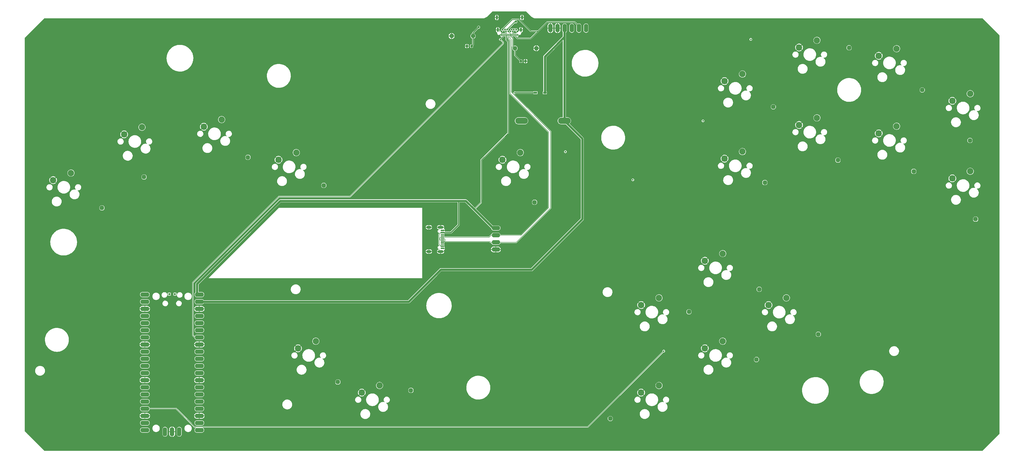
<source format=gtl>
%TF.GenerationSoftware,KiCad,Pcbnew,6.0.8-f2edbf62ab~116~ubuntu22.04.1*%
%TF.CreationDate,2022-10-10T20:20:35-06:00*%
%TF.ProjectId,OF1 v1,4f463120-7631-42e6-9b69-6361645f7063,rev?*%
%TF.SameCoordinates,Original*%
%TF.FileFunction,Copper,L1,Top*%
%TF.FilePolarity,Positive*%
%FSLAX46Y46*%
G04 Gerber Fmt 4.6, Leading zero omitted, Abs format (unit mm)*
G04 Created by KiCad (PCBNEW 6.0.8-f2edbf62ab~116~ubuntu22.04.1) date 2022-10-10 20:20:35*
%MOMM*%
%LPD*%
G01*
G04 APERTURE LIST*
G04 Aperture macros list*
%AMRoundRect*
0 Rectangle with rounded corners*
0 $1 Rounding radius*
0 $2 $3 $4 $5 $6 $7 $8 $9 X,Y pos of 4 corners*
0 Add a 4 corners polygon primitive as box body*
4,1,4,$2,$3,$4,$5,$6,$7,$8,$9,$2,$3,0*
0 Add four circle primitives for the rounded corners*
1,1,$1+$1,$2,$3*
1,1,$1+$1,$4,$5*
1,1,$1+$1,$6,$7*
1,1,$1+$1,$8,$9*
0 Add four rect primitives between the rounded corners*
20,1,$1+$1,$2,$3,$4,$5,0*
20,1,$1+$1,$4,$5,$6,$7,0*
20,1,$1+$1,$6,$7,$8,$9,0*
20,1,$1+$1,$8,$9,$2,$3,0*%
%AMOutline5P*
0 Free polygon, 5 corners , with rotation*
0 The origin of the aperture is its center*
0 number of corners: always 5*
0 $1 to $10 corner X, Y*
0 $11 Rotation angle, in degrees counterclockwise*
0 create outline with 5 corners*
4,1,5,$1,$2,$3,$4,$5,$6,$7,$8,$9,$10,$1,$2,$11*%
%AMOutline6P*
0 Free polygon, 6 corners , with rotation*
0 The origin of the aperture is its center*
0 number of corners: always 6*
0 $1 to $12 corner X, Y*
0 $13 Rotation angle, in degrees counterclockwise*
0 create outline with 6 corners*
4,1,6,$1,$2,$3,$4,$5,$6,$7,$8,$9,$10,$11,$12,$1,$2,$13*%
%AMOutline7P*
0 Free polygon, 7 corners , with rotation*
0 The origin of the aperture is its center*
0 number of corners: always 7*
0 $1 to $14 corner X, Y*
0 $15 Rotation angle, in degrees counterclockwise*
0 create outline with 7 corners*
4,1,7,$1,$2,$3,$4,$5,$6,$7,$8,$9,$10,$11,$12,$13,$14,$1,$2,$15*%
%AMOutline8P*
0 Free polygon, 8 corners , with rotation*
0 The origin of the aperture is its center*
0 number of corners: always 8*
0 $1 to $16 corner X, Y*
0 $17 Rotation angle, in degrees counterclockwise*
0 create outline with 8 corners*
4,1,8,$1,$2,$3,$4,$5,$6,$7,$8,$9,$10,$11,$12,$13,$14,$15,$16,$1,$2,$17*%
G04 Aperture macros list end*
%TA.AperFunction,SMDPad,CuDef*%
%ADD10RoundRect,0.200000X0.200000X0.275000X-0.200000X0.275000X-0.200000X-0.275000X0.200000X-0.275000X0*%
%TD*%
%TA.AperFunction,ComponentPad*%
%ADD11C,1.600000*%
%TD*%
%TA.AperFunction,ComponentPad*%
%ADD12O,1.600000X1.600000*%
%TD*%
%TA.AperFunction,SMDPad,CuDef*%
%ADD13RoundRect,0.200000X-0.200000X-0.275000X0.200000X-0.275000X0.200000X0.275000X-0.200000X0.275000X0*%
%TD*%
%TA.AperFunction,ComponentPad*%
%ADD14O,3.048000X1.524000*%
%TD*%
%TA.AperFunction,ComponentPad*%
%ADD15C,2.247900*%
%TD*%
%TA.AperFunction,ComponentPad*%
%ADD16Outline8P,-0.762000X0.381000X-0.381000X0.762000X0.381000X0.762000X0.762000X0.381000X0.762000X-0.381000X0.381000X-0.762000X-0.381000X-0.762000X-0.762000X-0.381000X0.000000*%
%TD*%
%TA.AperFunction,ComponentPad*%
%ADD17O,4.495800X2.247900*%
%TD*%
%TA.AperFunction,SMDPad,CuDef*%
%ADD18R,1.210000X0.730000*%
%TD*%
%TA.AperFunction,SMDPad,CuDef*%
%ADD19R,0.300000X0.900000*%
%TD*%
%TA.AperFunction,ComponentPad*%
%ADD20C,0.650000*%
%TD*%
%TA.AperFunction,ComponentPad*%
%ADD21O,0.750000X1.500000*%
%TD*%
%TA.AperFunction,ComponentPad*%
%ADD22O,3.200000X1.600000*%
%TD*%
%TA.AperFunction,ComponentPad*%
%ADD23O,1.600000X3.200000*%
%TD*%
%TA.AperFunction,ComponentPad*%
%ADD24R,0.800000X0.800000*%
%TD*%
%TA.AperFunction,SMDPad,CuDef*%
%ADD25R,1.240000X0.600000*%
%TD*%
%TA.AperFunction,SMDPad,CuDef*%
%ADD26R,1.240000X0.300000*%
%TD*%
%TA.AperFunction,ComponentPad*%
%ADD27O,2.100000X1.000000*%
%TD*%
%TA.AperFunction,ComponentPad*%
%ADD28O,1.800000X1.000000*%
%TD*%
%TA.AperFunction,ComponentPad*%
%ADD29O,1.524000X3.048000*%
%TD*%
%TA.AperFunction,ViaPad*%
%ADD30C,0.552400*%
%TD*%
%TA.AperFunction,ViaPad*%
%ADD31C,0.800000*%
%TD*%
%TA.AperFunction,ViaPad*%
%ADD32C,0.502400*%
%TD*%
%TA.AperFunction,ViaPad*%
%ADD33C,0.457200*%
%TD*%
%TA.AperFunction,Conductor*%
%ADD34C,0.200000*%
%TD*%
%TA.AperFunction,Conductor*%
%ADD35C,0.300000*%
%TD*%
%TA.AperFunction,Conductor*%
%ADD36C,0.250000*%
%TD*%
%TA.AperFunction,Conductor*%
%ADD37C,0.254000*%
%TD*%
%TA.AperFunction,Conductor*%
%ADD38C,0.800000*%
%TD*%
%TA.AperFunction,Conductor*%
%ADD39C,0.400000*%
%TD*%
%TA.AperFunction,Conductor*%
%ADD40C,0.406400*%
%TD*%
%TA.AperFunction,Conductor*%
%ADD41C,0.152400*%
%TD*%
G04 APERTURE END LIST*
D10*
%TO.P,R4,1*%
%TO.N,Net-(J2-PadB5)*%
X134111267Y-39142301D03*
%TO.P,R4,2*%
%TO.N,GND*%
X132461267Y-39142301D03*
%TD*%
D11*
%TO.P,R3,1*%
%TO.N,Net-(J2-PadB5)*%
X134620000Y-35560000D03*
D12*
%TO.P,R3,2*%
%TO.N,GND*%
X127000000Y-35560000D03*
%TD*%
D13*
%TO.P,R2,1*%
%TO.N,Net-(J2-PadA5)*%
X151666276Y-44510583D03*
%TO.P,R2,2*%
%TO.N,GND*%
X153316276Y-44510583D03*
%TD*%
D11*
%TO.P,R1,1*%
%TO.N,Net-(J2-PadA5)*%
X149534240Y-39919945D03*
D12*
%TO.P,R1,2*%
%TO.N,GND*%
X157154240Y-39919945D03*
%TD*%
D14*
%TO.P,J4,1,1*%
%TO.N,GND*%
X142745065Y-111563600D03*
%TO.P,J4,2,2*%
%TO.N,/D+*%
X142745065Y-109023600D03*
%TO.P,J4,3,3*%
%TO.N,/D-*%
X142745065Y-106483600D03*
%TO.P,J4,4,4*%
%TO.N,+5V*%
X142745065Y-103943600D03*
%TD*%
D15*
%TO.P,U$15,P$1,PIN2*%
%TO.N,GND*%
X279031100Y-70217600D03*
%TO.P,U$15,P$2,PIN1*%
%TO.N,/Z*%
X285381100Y-67677600D03*
%TD*%
D16*
%TO.P,JP11,1,1*%
%TO.N,/X*%
X264501100Y-79753600D03*
%TD*%
D15*
%TO.P,U$11,P$1,PIN2*%
%TO.N,GND*%
X279031100Y-42607600D03*
%TO.P,U$11,P$2,PIN1*%
%TO.N,/LS*%
X285381100Y-40067600D03*
%TD*%
D16*
%TO.P,JP10,1,1*%
%TO.N,/B*%
X238501100Y-87753600D03*
%TD*%
D15*
%TO.P,U$17,P$1,PIN2*%
%TO.N,GND*%
X217143100Y-115577600D03*
%TO.P,U$17,P$2,PIN1*%
%TO.N,/C_UP*%
X223493100Y-113037600D03*
%TD*%
D16*
%TO.P,JP5,1,1*%
%TO.N,/RIGHT*%
X81501100Y-88753600D03*
%TD*%
D15*
%TO.P,U$6,P$1,PIN2*%
%TO.N,GND*%
X72323100Y-146762600D03*
%TO.P,U$6,P$2,PIN1*%
%TO.N,/M1*%
X78673100Y-144222600D03*
%TD*%
D17*
%TO.P,D1,A,A*%
%TO.N,V+*%
X151881100Y-65753600D03*
%TO.P,D1,C,C*%
%TO.N,VCC*%
X167121100Y-65753600D03*
%TD*%
D15*
%TO.P,U$20,P$1,PIN2*%
%TO.N,GND*%
X217143100Y-146762600D03*
%TO.P,U$20,P$2,PIN1*%
%TO.N,/A*%
X223493100Y-144222600D03*
%TD*%
D18*
%TO.P,D2,A,A*%
%TO.N,V+*%
X156821100Y-55753600D03*
%TO.P,D2,C,K*%
%TO.N,VCC*%
X160181100Y-55753600D03*
%TD*%
D16*
%TO.P,JP18,1,1*%
%TO.N,/C_LT*%
X211501100Y-133753600D03*
%TD*%
D15*
%TO.P,U$10,P$1,PIN2*%
%TO.N,GND*%
X250676100Y-39632600D03*
%TO.P,U$10,P$2,PIN1*%
%TO.N,/Y*%
X257026100Y-37092600D03*
%TD*%
D16*
%TO.P,JP6,1,1*%
%TO.N,/M1*%
X86501100Y-158753600D03*
%TD*%
%TO.P,JP14,1,1*%
%TO.N,/MS*%
X311501100Y-72753600D03*
%TD*%
%TO.P,JP4,1,1*%
%TO.N,/DOWN*%
X54501100Y-78753600D03*
%TD*%
D15*
%TO.P,U$13,P$1,PIN2*%
%TO.N,GND*%
X224158100Y-79237600D03*
%TO.P,U$13,P$2,PIN1*%
%TO.N,/B*%
X230508100Y-76697600D03*
%TD*%
D16*
%TO.P,JP9,1,1*%
%TO.N,/R*%
X241501100Y-60753600D03*
%TD*%
D19*
%TO.P,J2,A1,GNDA*%
%TO.N,GND*%
X150318981Y-35153600D03*
%TO.P,J2,A2,TX1+*%
%TO.N,V+*%
X149818981Y-35153600D03*
%TO.P,J2,A3,TX1-*%
%TO.N,unconnected-(J2-PadA3)*%
X149318981Y-35153600D03*
%TO.P,J2,A4,A_VBUS*%
%TO.N,+5V*%
X148818981Y-35153600D03*
%TO.P,J2,A5,CC1*%
%TO.N,Net-(J2-PadA5)*%
X148318981Y-35153600D03*
%TO.P,J2,A6,DA+*%
%TO.N,/D+*%
X147818981Y-35153600D03*
%TO.P,J2,A7,DA-*%
%TO.N,/D-*%
X147318981Y-35153600D03*
%TO.P,J2,A8,SBU1*%
%TO.N,unconnected-(J2-PadA8)*%
X146818981Y-35153600D03*
%TO.P,J2,A9,A_VBUS*%
%TO.N,+5V*%
X146318981Y-35153600D03*
%TO.P,J2,A10,RX2-*%
%TO.N,unconnected-(J2-PadA10)*%
X145818981Y-35153600D03*
%TO.P,J2,A11,RX2+*%
%TO.N,/DATA*%
X145318981Y-35153600D03*
%TO.P,J2,A12,GNDA*%
%TO.N,GND*%
X144818981Y-35153600D03*
D20*
%TO.P,J2,B1,GNDB*%
X144768981Y-33943600D03*
%TO.P,J2,B2,TX2+*%
%TO.N,V+*%
X145168981Y-33243600D03*
%TO.P,J2,B3,TX2-*%
%TO.N,unconnected-(J2-PadB3)*%
X145968981Y-33243600D03*
%TO.P,J2,B4,B_VBUS*%
%TO.N,+5V*%
X146368981Y-33943600D03*
%TO.P,J2,B5,CC2*%
%TO.N,Net-(J2-PadB5)*%
X146768981Y-33243600D03*
%TO.P,J2,B6,DB+*%
%TO.N,/D+*%
X147168981Y-33943600D03*
%TO.P,J2,B7,DB-*%
%TO.N,/D-*%
X147968981Y-33943600D03*
%TO.P,J2,B8,SBU2*%
%TO.N,unconnected-(J2-PadB8)*%
X148368981Y-33243600D03*
%TO.P,J2,B9,B_VBUS*%
%TO.N,+5V*%
X148768981Y-33943600D03*
%TO.P,J2,B10,RX1-*%
%TO.N,unconnected-(J2-PadB10)*%
X149168981Y-33243600D03*
%TO.P,J2,B11,RX1+*%
%TO.N,/DATA*%
X149968981Y-33243600D03*
%TO.P,J2,B12,GNDB*%
%TO.N,GND*%
X150368981Y-33943600D03*
D21*
%TO.P,J2,SHIELD1,SHIELD*%
X151698981Y-33343600D03*
%TO.P,J2,SHIELD2,SHIELD*%
X143438981Y-33343600D03*
%TO.P,J2,SHIELD3,SHIELD*%
X152058981Y-28953600D03*
%TO.P,J2,SHIELD4,SHIELD*%
X143078981Y-28953600D03*
%TD*%
D15*
%TO.P,U$1,P$1,PIN2*%
%TO.N,GND*%
X-14843900Y-86877600D03*
%TO.P,U$1,P$2,PIN1*%
%TO.N,/L*%
X-8493900Y-84337600D03*
%TD*%
%TO.P,U$21,P$1,PIN2*%
%TO.N,GND*%
X194456100Y-162532600D03*
%TO.P,U$21,P$2,PIN1*%
%TO.N,/C_DN*%
X200806100Y-159992600D03*
%TD*%
D16*
%TO.P,JP16,1,1*%
%TO.N,/Z*%
X291501100Y-83753600D03*
%TD*%
D15*
%TO.P,U$2,P$1,PIN2*%
%TO.N,GND*%
X10436100Y-70574600D03*
%TO.P,U$2,P$2,PIN1*%
%TO.N,/LEFT*%
X16786100Y-68034600D03*
%TD*%
%TO.P,U$4,P$1,PIN2*%
%TO.N,GND*%
X38792100Y-67848600D03*
%TO.P,U$4,P$2,PIN1*%
%TO.N,/DOWN*%
X45142100Y-65308600D03*
%TD*%
D16*
%TO.P,JP20,1,1*%
%TO.N,/A*%
X235501100Y-150753600D03*
%TD*%
D15*
%TO.P,U$7,P$1,PIN2*%
%TO.N,GND*%
X95011100Y-162531600D03*
%TO.P,U$7,P$2,PIN1*%
%TO.N,/M2*%
X101361100Y-159991600D03*
%TD*%
D16*
%TO.P,JP13,1,1*%
%TO.N,/LS*%
X294501100Y-54753600D03*
%TD*%
D15*
%TO.P,U$19,P$1,PIN2*%
%TO.N,GND*%
X239800100Y-131347600D03*
%TO.P,U$19,P$2,PIN1*%
%TO.N,/C_RT*%
X246150100Y-128807600D03*
%TD*%
D16*
%TO.P,JP17,1,1*%
%TO.N,/C_UP*%
X236501100Y-125753600D03*
%TD*%
%TO.P,JP12,1,1*%
%TO.N,/Y*%
X268501100Y-39753600D03*
%TD*%
D22*
%TO.P,J1,3V3,3V3*%
%TO.N,unconnected-(J1-Pad3V3)*%
X37191100Y-137783600D03*
%TO.P,J1,3V3_EN,3V3_EN*%
%TO.N,unconnected-(J1-Pad3V3_EN)*%
X37191100Y-135243600D03*
%TO.P,J1,ADC_VREF,ADC_VREF*%
%TO.N,unconnected-(J1-PadADC_VREF)*%
X37191100Y-140323600D03*
%TO.P,J1,AGND,AGND*%
%TO.N,GND*%
X37191100Y-145403600D03*
%TO.P,J1,GND@1,GND*%
X17811100Y-132703600D03*
%TO.P,J1,GND@2,GND*%
X17811100Y-145403600D03*
%TO.P,J1,GND@3,GND*%
X17811100Y-158103600D03*
%TO.P,J1,GND@4,GND*%
X17811100Y-170803600D03*
D23*
%TO.P,J1,GND@5,GND*%
X27501100Y-176453600D03*
D22*
%TO.P,J1,GND@6,GND*%
X37191100Y-170803600D03*
%TO.P,J1,GND@7,GND*%
X37191100Y-158103600D03*
%TO.P,J1,GND@8,GND*%
X37191100Y-132703600D03*
%TO.P,J1,GP0,GP0*%
%TO.N,/START*%
X17811100Y-127623600D03*
%TO.P,J1,GP1,GP1*%
%TO.N,unconnected-(J1-PadGP1)*%
X17811100Y-130163600D03*
%TO.P,J1,GP2,GP2*%
%TO.N,/RIGHT*%
X17811100Y-135243600D03*
%TO.P,J1,GP3,GP3*%
%TO.N,/DOWN*%
X17811100Y-137783600D03*
%TO.P,J1,GP4,GP4*%
%TO.N,/LEFT*%
X17811100Y-140323600D03*
%TO.P,J1,GP5,GP5*%
%TO.N,/L*%
X17811100Y-142863600D03*
%TO.P,J1,GP6,GP6*%
%TO.N,/M1*%
X17811100Y-147943600D03*
%TO.P,J1,GP7,GP7*%
%TO.N,/M2*%
X17811100Y-150483600D03*
%TO.P,J1,GP8,GP8*%
%TO.N,unconnected-(J1-PadGP8)*%
X17811100Y-153023600D03*
%TO.P,J1,GP9,GP9*%
%TO.N,unconnected-(J1-PadGP9)*%
X17811100Y-155563600D03*
%TO.P,J1,GP10,GP10*%
%TO.N,unconnected-(J1-PadGP10)*%
X17811100Y-160643600D03*
%TO.P,J1,GP11,GP11*%
%TO.N,unconnected-(J1-PadGP11)*%
X17811100Y-163183600D03*
%TO.P,J1,GP12,GP12*%
%TO.N,/C_UP*%
X17811100Y-165723600D03*
%TO.P,J1,GP13,GP13*%
%TO.N,/C_LT*%
X17811100Y-168263600D03*
%TO.P,J1,GP14,GP14*%
%TO.N,/A*%
X17811100Y-173343600D03*
%TO.P,J1,GP15,GP15*%
%TO.N,/C_DN*%
X17811100Y-175883600D03*
%TO.P,J1,GP16,GP16*%
%TO.N,/C_RT*%
X37191100Y-175883600D03*
%TO.P,J1,GP17,GP17*%
%TO.N,/UP*%
X37191100Y-173343600D03*
%TO.P,J1,GP18,GP18*%
%TO.N,/MS*%
X37191100Y-168263600D03*
%TO.P,J1,GP19,GP19*%
%TO.N,/Z*%
X37191100Y-165723600D03*
%TO.P,J1,GP20,GP20*%
%TO.N,/LS*%
X37191100Y-163183600D03*
%TO.P,J1,GP21,GP21*%
%TO.N,/X*%
X37191100Y-160643600D03*
%TO.P,J1,GP22,GP22*%
%TO.N,/Y*%
X37191100Y-155563600D03*
%TO.P,J1,GP26_A0,GP26_A0*%
%TO.N,/B*%
X37191100Y-150483600D03*
%TO.P,J1,GP27_A1,GP27_A1*%
%TO.N,/R*%
X37191100Y-147943600D03*
%TO.P,J1,GP28_A2,GP28_A2*%
%TO.N,/DATA*%
X37191100Y-142863600D03*
%TO.P,J1,RUN,RUN*%
%TO.N,unconnected-(J1-PadRUN)*%
X37191100Y-153023600D03*
D23*
%TO.P,J1,SWCLK,SWCLK*%
%TO.N,unconnected-(J1-PadSWCLK)*%
X24961100Y-176453600D03*
%TO.P,J1,SWDIO,SWDIO*%
%TO.N,unconnected-(J1-PadSWDIO)*%
X30041100Y-176453600D03*
D24*
%TO.P,J1,TP2,D+*%
%TO.N,/D-*%
X28501100Y-127453600D03*
%TO.P,J1,TP3,D-*%
%TO.N,/D+*%
X26501100Y-127453600D03*
D22*
%TO.P,J1,VBUS,VBUS*%
%TO.N,+5V*%
X37191100Y-127623600D03*
%TO.P,J1,VSYS,VSYS*%
%TO.N,VCC*%
X37191100Y-130163600D03*
%TD*%
D16*
%TO.P,JP15,1,1*%
%TO.N,/UP*%
X313501100Y-100753600D03*
%TD*%
D15*
%TO.P,U$5,P$1,PIN2*%
%TO.N,GND*%
X65364100Y-79611600D03*
%TO.P,U$5,P$2,PIN1*%
%TO.N,/RIGHT*%
X71714100Y-77071600D03*
%TD*%
%TO.P,U$18,P$1,PIN2*%
%TO.N,GND*%
X194456100Y-131347600D03*
%TO.P,U$18,P$2,PIN1*%
%TO.N,/C_LT*%
X200806100Y-128807600D03*
%TD*%
%TO.P,U$16,P$1,PIN2*%
%TO.N,GND*%
X305254100Y-86253600D03*
%TO.P,U$16,P$2,PIN1*%
%TO.N,/UP*%
X311604100Y-83713600D03*
%TD*%
D16*
%TO.P,JP7,1,1*%
%TO.N,/M2*%
X112501100Y-161753600D03*
%TD*%
D25*
%TO.P,J5,A1/B12,GND*%
%TO.N,GND*%
X123699393Y-104771075D03*
%TO.P,J5,A4/B9,VBUS*%
%TO.N,+5V*%
X123699393Y-105571075D03*
D26*
%TO.P,J5,A5,CC1*%
%TO.N,unconnected-(J5-PadA5)*%
X123699393Y-106721075D03*
%TO.P,J5,A6,D+*%
%TO.N,/D+*%
X123699393Y-107721075D03*
%TO.P,J5,A7,D-*%
%TO.N,/D-*%
X123699393Y-108221075D03*
%TO.P,J5,A8,SBU1*%
%TO.N,unconnected-(J5-PadA8)*%
X123699393Y-109221075D03*
D25*
%TO.P,J5,B1/A12,GND*%
%TO.N,GND*%
X123699393Y-111171075D03*
%TO.P,J5,B4/A9,VBUS*%
%TO.N,+5V*%
X123699393Y-110371075D03*
D26*
%TO.P,J5,B5,CC2*%
%TO.N,unconnected-(J5-PadB5)*%
X123699393Y-109721075D03*
%TO.P,J5,B6,D+*%
%TO.N,/D+*%
X123699393Y-108721075D03*
%TO.P,J5,B7,D-*%
%TO.N,/D-*%
X123699393Y-107221075D03*
%TO.P,J5,B8,SBU2*%
%TO.N,unconnected-(J5-PadB8)*%
X123699393Y-106221075D03*
D27*
%TO.P,J5,SHIELD1,SHIELD*%
%TO.N,GND*%
X123079393Y-103651075D03*
D28*
%TO.P,J5,SHIELD2,SHIELD*%
X118899393Y-103651075D03*
D27*
%TO.P,J5,SHIELD3,SHIELD*%
X123079393Y-112291075D03*
D28*
%TO.P,J5,SHIELD4,SHIELD*%
X118899393Y-112291075D03*
%TD*%
D16*
%TO.P,JP2,1,1*%
%TO.N,/L*%
X2501100Y-96753600D03*
%TD*%
%TO.P,JP8,1,1*%
%TO.N,/START*%
X156501100Y-94753600D03*
%TD*%
D15*
%TO.P,U$12,P$1,PIN2*%
%TO.N,GND*%
X305254100Y-58643600D03*
%TO.P,U$12,P$2,PIN1*%
%TO.N,/MS*%
X311604100Y-56103600D03*
%TD*%
%TO.P,U$9,P$1,PIN2*%
%TO.N,GND*%
X224158100Y-51628600D03*
%TO.P,U$9,P$2,PIN1*%
%TO.N,/R*%
X230508100Y-49088600D03*
%TD*%
D16*
%TO.P,JP21,1,1*%
%TO.N,/C_DN*%
X183501100Y-171753600D03*
%TD*%
D15*
%TO.P,U$14,P$1,PIN2*%
%TO.N,GND*%
X250676100Y-67242600D03*
%TO.P,U$14,P$2,PIN1*%
%TO.N,/X*%
X257026100Y-64702600D03*
%TD*%
D16*
%TO.P,JP19,1,1*%
%TO.N,/C_RT*%
X257501100Y-141753600D03*
%TD*%
D29*
%TO.P,J3,1,1*%
%TO.N,GND*%
X162151100Y-32753600D03*
%TO.P,J3,2,2*%
X164691100Y-32753600D03*
%TO.P,J3,3,3*%
%TO.N,VCC*%
X167231100Y-32753600D03*
%TO.P,J3,4,4*%
%TO.N,/DATA*%
X169771100Y-32753600D03*
%TO.P,J3,5,5*%
%TO.N,V+*%
X172311100Y-32753600D03*
%TO.P,J3,6,6*%
%TO.N,+5V*%
X174851100Y-32753600D03*
%TD*%
D16*
%TO.P,JP3,1,1*%
%TO.N,/LEFT*%
X17501100Y-85753600D03*
%TD*%
D15*
%TO.P,U$8,P$1,PIN2*%
%TO.N,GND*%
X145096100Y-79611600D03*
%TO.P,U$8,P$2,PIN1*%
%TO.N,/START*%
X151446100Y-77071600D03*
%TD*%
D30*
%TO.N,*%
X167501100Y-76753600D03*
X216501100Y-65753600D03*
D31*
%TO.N,Net-(J2-PadB5)*%
X136604504Y-32417523D03*
D30*
%TO.N,*%
X233501100Y-36753600D03*
D31*
%TO.N,Net-(J2-PadB5)*%
X149860000Y-30480000D03*
D30*
%TO.N,GND*%
X273501100Y-102753600D03*
X149501100Y-151753600D03*
D32*
X248501100Y-149753600D03*
D30*
X20501100Y-110753600D03*
X146271971Y-38412382D03*
X311501100Y-42753600D03*
D32*
X266501100Y-121753600D03*
D30*
X-22498900Y-128753600D03*
X134501100Y-103753600D03*
X29501100Y-60753600D03*
X41501100Y-145753600D03*
X303501100Y-49753600D03*
X317501100Y-97753600D03*
X235501100Y-72753600D03*
X184501100Y-56753600D03*
X263501100Y-62753600D03*
D32*
X150705187Y-32589207D03*
D30*
X237501100Y-93753600D03*
X200501100Y-72753600D03*
X241501100Y-112753600D03*
X152501100Y-42753600D03*
X312501100Y-35753600D03*
X158501100Y-39753600D03*
X248501100Y-80753600D03*
X501100Y-75753600D03*
D32*
X135501100Y-111753600D03*
D30*
X96501100Y-125753600D03*
X9501100Y-50753600D03*
X13501100Y-170753600D03*
X-19498900Y-115753600D03*
X189501100Y-174753600D03*
X277501100Y-55753600D03*
X49501100Y-137753600D03*
D32*
X303501100Y-137753600D03*
D30*
X-2498900Y-166753600D03*
X40501100Y-170753600D03*
X41501100Y-157753600D03*
X95501100Y-75753600D03*
X100501100Y-41753600D03*
X-11498900Y-175753600D03*
X53501100Y-38753600D03*
X-17498900Y-75753600D03*
X7501100Y-38753600D03*
X47501100Y-107753600D03*
X300501100Y-38753600D03*
X273501100Y-86753600D03*
X38501100Y-123753600D03*
X14501100Y-131753600D03*
X-18498900Y-99753600D03*
X8501100Y-59753600D03*
X216501100Y-93753600D03*
D32*
X265501100Y-172753600D03*
X280501100Y-133753600D03*
D30*
X162501100Y-49753600D03*
X-15498900Y-164753600D03*
X280501100Y-34753600D03*
D32*
X238501100Y-164753600D03*
D30*
X-9498900Y-61753600D03*
X149501100Y-37753600D03*
X171128412Y-35252982D03*
X199501100Y-146753600D03*
X146501100Y-111753600D03*
X235501100Y-121753600D03*
X159501100Y-33753600D03*
X34501100Y-96753600D03*
X121501100Y-167753600D03*
D32*
X287501100Y-120753600D03*
D30*
X85501100Y-170753600D03*
X291501100Y-62753600D03*
X202501100Y-53753600D03*
X-12498900Y-122753600D03*
D32*
X290501100Y-170753600D03*
D30*
X257501100Y-87753600D03*
X49501100Y-126753600D03*
X81501100Y-41753600D03*
X232501100Y-139753600D03*
X187501100Y-41753600D03*
D32*
X269501100Y-144753600D03*
D30*
X203501100Y-156753600D03*
D32*
X126501100Y-100753600D03*
D30*
X108501100Y-68753600D03*
D32*
X158501100Y-30753600D03*
X309501100Y-114753600D03*
D30*
X12501100Y-144753600D03*
X166501100Y-167753600D03*
X246501100Y-52753600D03*
X301501100Y-71753600D03*
X-17498900Y-50753600D03*
X151501100Y-51753600D03*
X112501100Y-151753600D03*
D32*
X223501100Y-175753600D03*
D30*
X245501100Y-99753600D03*
D32*
X119501100Y-115753600D03*
D30*
X215501100Y-161753600D03*
X182501100Y-152753600D03*
X4501100Y-173753600D03*
X-2498900Y-157753600D03*
X91501100Y-85753600D03*
D32*
X306501100Y-159753600D03*
D30*
X159501100Y-107753600D03*
X44501100Y-97753600D03*
X231501100Y-99753600D03*
X79501100Y-67753600D03*
X153501100Y-33753600D03*
X125501100Y-90753600D03*
X8501100Y-85753600D03*
D32*
X120501100Y-100753600D03*
D30*
X125501100Y-77753600D03*
X139501100Y-33753600D03*
X294501100Y-100753600D03*
X107501100Y-125753600D03*
X19501100Y-121753600D03*
X142501100Y-36753600D03*
X167501100Y-92753600D03*
X95501100Y-59753600D03*
X46501100Y-55753600D03*
X77501100Y-132753600D03*
X52501100Y-85753600D03*
X139501100Y-56753600D03*
X62501100Y-157753600D03*
D32*
X126501100Y-114753600D03*
D30*
X34501100Y-80753600D03*
X167501100Y-118753600D03*
X146501100Y-75753600D03*
X126501100Y-40753600D03*
X208501100Y-40753600D03*
X231501100Y-146753600D03*
X206501100Y-124753600D03*
X-4498900Y-134753600D03*
X-9498900Y-42753600D03*
X256501100Y-134753600D03*
X148501100Y-129753600D03*
X181501100Y-103753600D03*
X136501100Y-70753600D03*
X32501100Y-109753600D03*
X149501100Y-99753600D03*
X109501100Y-86753600D03*
X40501100Y-132753600D03*
X92501100Y-149753600D03*
X286501100Y-89753600D03*
D32*
%TO.N,V+*%
X149501100Y-55753600D03*
D30*
%TO.N,/M2*%
X191501100Y-86753600D03*
D33*
%TO.N,/DATA*%
X144320628Y-36764479D03*
%TO.N,/D-*%
X147326196Y-36001204D03*
D30*
%TO.N,/C_LT*%
X202501100Y-147753600D03*
%TD*%
D34*
%TO.N,/D+*%
X123699393Y-108721075D02*
X124361471Y-108721075D01*
X124361471Y-108721075D02*
X124689262Y-108393285D01*
X124689262Y-108393285D02*
X124689262Y-108020454D01*
X124689262Y-108020454D02*
X124389884Y-107721075D01*
X124389884Y-107721075D02*
X123699393Y-107721075D01*
%TO.N,/D-*%
X123699393Y-107221075D02*
X123699387Y-107221082D01*
X123699387Y-107221082D02*
X123006821Y-107221082D01*
X123006821Y-107221082D02*
X122853203Y-107374700D01*
X122853203Y-107374700D02*
X122832963Y-107374700D01*
X122832963Y-107374700D02*
X122828100Y-107379563D01*
X122828100Y-107379563D02*
X122828100Y-108052207D01*
X122828100Y-108052207D02*
X122999646Y-108223754D01*
X122999646Y-108223754D02*
X123696715Y-108223754D01*
X123696715Y-108223754D02*
X123699393Y-108221075D01*
%TO.N,/DATA*%
X144320628Y-36764479D02*
X145320628Y-37764479D01*
X145320628Y-37764479D02*
X145320628Y-38222766D01*
X145320628Y-38222766D02*
X90778915Y-92764479D01*
X90778915Y-92764479D02*
X65490222Y-92764479D01*
X65490222Y-92764479D02*
X34855379Y-123399322D01*
X34855379Y-123399322D02*
X34855379Y-142107878D01*
X34855379Y-142107878D02*
X35611100Y-142863600D01*
X35611100Y-142863600D02*
X36391100Y-142863600D01*
D35*
%TO.N,Net-(J2-PadB5)*%
X134620000Y-35560000D02*
X134620000Y-38633568D01*
X134620000Y-38633568D02*
X134111267Y-39142301D01*
X136604504Y-32417523D02*
X134620000Y-34402027D01*
X134620000Y-34402027D02*
X134620000Y-35560000D01*
D36*
%TO.N,Net-(J2-PadA5)*%
X149534240Y-39919945D02*
X149534240Y-42378547D01*
X149534240Y-42378547D02*
X151666276Y-44510583D01*
X148318981Y-35153600D02*
X148318981Y-35853600D01*
X148786963Y-39172668D02*
X149534240Y-39919945D01*
X148318981Y-35853600D02*
X148786963Y-36321582D01*
X148786963Y-36321582D02*
X148786963Y-39172668D01*
D35*
%TO.N,Net-(J2-PadB5)*%
X149532581Y-30480000D02*
X149860000Y-30480000D01*
X146768981Y-33243600D02*
X149532581Y-30480000D01*
D37*
%TO.N,GND*%
X144768981Y-35103600D02*
X144818981Y-35153600D01*
X144768981Y-33943600D02*
X144768981Y-35103600D01*
D38*
%TO.N,+5V*%
X132055068Y-94253600D02*
X129501100Y-94253600D01*
D34*
X137501100Y-93763600D02*
X137501100Y-94807569D01*
X122501100Y-109715835D02*
X122501100Y-106186204D01*
D37*
X148768981Y-33943600D02*
X148811140Y-33985760D01*
X146414981Y-35249600D02*
X146414981Y-36884007D01*
X147055100Y-37524125D02*
X147055100Y-70199600D01*
D34*
X137501100Y-94807569D02*
X135055068Y-97253600D01*
D38*
X135055068Y-97253600D02*
X132055068Y-94253600D01*
X141745065Y-103943600D02*
X136055068Y-98253600D01*
D37*
X146414981Y-36884007D02*
X147055100Y-37524125D01*
D34*
X122501100Y-106186204D02*
X123116228Y-105571075D01*
D37*
X148811140Y-35145760D02*
X148818981Y-35153600D01*
D39*
X123699393Y-105571075D02*
X126683625Y-105571075D01*
D34*
X123699393Y-110371075D02*
X123156340Y-110371075D01*
D39*
X126683625Y-105571075D02*
X129501100Y-102753600D01*
D37*
X148811140Y-33985760D02*
X148811140Y-35145760D01*
D34*
X123156340Y-110371075D02*
X122501100Y-109715835D01*
D38*
X36391100Y-127623600D02*
X36391100Y-123863600D01*
D34*
X123116228Y-105571075D02*
X123699393Y-105571075D01*
D37*
X146318981Y-35153600D02*
X146316431Y-35151050D01*
D38*
X141745065Y-103943600D02*
X142745065Y-103943600D01*
D39*
X129501100Y-102753600D02*
X129501100Y-94253600D01*
D37*
X147055100Y-70199600D02*
X137501100Y-79753600D01*
D38*
X129501100Y-94253600D02*
X66001100Y-94253600D01*
D37*
X146368981Y-33943600D02*
X146316431Y-33996150D01*
X137501100Y-79753600D02*
X137501100Y-93763600D01*
X146316431Y-33996150D02*
X146316431Y-35151050D01*
X146318981Y-35153600D02*
X146414981Y-35249600D01*
D38*
X136055068Y-98253600D02*
X135055068Y-97253600D01*
X66001100Y-94253600D02*
X36391100Y-123863600D01*
D37*
%TO.N,V+*%
X150496193Y-36424941D02*
X155177678Y-36424941D01*
X150997418Y-29695214D02*
X155133951Y-33831747D01*
X149818981Y-35153600D02*
X149818981Y-35747729D01*
X155133951Y-33831747D02*
X157770872Y-33831747D01*
X172311100Y-32113016D02*
X172311100Y-32753600D01*
X159849018Y-31753600D02*
X160997034Y-30605585D01*
X160997034Y-30605585D02*
X170803668Y-30605585D01*
X145168981Y-33243600D02*
X145168981Y-33085719D01*
X172311100Y-32113016D02*
X170803668Y-30605585D01*
X149818981Y-35747729D02*
X150496193Y-36424941D01*
D40*
X149501100Y-55753600D02*
X156821100Y-55753600D01*
D37*
X148559486Y-29695214D02*
X150997418Y-29695214D01*
X157770872Y-33831747D02*
X159849018Y-31753600D01*
X155177678Y-36424941D02*
X157770872Y-33831747D01*
X145168981Y-33085719D02*
X148559486Y-29695214D01*
D38*
%TO.N,VCC*%
X123121100Y-118753600D02*
X111711100Y-130163600D01*
X167134818Y-35894807D02*
X167134818Y-65739882D01*
X167134818Y-32849882D02*
X167134818Y-35894807D01*
X167134818Y-65739882D02*
X167121100Y-65753600D01*
X173501100Y-72133600D02*
X173501100Y-100753600D01*
X167121100Y-65753600D02*
X173501100Y-72133600D01*
X173501100Y-100753600D02*
X155501100Y-118753600D01*
X160181100Y-55753600D02*
X160180246Y-42849379D01*
X155501100Y-118753600D02*
X123121100Y-118753600D01*
X167134818Y-35894807D02*
X160180246Y-42849379D01*
X167121100Y-32863600D02*
X167231100Y-32753600D01*
X167231100Y-32753600D02*
X167134818Y-32849882D01*
X111711100Y-130163600D02*
X36391100Y-130163600D01*
D37*
%TO.N,/DATA*%
X145318981Y-35766125D02*
X144320628Y-36764479D01*
X145318981Y-35153600D02*
X145318981Y-35766125D01*
D41*
%TO.N,/D-*%
X147326196Y-35160816D02*
X147318981Y-35153600D01*
D34*
X123699393Y-107221075D02*
X140326528Y-107221075D01*
X147326196Y-36001204D02*
X147326196Y-35160816D01*
X141064003Y-106483600D02*
X140326528Y-107221075D01*
D41*
X161501100Y-96753600D02*
X161501100Y-69753600D01*
X161501100Y-69753600D02*
X147838496Y-56090997D01*
X147838496Y-37124479D02*
X147326196Y-36612179D01*
D34*
X141064003Y-106483600D02*
X142745065Y-106483600D01*
D41*
X147838496Y-37124479D02*
X147838496Y-56090997D01*
X147326196Y-36001204D02*
X147326196Y-36612179D01*
X142745065Y-106483600D02*
X151771100Y-106483600D01*
X151771100Y-106483600D02*
X161501100Y-96753600D01*
%TO.N,/D+*%
X162186068Y-96926854D02*
X150089321Y-109023600D01*
X148281068Y-55533569D02*
X162186068Y-69438569D01*
X147818981Y-35153600D02*
X147818981Y-36386682D01*
D34*
X147818981Y-34593600D02*
X147818981Y-35153600D01*
X123699393Y-108721075D02*
X140592318Y-108721075D01*
D41*
X148281068Y-36848769D02*
X147818981Y-36386682D01*
X150089321Y-109023600D02*
X142745065Y-109023600D01*
X148281068Y-36848769D02*
X148281068Y-55533569D01*
D34*
X140894843Y-109023600D02*
X140592318Y-108721075D01*
X140894843Y-109023600D02*
X142745065Y-109023600D01*
X147168981Y-33943600D02*
X147818981Y-34593600D01*
D41*
X162186068Y-69438569D02*
X162186068Y-96926854D01*
D34*
%TO.N,/C_LT*%
X29011100Y-168263600D02*
X18611100Y-168263600D01*
X35501100Y-174753600D02*
X29011100Y-168263600D01*
X202501100Y-147753600D02*
X175501100Y-174753600D01*
X175501100Y-174753600D02*
X35501100Y-174753600D01*
%TD*%
%TA.AperFunction,Conductor*%
%TO.N,GND*%
G36*
X153504889Y-26793452D02*
G01*
X155481202Y-28769765D01*
X155481577Y-28770167D01*
X155481655Y-28770228D01*
X155481689Y-28770288D01*
X155482872Y-28771557D01*
X155482985Y-28771633D01*
X155485160Y-28774140D01*
X155485994Y-28774557D01*
X155486655Y-28775218D01*
X155490507Y-28776813D01*
X155491373Y-28777246D01*
X155491466Y-28777300D01*
X155491556Y-28777360D01*
X155492062Y-28777591D01*
X156094081Y-29078600D01*
X156481183Y-29272151D01*
X156481583Y-29273117D01*
X156488912Y-29276152D01*
X156489400Y-29276375D01*
X156489491Y-29276400D01*
X156489543Y-29276440D01*
X156491130Y-29277165D01*
X156491266Y-29277192D01*
X156494233Y-29278676D01*
X156495164Y-29278742D01*
X156496028Y-29279100D01*
X156500195Y-29279100D01*
X156501158Y-29279169D01*
X156501288Y-29279186D01*
X156501376Y-29279204D01*
X156501925Y-29279223D01*
X156509828Y-29279785D01*
X156509685Y-29281790D01*
X156510618Y-29281856D01*
X156510618Y-29279100D01*
X315970241Y-29279100D01*
X316004889Y-29293452D01*
X321961248Y-35249810D01*
X321975600Y-35284458D01*
X321975600Y-177222742D01*
X321961248Y-177257390D01*
X316004889Y-183213748D01*
X315970241Y-183228100D01*
X-17968041Y-183228100D01*
X-18002689Y-183213748D01*
X-23914229Y-177302208D01*
X24033600Y-177302208D01*
X24033733Y-177303471D01*
X24033733Y-177303476D01*
X24034062Y-177306605D01*
X24048871Y-177447500D01*
X24109119Y-177632926D01*
X24110403Y-177635151D01*
X24110404Y-177635152D01*
X24205316Y-177799545D01*
X24206603Y-177801774D01*
X24208324Y-177803686D01*
X24208326Y-177803688D01*
X24335340Y-177944751D01*
X24335343Y-177944753D01*
X24337063Y-177946664D01*
X24339143Y-177948175D01*
X24339145Y-177948177D01*
X24492715Y-178059752D01*
X24494795Y-178061263D01*
X24672908Y-178140564D01*
X24768262Y-178160832D01*
X24861107Y-178180567D01*
X24861110Y-178180567D01*
X24863616Y-178181100D01*
X25058584Y-178181100D01*
X25061090Y-178180567D01*
X25061093Y-178180567D01*
X25153938Y-178160832D01*
X25249292Y-178140564D01*
X25427404Y-178061263D01*
X25585137Y-177946664D01*
X25586857Y-177944753D01*
X25586860Y-177944751D01*
X25713874Y-177803688D01*
X25713876Y-177803686D01*
X25715597Y-177801774D01*
X25716884Y-177799545D01*
X25811796Y-177635152D01*
X25811797Y-177635151D01*
X25813081Y-177632926D01*
X25873329Y-177447500D01*
X25888138Y-177306605D01*
X25888388Y-177304231D01*
X26451100Y-177304231D01*
X26451216Y-177306605D01*
X26465879Y-177456152D01*
X26466804Y-177460821D01*
X26524937Y-177653367D01*
X26526756Y-177657779D01*
X26621175Y-177835355D01*
X26623817Y-177839332D01*
X26750928Y-177995186D01*
X26754292Y-177998574D01*
X26909260Y-178126775D01*
X26913214Y-178129442D01*
X27090134Y-178225101D01*
X27094525Y-178226947D01*
X27286663Y-178286424D01*
X27291324Y-178287381D01*
X27366408Y-178295272D01*
X27373559Y-178293154D01*
X27376100Y-178288475D01*
X27376100Y-178286862D01*
X27626100Y-178286862D01*
X27628955Y-178293754D01*
X27634092Y-178295882D01*
X27696412Y-178290210D01*
X27701104Y-178289315D01*
X27894041Y-178232531D01*
X27898463Y-178230744D01*
X28076698Y-178137565D01*
X28080690Y-178134954D01*
X28237436Y-178008927D01*
X28240841Y-178005592D01*
X28370121Y-177851522D01*
X28372817Y-177847585D01*
X28469710Y-177671337D01*
X28471586Y-177666959D01*
X28532401Y-177475245D01*
X28533391Y-177470590D01*
X28550948Y-177314070D01*
X28551100Y-177311340D01*
X28551100Y-177302208D01*
X29113600Y-177302208D01*
X29113733Y-177303471D01*
X29113733Y-177303476D01*
X29114062Y-177306605D01*
X29128871Y-177447500D01*
X29189119Y-177632926D01*
X29190403Y-177635151D01*
X29190404Y-177635152D01*
X29285316Y-177799545D01*
X29286603Y-177801774D01*
X29288324Y-177803686D01*
X29288326Y-177803688D01*
X29415340Y-177944751D01*
X29415343Y-177944753D01*
X29417063Y-177946664D01*
X29419143Y-177948175D01*
X29419145Y-177948177D01*
X29572715Y-178059752D01*
X29574795Y-178061263D01*
X29752908Y-178140564D01*
X29848262Y-178160832D01*
X29941107Y-178180567D01*
X29941110Y-178180567D01*
X29943616Y-178181100D01*
X30138584Y-178181100D01*
X30141090Y-178180567D01*
X30141093Y-178180567D01*
X30233938Y-178160832D01*
X30329292Y-178140564D01*
X30507404Y-178061263D01*
X30665137Y-177946664D01*
X30666857Y-177944753D01*
X30666860Y-177944751D01*
X30793874Y-177803688D01*
X30793876Y-177803686D01*
X30795597Y-177801774D01*
X30796884Y-177799545D01*
X30891796Y-177635152D01*
X30891797Y-177635151D01*
X30893081Y-177632926D01*
X30953329Y-177447500D01*
X30968138Y-177306605D01*
X30968467Y-177303476D01*
X30968467Y-177303471D01*
X30968600Y-177302208D01*
X30968600Y-175604992D01*
X30968388Y-175602969D01*
X30953597Y-175462251D01*
X30953329Y-175459700D01*
X30893081Y-175274274D01*
X30882373Y-175255726D01*
X30881146Y-175253600D01*
X31895632Y-175253600D01*
X31895818Y-175255726D01*
X31913887Y-175462251D01*
X31915465Y-175480292D01*
X31916020Y-175482362D01*
X31916020Y-175482364D01*
X31945700Y-175593130D01*
X31974361Y-175700096D01*
X32070532Y-175906334D01*
X32201053Y-176092739D01*
X32361961Y-176253647D01*
X32548366Y-176384168D01*
X32550303Y-176385071D01*
X32550306Y-176385073D01*
X32662025Y-176437169D01*
X32754604Y-176480339D01*
X32756669Y-176480892D01*
X32756671Y-176480893D01*
X32972336Y-176538680D01*
X32972338Y-176538680D01*
X32974408Y-176539235D01*
X32976535Y-176539421D01*
X32976540Y-176539422D01*
X33143250Y-176554007D01*
X33143256Y-176554007D01*
X33144316Y-176554100D01*
X33257884Y-176554100D01*
X33258944Y-176554007D01*
X33258950Y-176554007D01*
X33425660Y-176539422D01*
X33425665Y-176539421D01*
X33427792Y-176539235D01*
X33429862Y-176538680D01*
X33429864Y-176538680D01*
X33645529Y-176480893D01*
X33645531Y-176480892D01*
X33647596Y-176480339D01*
X33740175Y-176437169D01*
X33851894Y-176385073D01*
X33851897Y-176385071D01*
X33853834Y-176384168D01*
X34040239Y-176253647D01*
X34201147Y-176092739D01*
X34331668Y-175906334D01*
X34427839Y-175700096D01*
X34456500Y-175593130D01*
X34486180Y-175482364D01*
X34486180Y-175482362D01*
X34486735Y-175480292D01*
X34488314Y-175462251D01*
X34506382Y-175255726D01*
X34506568Y-175253600D01*
X34495676Y-175129103D01*
X34486922Y-175029040D01*
X34486921Y-175029035D01*
X34486735Y-175026908D01*
X34478307Y-174995452D01*
X34428393Y-174809171D01*
X34428392Y-174809169D01*
X34427839Y-174807104D01*
X34368687Y-174680253D01*
X34332573Y-174602806D01*
X34332571Y-174602803D01*
X34331668Y-174600866D01*
X34201147Y-174414461D01*
X34040239Y-174253553D01*
X33853834Y-174123032D01*
X33851897Y-174122129D01*
X33851894Y-174122127D01*
X33740175Y-174070031D01*
X33647596Y-174026861D01*
X33645531Y-174026308D01*
X33645529Y-174026307D01*
X33429864Y-173968520D01*
X33429862Y-173968520D01*
X33427792Y-173967965D01*
X33425665Y-173967779D01*
X33425660Y-173967778D01*
X33258950Y-173953193D01*
X33258944Y-173953193D01*
X33257884Y-173953100D01*
X33144316Y-173953100D01*
X33143256Y-173953193D01*
X33143250Y-173953193D01*
X32976540Y-173967778D01*
X32976535Y-173967779D01*
X32974408Y-173967965D01*
X32972338Y-173968520D01*
X32972336Y-173968520D01*
X32756671Y-174026307D01*
X32756669Y-174026308D01*
X32754604Y-174026861D01*
X32662025Y-174070031D01*
X32550306Y-174122127D01*
X32550303Y-174122129D01*
X32548366Y-174123032D01*
X32361961Y-174253553D01*
X32201053Y-174414461D01*
X32070532Y-174600866D01*
X32069629Y-174602803D01*
X32069627Y-174602806D01*
X32033513Y-174680253D01*
X31974361Y-174807104D01*
X31973808Y-174809169D01*
X31973807Y-174809171D01*
X31923894Y-174995452D01*
X31915465Y-175026908D01*
X31915279Y-175029035D01*
X31915278Y-175029040D01*
X31906524Y-175129103D01*
X31895632Y-175253600D01*
X30881146Y-175253600D01*
X30796884Y-175107655D01*
X30796884Y-175107654D01*
X30795597Y-175105426D01*
X30765982Y-175072535D01*
X30666860Y-174962449D01*
X30666857Y-174962447D01*
X30665137Y-174960536D01*
X30659237Y-174956249D01*
X30509485Y-174847448D01*
X30509484Y-174847447D01*
X30507405Y-174845937D01*
X30329292Y-174766636D01*
X30233938Y-174746368D01*
X30141093Y-174726633D01*
X30141090Y-174726633D01*
X30138584Y-174726100D01*
X29943616Y-174726100D01*
X29941110Y-174726633D01*
X29941107Y-174726633D01*
X29848262Y-174746368D01*
X29752908Y-174766636D01*
X29574796Y-174845937D01*
X29572717Y-174847447D01*
X29572716Y-174847448D01*
X29422964Y-174956249D01*
X29417063Y-174960536D01*
X29415343Y-174962447D01*
X29415340Y-174962449D01*
X29316218Y-175072535D01*
X29286603Y-175105426D01*
X29285316Y-175107654D01*
X29285316Y-175107655D01*
X29199828Y-175255726D01*
X29189119Y-175274274D01*
X29128871Y-175459700D01*
X29128603Y-175462251D01*
X29113813Y-175602969D01*
X29113600Y-175604992D01*
X29113600Y-177302208D01*
X28551100Y-177302208D01*
X28551100Y-176588347D01*
X28548245Y-176581455D01*
X28541353Y-176578600D01*
X27635847Y-176578600D01*
X27628955Y-176581455D01*
X27626100Y-176588347D01*
X27626100Y-178286862D01*
X27376100Y-178286862D01*
X27376100Y-176588347D01*
X27373245Y-176581455D01*
X27366353Y-176578600D01*
X26460847Y-176578600D01*
X26453955Y-176581455D01*
X26451100Y-176588347D01*
X26451100Y-177304231D01*
X25888388Y-177304231D01*
X25888467Y-177303476D01*
X25888467Y-177303471D01*
X25888600Y-177302208D01*
X25888600Y-176318853D01*
X26451100Y-176318853D01*
X26453955Y-176325745D01*
X26460847Y-176328600D01*
X27366353Y-176328600D01*
X27373245Y-176325745D01*
X27376100Y-176318853D01*
X27626100Y-176318853D01*
X27628955Y-176325745D01*
X27635847Y-176328600D01*
X28541353Y-176328600D01*
X28548245Y-176325745D01*
X28551100Y-176318853D01*
X28551100Y-175602969D01*
X28550984Y-175600595D01*
X28536321Y-175451048D01*
X28535396Y-175446379D01*
X28477263Y-175253833D01*
X28475444Y-175249421D01*
X28381025Y-175071845D01*
X28378383Y-175067868D01*
X28251272Y-174912014D01*
X28247908Y-174908626D01*
X28092940Y-174780425D01*
X28088986Y-174777758D01*
X27912066Y-174682099D01*
X27907675Y-174680253D01*
X27715537Y-174620776D01*
X27710876Y-174619819D01*
X27635792Y-174611928D01*
X27628641Y-174614046D01*
X27626100Y-174618725D01*
X27626100Y-176318853D01*
X27376100Y-176318853D01*
X27376100Y-174620338D01*
X27373245Y-174613446D01*
X27368108Y-174611318D01*
X27305788Y-174616990D01*
X27301096Y-174617885D01*
X27108159Y-174674669D01*
X27103737Y-174676456D01*
X26925502Y-174769635D01*
X26921510Y-174772246D01*
X26764764Y-174898273D01*
X26761359Y-174901608D01*
X26632079Y-175055678D01*
X26629383Y-175059615D01*
X26532490Y-175235863D01*
X26530614Y-175240241D01*
X26469799Y-175431955D01*
X26468809Y-175436610D01*
X26451252Y-175593130D01*
X26451100Y-175595860D01*
X26451100Y-176318853D01*
X25888600Y-176318853D01*
X25888600Y-175604992D01*
X25888388Y-175602969D01*
X25873597Y-175462251D01*
X25873329Y-175459700D01*
X25813081Y-175274274D01*
X25802373Y-175255726D01*
X25716884Y-175107655D01*
X25716884Y-175107654D01*
X25715597Y-175105426D01*
X25685982Y-175072535D01*
X25586860Y-174962449D01*
X25586857Y-174962447D01*
X25585137Y-174960536D01*
X25579237Y-174956249D01*
X25429485Y-174847448D01*
X25429484Y-174847447D01*
X25427405Y-174845937D01*
X25249292Y-174766636D01*
X25153938Y-174746368D01*
X25061093Y-174726633D01*
X25061090Y-174726633D01*
X25058584Y-174726100D01*
X24863616Y-174726100D01*
X24861110Y-174726633D01*
X24861107Y-174726633D01*
X24768262Y-174746368D01*
X24672908Y-174766636D01*
X24494796Y-174845937D01*
X24492717Y-174847447D01*
X24492716Y-174847448D01*
X24342964Y-174956249D01*
X24337063Y-174960536D01*
X24335343Y-174962447D01*
X24335340Y-174962449D01*
X24236218Y-175072535D01*
X24206603Y-175105426D01*
X24205316Y-175107654D01*
X24205316Y-175107655D01*
X24119828Y-175255726D01*
X24109119Y-175274274D01*
X24048871Y-175459700D01*
X24048603Y-175462251D01*
X24033813Y-175602969D01*
X24033600Y-175604992D01*
X24033600Y-177302208D01*
X-23914229Y-177302208D01*
X-24959048Y-176257389D01*
X-24973400Y-176222741D01*
X-24973400Y-175981084D01*
X16083600Y-175981084D01*
X16124136Y-176171792D01*
X16203437Y-176349904D01*
X16204947Y-176351983D01*
X16204948Y-176351984D01*
X16228989Y-176385073D01*
X16318036Y-176507637D01*
X16319947Y-176509357D01*
X16319949Y-176509360D01*
X16407673Y-176588347D01*
X16462926Y-176638097D01*
X16631774Y-176735581D01*
X16817200Y-176795829D01*
X16863924Y-176800740D01*
X16961224Y-176810967D01*
X16961229Y-176810967D01*
X16962492Y-176811100D01*
X18659708Y-176811100D01*
X18660971Y-176810967D01*
X18660976Y-176810967D01*
X18758276Y-176800740D01*
X18805000Y-176795829D01*
X18990426Y-176735581D01*
X19159274Y-176638097D01*
X19214527Y-176588347D01*
X19302251Y-176509360D01*
X19302253Y-176509357D01*
X19304164Y-176507637D01*
X19393870Y-176384168D01*
X19417252Y-176351985D01*
X19417253Y-176351984D01*
X19418763Y-176349905D01*
X19498064Y-176171792D01*
X19538600Y-175981084D01*
X19538600Y-175786116D01*
X19498064Y-175595408D01*
X19418763Y-175417296D01*
X19417251Y-175415215D01*
X19305677Y-175261645D01*
X19305675Y-175261643D01*
X19304164Y-175259563D01*
X19302253Y-175257843D01*
X19302251Y-175257840D01*
X19297542Y-175253600D01*
X20495632Y-175253600D01*
X20495818Y-175255726D01*
X20513887Y-175462251D01*
X20515465Y-175480292D01*
X20516020Y-175482362D01*
X20516020Y-175482364D01*
X20545700Y-175593130D01*
X20574361Y-175700096D01*
X20670532Y-175906334D01*
X20801053Y-176092739D01*
X20961961Y-176253647D01*
X21148366Y-176384168D01*
X21150303Y-176385071D01*
X21150306Y-176385073D01*
X21262025Y-176437169D01*
X21354604Y-176480339D01*
X21356669Y-176480892D01*
X21356671Y-176480893D01*
X21572336Y-176538680D01*
X21572338Y-176538680D01*
X21574408Y-176539235D01*
X21576535Y-176539421D01*
X21576540Y-176539422D01*
X21743250Y-176554007D01*
X21743256Y-176554007D01*
X21744316Y-176554100D01*
X21857884Y-176554100D01*
X21858944Y-176554007D01*
X21858950Y-176554007D01*
X22025660Y-176539422D01*
X22025665Y-176539421D01*
X22027792Y-176539235D01*
X22029862Y-176538680D01*
X22029864Y-176538680D01*
X22245529Y-176480893D01*
X22245531Y-176480892D01*
X22247596Y-176480339D01*
X22340175Y-176437169D01*
X22451894Y-176385073D01*
X22451897Y-176385071D01*
X22453834Y-176384168D01*
X22640239Y-176253647D01*
X22801147Y-176092739D01*
X22931668Y-175906334D01*
X23027839Y-175700096D01*
X23056500Y-175593130D01*
X23086180Y-175482364D01*
X23086180Y-175482362D01*
X23086735Y-175480292D01*
X23088314Y-175462251D01*
X23106382Y-175255726D01*
X23106568Y-175253600D01*
X23095676Y-175129103D01*
X23086922Y-175029040D01*
X23086921Y-175029035D01*
X23086735Y-175026908D01*
X23078307Y-174995452D01*
X23028393Y-174809171D01*
X23028392Y-174809169D01*
X23027839Y-174807104D01*
X22968687Y-174680253D01*
X22932573Y-174602806D01*
X22932571Y-174602803D01*
X22931668Y-174600866D01*
X22801147Y-174414461D01*
X22640239Y-174253553D01*
X22453834Y-174123032D01*
X22451897Y-174122129D01*
X22451894Y-174122127D01*
X22340175Y-174070031D01*
X22247596Y-174026861D01*
X22245531Y-174026308D01*
X22245529Y-174026307D01*
X22029864Y-173968520D01*
X22029862Y-173968520D01*
X22027792Y-173967965D01*
X22025665Y-173967779D01*
X22025660Y-173967778D01*
X21858950Y-173953193D01*
X21858944Y-173953193D01*
X21857884Y-173953100D01*
X21744316Y-173953100D01*
X21743256Y-173953193D01*
X21743250Y-173953193D01*
X21576540Y-173967778D01*
X21576535Y-173967779D01*
X21574408Y-173967965D01*
X21572338Y-173968520D01*
X21572336Y-173968520D01*
X21356671Y-174026307D01*
X21356669Y-174026308D01*
X21354604Y-174026861D01*
X21262025Y-174070031D01*
X21150306Y-174122127D01*
X21150303Y-174122129D01*
X21148366Y-174123032D01*
X20961961Y-174253553D01*
X20801053Y-174414461D01*
X20670532Y-174600866D01*
X20669629Y-174602803D01*
X20669627Y-174602806D01*
X20633513Y-174680253D01*
X20574361Y-174807104D01*
X20573808Y-174809169D01*
X20573807Y-174809171D01*
X20523894Y-174995452D01*
X20515465Y-175026908D01*
X20515279Y-175029035D01*
X20515278Y-175029040D01*
X20506524Y-175129103D01*
X20495632Y-175253600D01*
X19297542Y-175253600D01*
X19161188Y-175130826D01*
X19161186Y-175130824D01*
X19159274Y-175129103D01*
X19060100Y-175071845D01*
X18992652Y-175032904D01*
X18992651Y-175032903D01*
X18990426Y-175031619D01*
X18805000Y-174971371D01*
X18754603Y-174966074D01*
X18660976Y-174956233D01*
X18660971Y-174956233D01*
X18659708Y-174956100D01*
X16962492Y-174956100D01*
X16961229Y-174956233D01*
X16961224Y-174956233D01*
X16867597Y-174966074D01*
X16817200Y-174971371D01*
X16631774Y-175031619D01*
X16629549Y-175032903D01*
X16629548Y-175032904D01*
X16562100Y-175071845D01*
X16462926Y-175129103D01*
X16461014Y-175130824D01*
X16461012Y-175130826D01*
X16319949Y-175257840D01*
X16319947Y-175257843D01*
X16318036Y-175259563D01*
X16316525Y-175261643D01*
X16316523Y-175261645D01*
X16204948Y-175415215D01*
X16203437Y-175417295D01*
X16124136Y-175595408D01*
X16083600Y-175786116D01*
X16083600Y-175981084D01*
X-24973400Y-175981084D01*
X-24973400Y-173441084D01*
X16083600Y-173441084D01*
X16124136Y-173631792D01*
X16203437Y-173809904D01*
X16318036Y-173967637D01*
X16319947Y-173969357D01*
X16319949Y-173969360D01*
X16461012Y-174096374D01*
X16462926Y-174098097D01*
X16631774Y-174195581D01*
X16817200Y-174255829D01*
X16863924Y-174260740D01*
X16961224Y-174270967D01*
X16961229Y-174270967D01*
X16962492Y-174271100D01*
X18659708Y-174271100D01*
X18660971Y-174270967D01*
X18660976Y-174270967D01*
X18758276Y-174260740D01*
X18805000Y-174255829D01*
X18990426Y-174195581D01*
X19159274Y-174098097D01*
X19161188Y-174096374D01*
X19302251Y-173969360D01*
X19302253Y-173969357D01*
X19304164Y-173967637D01*
X19314659Y-173953193D01*
X19417252Y-173811985D01*
X19417253Y-173811984D01*
X19418763Y-173809905D01*
X19498064Y-173631792D01*
X19538600Y-173441084D01*
X19538600Y-173246116D01*
X19498064Y-173055408D01*
X19418763Y-172877296D01*
X19304164Y-172719563D01*
X19302253Y-172717843D01*
X19302251Y-172717840D01*
X19161188Y-172590826D01*
X19161186Y-172590824D01*
X19159274Y-172589103D01*
X18990426Y-172491619D01*
X18805000Y-172431371D01*
X18758276Y-172426460D01*
X18660976Y-172416233D01*
X18660971Y-172416233D01*
X18659708Y-172416100D01*
X16962492Y-172416100D01*
X16961229Y-172416233D01*
X16961224Y-172416233D01*
X16863924Y-172426460D01*
X16817200Y-172431371D01*
X16631774Y-172491619D01*
X16462926Y-172589103D01*
X16461014Y-172590824D01*
X16461012Y-172590826D01*
X16319949Y-172717840D01*
X16319947Y-172717843D01*
X16318036Y-172719563D01*
X16203437Y-172877295D01*
X16124136Y-173055408D01*
X16083600Y-173246116D01*
X16083600Y-173441084D01*
X-24973400Y-173441084D01*
X-24973400Y-170936592D01*
X15968818Y-170936592D01*
X15974490Y-170998912D01*
X15975385Y-171003604D01*
X16032169Y-171196541D01*
X16033956Y-171200963D01*
X16127135Y-171379198D01*
X16129746Y-171383190D01*
X16255773Y-171539936D01*
X16259108Y-171543341D01*
X16413178Y-171672621D01*
X16417115Y-171675317D01*
X16593363Y-171772210D01*
X16597741Y-171774086D01*
X16789455Y-171834901D01*
X16794110Y-171835891D01*
X16950630Y-171853448D01*
X16953360Y-171853600D01*
X17676353Y-171853600D01*
X17683245Y-171850745D01*
X17686100Y-171843853D01*
X17936100Y-171843853D01*
X17938955Y-171850745D01*
X17945847Y-171853600D01*
X18661731Y-171853600D01*
X18664105Y-171853484D01*
X18813652Y-171838821D01*
X18818321Y-171837896D01*
X19010867Y-171779763D01*
X19015279Y-171777944D01*
X19192855Y-171683525D01*
X19196832Y-171680883D01*
X19352686Y-171553772D01*
X19356074Y-171550408D01*
X19484275Y-171395440D01*
X19486942Y-171391486D01*
X19582601Y-171214566D01*
X19584447Y-171210175D01*
X19643924Y-171018037D01*
X19644881Y-171013376D01*
X19652772Y-170938292D01*
X19650654Y-170931141D01*
X19645975Y-170928600D01*
X17945847Y-170928600D01*
X17938955Y-170931455D01*
X17936100Y-170938347D01*
X17936100Y-171843853D01*
X17686100Y-171843853D01*
X17686100Y-170938347D01*
X17683245Y-170931455D01*
X17676353Y-170928600D01*
X15977838Y-170928600D01*
X15970946Y-170931455D01*
X15968818Y-170936592D01*
X-24973400Y-170936592D01*
X-24973400Y-170668908D01*
X15969428Y-170668908D01*
X15971546Y-170676059D01*
X15976225Y-170678600D01*
X17676353Y-170678600D01*
X17683245Y-170675745D01*
X17686100Y-170668853D01*
X17936100Y-170668853D01*
X17938955Y-170675745D01*
X17945847Y-170678600D01*
X19644362Y-170678600D01*
X19651254Y-170675745D01*
X19653382Y-170670608D01*
X19647710Y-170608288D01*
X19646815Y-170603596D01*
X19590031Y-170410659D01*
X19588244Y-170406237D01*
X19495065Y-170228002D01*
X19492454Y-170224010D01*
X19366427Y-170067264D01*
X19363092Y-170063859D01*
X19209022Y-169934579D01*
X19205085Y-169931883D01*
X19028837Y-169834990D01*
X19024459Y-169833114D01*
X18832745Y-169772299D01*
X18828090Y-169771309D01*
X18671570Y-169753752D01*
X18668840Y-169753600D01*
X17945847Y-169753600D01*
X17938955Y-169756455D01*
X17936100Y-169763347D01*
X17936100Y-170668853D01*
X17686100Y-170668853D01*
X17686100Y-169763347D01*
X17683245Y-169756455D01*
X17676353Y-169753600D01*
X16960469Y-169753600D01*
X16958095Y-169753716D01*
X16808548Y-169768379D01*
X16803879Y-169769304D01*
X16611333Y-169827437D01*
X16606921Y-169829256D01*
X16429345Y-169923675D01*
X16425368Y-169926317D01*
X16269514Y-170053428D01*
X16266126Y-170056792D01*
X16137925Y-170211760D01*
X16135258Y-170215714D01*
X16039599Y-170392634D01*
X16037753Y-170397025D01*
X15978276Y-170589163D01*
X15977319Y-170593824D01*
X15969428Y-170668908D01*
X-24973400Y-170668908D01*
X-24973400Y-168361084D01*
X16083600Y-168361084D01*
X16084133Y-168363590D01*
X16084133Y-168363593D01*
X16097039Y-168424311D01*
X16124136Y-168551792D01*
X16140909Y-168589464D01*
X16200584Y-168723495D01*
X16203437Y-168729904D01*
X16204947Y-168731983D01*
X16204948Y-168731984D01*
X16309216Y-168875497D01*
X16318036Y-168887637D01*
X16319947Y-168889357D01*
X16319949Y-168889360D01*
X16461012Y-169016374D01*
X16462926Y-169018097D01*
X16465154Y-169019384D01*
X16465155Y-169019384D01*
X16577031Y-169083975D01*
X16631774Y-169115581D01*
X16817200Y-169175829D01*
X16863924Y-169180740D01*
X16961224Y-169190967D01*
X16961229Y-169190967D01*
X16962492Y-169191100D01*
X18659708Y-169191100D01*
X18660971Y-169190967D01*
X18660976Y-169190967D01*
X18758276Y-169180740D01*
X18805000Y-169175829D01*
X18990426Y-169115581D01*
X19045170Y-169083975D01*
X19157045Y-169019384D01*
X19157046Y-169019384D01*
X19159274Y-169018097D01*
X19161188Y-169016374D01*
X19302251Y-168889360D01*
X19302253Y-168889357D01*
X19304164Y-168887637D01*
X19312985Y-168875497D01*
X19417252Y-168731985D01*
X19417253Y-168731984D01*
X19418763Y-168729905D01*
X19421098Y-168724660D01*
X19497019Y-168554140D01*
X19497021Y-168554134D01*
X19498064Y-168551792D01*
X19502715Y-168529912D01*
X19523955Y-168499006D01*
X19550643Y-168491100D01*
X28896571Y-168491100D01*
X28931219Y-168505452D01*
X35335124Y-174909358D01*
X35336890Y-174911219D01*
X35351214Y-174927127D01*
X35364392Y-174941763D01*
X35369098Y-174943858D01*
X35388687Y-174952580D01*
X35395444Y-174956249D01*
X35413428Y-174967928D01*
X35413431Y-174967929D01*
X35417750Y-174970734D01*
X35422837Y-174971540D01*
X35422838Y-174971540D01*
X35429556Y-174972604D01*
X35441819Y-174976237D01*
X35448038Y-174979006D01*
X35448041Y-174979007D01*
X35452743Y-174981100D01*
X35479341Y-174981100D01*
X35487007Y-174981703D01*
X35513272Y-174985863D01*
X35518246Y-174984530D01*
X35518249Y-174984530D01*
X35524815Y-174982770D01*
X35537497Y-174981100D01*
X35916405Y-174981100D01*
X35951053Y-174995452D01*
X35965405Y-175030100D01*
X35951053Y-175064748D01*
X35940905Y-175072535D01*
X35842926Y-175129103D01*
X35841014Y-175130824D01*
X35841012Y-175130826D01*
X35699949Y-175257840D01*
X35699947Y-175257843D01*
X35698036Y-175259563D01*
X35696525Y-175261643D01*
X35696523Y-175261645D01*
X35584948Y-175415215D01*
X35583437Y-175417295D01*
X35504136Y-175595408D01*
X35463600Y-175786116D01*
X35463600Y-175981084D01*
X35504136Y-176171792D01*
X35583437Y-176349904D01*
X35584947Y-176351983D01*
X35584948Y-176351984D01*
X35608989Y-176385073D01*
X35698036Y-176507637D01*
X35699947Y-176509357D01*
X35699949Y-176509360D01*
X35787673Y-176588347D01*
X35842926Y-176638097D01*
X36011774Y-176735581D01*
X36197200Y-176795829D01*
X36243924Y-176800740D01*
X36341224Y-176810967D01*
X36341229Y-176810967D01*
X36342492Y-176811100D01*
X38039708Y-176811100D01*
X38040971Y-176810967D01*
X38040976Y-176810967D01*
X38138276Y-176800740D01*
X38185000Y-176795829D01*
X38370426Y-176735581D01*
X38539274Y-176638097D01*
X38594527Y-176588347D01*
X38682251Y-176509360D01*
X38682253Y-176509357D01*
X38684164Y-176507637D01*
X38773870Y-176384168D01*
X38797252Y-176351985D01*
X38797253Y-176351984D01*
X38798763Y-176349905D01*
X38878064Y-176171792D01*
X38918600Y-175981084D01*
X38918600Y-175786116D01*
X38878064Y-175595408D01*
X38798763Y-175417296D01*
X38797251Y-175415215D01*
X38685677Y-175261645D01*
X38685675Y-175261643D01*
X38684164Y-175259563D01*
X38682253Y-175257843D01*
X38682251Y-175257840D01*
X38541188Y-175130826D01*
X38541186Y-175130824D01*
X38539274Y-175129103D01*
X38441295Y-175072535D01*
X38418465Y-175042782D01*
X38423360Y-175005600D01*
X38453113Y-174982770D01*
X38465795Y-174981100D01*
X175493872Y-174981100D01*
X175496435Y-174981167D01*
X175537484Y-174983318D01*
X175554411Y-174976821D01*
X175562315Y-174973787D01*
X175569685Y-174971604D01*
X175590662Y-174967145D01*
X175595700Y-174966074D01*
X175600690Y-174962449D01*
X175605372Y-174959047D01*
X175616613Y-174952944D01*
X175617561Y-174952580D01*
X175627773Y-174948660D01*
X175646578Y-174929855D01*
X175652425Y-174924861D01*
X175669773Y-174912257D01*
X175673942Y-174909228D01*
X175679920Y-174898874D01*
X175687707Y-174888726D01*
X179216449Y-171359984D01*
X182611600Y-171359984D01*
X182611601Y-172147213D01*
X182619085Y-172184557D01*
X182640025Y-172215837D01*
X183038866Y-172614678D01*
X183070562Y-172635789D01*
X183107484Y-172643100D01*
X183498241Y-172643100D01*
X183894713Y-172643099D01*
X183932057Y-172635615D01*
X183951460Y-172622626D01*
X183961346Y-172616008D01*
X183961347Y-172616007D01*
X183963337Y-172614675D01*
X184362178Y-172215834D01*
X184383289Y-172184138D01*
X184390600Y-172147216D01*
X184390599Y-171359987D01*
X184383115Y-171322643D01*
X184362175Y-171291363D01*
X183963334Y-170892522D01*
X183931638Y-170871411D01*
X183894716Y-170864100D01*
X183503959Y-170864100D01*
X183107487Y-170864101D01*
X183070143Y-170871585D01*
X183066136Y-170874267D01*
X183066137Y-170874267D01*
X183040877Y-170891177D01*
X183038863Y-170892525D01*
X182640022Y-171291366D01*
X182618911Y-171323062D01*
X182611600Y-171359984D01*
X179216449Y-171359984D01*
X180316668Y-170259765D01*
X193973966Y-170259765D01*
X194009052Y-170517570D01*
X194081858Y-170767357D01*
X194082617Y-170769004D01*
X194082618Y-170769006D01*
X194140342Y-170894219D01*
X194190786Y-171003639D01*
X194191782Y-171005158D01*
X194191783Y-171005160D01*
X194216944Y-171043537D01*
X194333441Y-171221225D01*
X194506691Y-171415335D01*
X194706729Y-171581705D01*
X194929161Y-171716680D01*
X194930835Y-171717382D01*
X194930839Y-171717384D01*
X195061585Y-171772210D01*
X195169101Y-171817295D01*
X195421277Y-171881339D01*
X195637386Y-171903100D01*
X195792144Y-171903100D01*
X195793039Y-171903033D01*
X195793052Y-171903033D01*
X195983755Y-171888861D01*
X195983761Y-171888860D01*
X195985566Y-171888726D01*
X195989389Y-171887861D01*
X196237561Y-171831706D01*
X196237564Y-171831705D01*
X196239332Y-171831305D01*
X196241904Y-171830305D01*
X196376549Y-171777944D01*
X196481823Y-171737005D01*
X196707712Y-171607899D01*
X196912036Y-171446823D01*
X196942934Y-171413978D01*
X197024407Y-171327369D01*
X197090308Y-171257314D01*
X197116038Y-171220225D01*
X197237575Y-171045031D01*
X197237577Y-171045027D01*
X197238611Y-171043537D01*
X197258287Y-171003639D01*
X197312246Y-170894219D01*
X197353686Y-170810187D01*
X197366869Y-170769006D01*
X197432452Y-170564123D01*
X197432452Y-170564122D01*
X197433006Y-170562392D01*
X197440600Y-170515766D01*
X197474535Y-170307393D01*
X197474828Y-170305594D01*
X197478234Y-170045435D01*
X197461663Y-169923675D01*
X197443394Y-169789434D01*
X197443393Y-169789428D01*
X197443148Y-169787630D01*
X197370342Y-169537843D01*
X197261414Y-169301561D01*
X197118759Y-169083975D01*
X196945509Y-168889865D01*
X196942910Y-168887703D01*
X196905103Y-168856260D01*
X196745471Y-168723495D01*
X196523039Y-168588520D01*
X196521365Y-168587818D01*
X196521361Y-168587816D01*
X196290718Y-168491100D01*
X196283099Y-168487905D01*
X196030923Y-168423861D01*
X195814814Y-168402100D01*
X195660056Y-168402100D01*
X195659161Y-168402167D01*
X195659148Y-168402167D01*
X195468445Y-168416339D01*
X195468439Y-168416340D01*
X195466634Y-168416474D01*
X195464867Y-168416874D01*
X195464866Y-168416874D01*
X195214639Y-168473494D01*
X195214636Y-168473495D01*
X195212868Y-168473895D01*
X195211175Y-168474553D01*
X195211173Y-168474554D01*
X195148295Y-168499006D01*
X194970377Y-168568195D01*
X194744488Y-168697301D01*
X194540164Y-168858377D01*
X194538925Y-168859694D01*
X194538924Y-168859695D01*
X194496771Y-168904505D01*
X194361892Y-169047886D01*
X194360859Y-169049375D01*
X194257988Y-169197663D01*
X194213589Y-169261663D01*
X194212785Y-169263293D01*
X194212784Y-169263295D01*
X194193099Y-169303212D01*
X194098514Y-169495013D01*
X194097958Y-169496750D01*
X194097956Y-169496755D01*
X194020068Y-169740077D01*
X194019194Y-169742808D01*
X194018903Y-169744595D01*
X194018902Y-169744599D01*
X194005411Y-169827437D01*
X193977372Y-169999606D01*
X193973966Y-170259765D01*
X180316668Y-170259765D01*
X182856668Y-167719765D01*
X200323966Y-167719765D01*
X200324211Y-167721565D01*
X200324211Y-167721566D01*
X200358758Y-167975408D01*
X200359052Y-167977570D01*
X200431858Y-168227357D01*
X200540786Y-168463639D01*
X200541782Y-168465158D01*
X200541783Y-168465160D01*
X200566944Y-168503537D01*
X200683441Y-168681225D01*
X200856691Y-168875335D01*
X200858087Y-168876496D01*
X200858088Y-168876497D01*
X200871562Y-168887703D01*
X201056729Y-169041705D01*
X201279161Y-169176680D01*
X201280835Y-169177382D01*
X201280839Y-169177384D01*
X201475875Y-169259169D01*
X201519101Y-169277295D01*
X201771277Y-169341339D01*
X201987386Y-169363100D01*
X202142144Y-169363100D01*
X202143039Y-169363033D01*
X202143052Y-169363033D01*
X202333755Y-169348861D01*
X202333761Y-169348860D01*
X202335566Y-169348726D01*
X202339389Y-169347861D01*
X202587561Y-169291706D01*
X202587564Y-169291705D01*
X202589332Y-169291305D01*
X202591904Y-169290305D01*
X202671969Y-169259169D01*
X202831823Y-169197005D01*
X203057712Y-169067899D01*
X203262036Y-168906823D01*
X203277989Y-168889865D01*
X203426508Y-168731984D01*
X203440308Y-168717314D01*
X203466038Y-168680225D01*
X203587575Y-168505031D01*
X203587577Y-168505027D01*
X203588611Y-168503537D01*
X203590846Y-168499006D01*
X203660125Y-168358520D01*
X203703686Y-168270187D01*
X203716869Y-168229006D01*
X203782452Y-168024123D01*
X203782452Y-168024122D01*
X203783006Y-168022392D01*
X203783804Y-168017497D01*
X203824535Y-167767393D01*
X203824828Y-167765594D01*
X203828234Y-167505435D01*
X203815466Y-167411619D01*
X203793394Y-167249434D01*
X203793393Y-167249428D01*
X203793148Y-167247630D01*
X203720342Y-166997843D01*
X203678276Y-166906594D01*
X203612175Y-166763212D01*
X203611414Y-166761561D01*
X203579835Y-166713394D01*
X203535130Y-166645208D01*
X203468759Y-166543975D01*
X203295509Y-166349865D01*
X203294114Y-166348705D01*
X203294106Y-166348697D01*
X203183612Y-166256801D01*
X203166150Y-166223612D01*
X203177271Y-166187796D01*
X203210460Y-166170334D01*
X203224334Y-166171036D01*
X203236397Y-166173391D01*
X203238133Y-166173730D01*
X203240813Y-166173861D01*
X203243055Y-166173971D01*
X203243067Y-166173971D01*
X203243654Y-166174000D01*
X203398611Y-166174000D01*
X203486688Y-166165597D01*
X203552992Y-166159271D01*
X203552994Y-166159271D01*
X203555317Y-166159049D01*
X203557554Y-166158393D01*
X203557558Y-166158392D01*
X203754742Y-166100544D01*
X203756985Y-166099886D01*
X203759061Y-166098817D01*
X203941754Y-166004724D01*
X203941757Y-166004722D01*
X203943827Y-166003656D01*
X203967575Y-165985002D01*
X204107263Y-165875276D01*
X204107266Y-165875273D01*
X204109102Y-165873831D01*
X204246846Y-165715096D01*
X204248589Y-165712084D01*
X204285914Y-165647564D01*
X204352088Y-165533177D01*
X204421032Y-165334640D01*
X204451189Y-165126648D01*
X204451036Y-165123326D01*
X204441580Y-164919035D01*
X204441580Y-164919033D01*
X204441472Y-164916705D01*
X204421565Y-164834105D01*
X204392778Y-164714656D01*
X204392777Y-164714652D01*
X204392231Y-164712388D01*
X204305243Y-164521068D01*
X204183647Y-164349649D01*
X204163785Y-164330635D01*
X204033510Y-164205924D01*
X204033509Y-164205923D01*
X204031830Y-164204316D01*
X203959600Y-164157677D01*
X203857223Y-164091573D01*
X203855270Y-164090312D01*
X203660337Y-164011752D01*
X203658056Y-164011306D01*
X203658054Y-164011306D01*
X203555008Y-163991182D01*
X203454067Y-163971470D01*
X203451387Y-163971339D01*
X203449145Y-163971229D01*
X203449133Y-163971229D01*
X203448546Y-163971200D01*
X203293589Y-163971200D01*
X203205512Y-163979603D01*
X203139208Y-163985929D01*
X203139206Y-163985929D01*
X203136883Y-163986151D01*
X203134646Y-163986807D01*
X203134642Y-163986808D01*
X202948143Y-164041521D01*
X202935215Y-164045314D01*
X202933141Y-164046382D01*
X202933139Y-164046383D01*
X202750446Y-164140476D01*
X202750443Y-164140478D01*
X202748373Y-164141544D01*
X202746536Y-164142987D01*
X202584937Y-164269924D01*
X202584934Y-164269927D01*
X202583098Y-164271369D01*
X202445354Y-164430104D01*
X202340112Y-164612023D01*
X202271168Y-164810560D01*
X202241011Y-165018552D01*
X202241118Y-165020869D01*
X202241118Y-165020874D01*
X202247953Y-165168537D01*
X202250728Y-165228495D01*
X202251274Y-165230760D01*
X202296522Y-165418508D01*
X202299969Y-165432812D01*
X202386957Y-165624132D01*
X202508553Y-165795551D01*
X202510241Y-165797166D01*
X202510241Y-165797167D01*
X202545758Y-165831167D01*
X202560862Y-165865494D01*
X202547270Y-165900447D01*
X202512943Y-165915551D01*
X202499813Y-165914055D01*
X202380923Y-165883861D01*
X202164814Y-165862100D01*
X202010056Y-165862100D01*
X202009161Y-165862167D01*
X202009148Y-165862167D01*
X201818445Y-165876339D01*
X201818439Y-165876340D01*
X201816634Y-165876474D01*
X201814867Y-165876874D01*
X201814866Y-165876874D01*
X201564639Y-165933494D01*
X201564636Y-165933495D01*
X201562868Y-165933895D01*
X201561175Y-165934553D01*
X201561173Y-165934554D01*
X201492053Y-165961434D01*
X201320377Y-166028195D01*
X201094488Y-166157301D01*
X200890164Y-166318377D01*
X200888925Y-166319694D01*
X200888924Y-166319695D01*
X200839657Y-166372067D01*
X200711892Y-166507886D01*
X200710859Y-166509375D01*
X200570872Y-166711165D01*
X200563589Y-166721663D01*
X200562785Y-166723293D01*
X200562784Y-166723295D01*
X200543099Y-166763212D01*
X200448514Y-166955013D01*
X200447958Y-166956750D01*
X200447956Y-166956755D01*
X200370068Y-167200077D01*
X200369194Y-167202808D01*
X200368903Y-167204595D01*
X200368902Y-167204599D01*
X200350601Y-167316975D01*
X200327372Y-167459606D01*
X200323966Y-167719765D01*
X182856668Y-167719765D01*
X185557881Y-165018552D01*
X192081011Y-165018552D01*
X192081118Y-165020869D01*
X192081118Y-165020874D01*
X192087953Y-165168537D01*
X192090728Y-165228495D01*
X192091274Y-165230760D01*
X192136522Y-165418508D01*
X192139969Y-165432812D01*
X192226957Y-165624132D01*
X192348553Y-165795551D01*
X192350241Y-165797166D01*
X192350241Y-165797167D01*
X192497646Y-165938276D01*
X192500370Y-165940884D01*
X192502319Y-165942143D01*
X192502321Y-165942144D01*
X192633022Y-166026537D01*
X192676930Y-166054888D01*
X192871863Y-166133448D01*
X192874144Y-166133894D01*
X192874146Y-166133894D01*
X192908419Y-166140587D01*
X193078133Y-166173730D01*
X193080813Y-166173861D01*
X193083055Y-166173971D01*
X193083067Y-166173971D01*
X193083654Y-166174000D01*
X193238611Y-166174000D01*
X193326688Y-166165597D01*
X193392992Y-166159271D01*
X193392994Y-166159271D01*
X193395317Y-166159049D01*
X193397554Y-166158393D01*
X193397558Y-166158392D01*
X193594742Y-166100544D01*
X193596985Y-166099886D01*
X193599061Y-166098817D01*
X193781754Y-166004724D01*
X193781757Y-166004722D01*
X193783827Y-166003656D01*
X193807575Y-165985002D01*
X193947263Y-165875276D01*
X193947266Y-165875273D01*
X193949102Y-165873831D01*
X194086846Y-165715096D01*
X194088589Y-165712084D01*
X194125914Y-165647564D01*
X194192088Y-165533177D01*
X194261032Y-165334640D01*
X194291189Y-165126648D01*
X194291036Y-165123326D01*
X194290869Y-165119708D01*
X196017170Y-165119708D01*
X196017891Y-165127950D01*
X196035887Y-165333640D01*
X196043156Y-165416730D01*
X196043511Y-165418316D01*
X196043511Y-165418319D01*
X196047225Y-165434934D01*
X196108197Y-165707705D01*
X196108756Y-165709225D01*
X196108758Y-165709231D01*
X196196205Y-165946905D01*
X196211150Y-165987523D01*
X196211904Y-165988952D01*
X196211907Y-165988960D01*
X196349442Y-166249818D01*
X196349446Y-166249824D01*
X196350206Y-166251266D01*
X196351151Y-166252596D01*
X196351153Y-166252599D01*
X196521978Y-166492973D01*
X196522922Y-166494301D01*
X196536979Y-166509375D01*
X196725150Y-166711165D01*
X196725155Y-166711169D01*
X196726264Y-166712359D01*
X196956659Y-166901608D01*
X197210060Y-167058723D01*
X197339212Y-167116766D01*
X197446811Y-167165123D01*
X197482014Y-167180944D01*
X197483567Y-167181407D01*
X197764390Y-167265123D01*
X197767744Y-167266123D01*
X197817368Y-167273983D01*
X198060881Y-167312552D01*
X198060890Y-167312553D01*
X198062229Y-167312765D01*
X198063587Y-167312827D01*
X198063590Y-167312827D01*
X198154930Y-167316975D01*
X198154945Y-167316975D01*
X198155488Y-167317000D01*
X198341725Y-167317000D01*
X198342531Y-167316946D01*
X198342545Y-167316946D01*
X198460783Y-167309092D01*
X198563601Y-167302263D01*
X198565201Y-167301940D01*
X198565204Y-167301940D01*
X198854274Y-167243653D01*
X198854279Y-167243652D01*
X198855874Y-167243330D01*
X198857409Y-167242801D01*
X198857418Y-167242799D01*
X199136248Y-167146790D01*
X199136254Y-167146788D01*
X199137786Y-167146260D01*
X199404384Y-167012758D01*
X199650983Y-166845170D01*
X199873251Y-166646439D01*
X200067284Y-166420057D01*
X200068165Y-166418700D01*
X200068169Y-166418695D01*
X200228788Y-166171363D01*
X200228789Y-166171361D01*
X200229671Y-166170003D01*
X200230843Y-166167536D01*
X200356862Y-165902140D01*
X200357561Y-165900668D01*
X200365372Y-165876339D01*
X200448210Y-165618331D01*
X200448211Y-165618326D01*
X200448706Y-165616785D01*
X200464147Y-165530969D01*
X200481426Y-165434934D01*
X200501504Y-165323341D01*
X200502154Y-165309041D01*
X200514957Y-165027103D01*
X200514957Y-165027101D01*
X200515030Y-165025492D01*
X200498228Y-164833441D01*
X200489186Y-164730089D01*
X200489185Y-164730084D01*
X200489044Y-164728470D01*
X200484752Y-164709266D01*
X200462340Y-164609003D01*
X200424003Y-164437495D01*
X200420639Y-164428350D01*
X200321610Y-164159198D01*
X200321608Y-164159193D01*
X200321050Y-164157677D01*
X200320296Y-164156248D01*
X200320293Y-164156240D01*
X200182758Y-163895382D01*
X200182754Y-163895376D01*
X200181994Y-163893934D01*
X200179953Y-163891061D01*
X200010222Y-163652227D01*
X200010220Y-163652225D01*
X200009278Y-163650899D01*
X199867623Y-163498992D01*
X199807050Y-163434035D01*
X199807045Y-163434031D01*
X199805936Y-163432841D01*
X199575541Y-163243592D01*
X199322140Y-163086477D01*
X199106432Y-162989534D01*
X199051666Y-162964921D01*
X199051664Y-162964920D01*
X199050186Y-162964256D01*
X199046832Y-162963256D01*
X198766006Y-162879539D01*
X198766005Y-162879539D01*
X198764456Y-162879077D01*
X198669687Y-162864067D01*
X198471319Y-162832648D01*
X198471310Y-162832647D01*
X198469971Y-162832435D01*
X198468613Y-162832373D01*
X198468610Y-162832373D01*
X198377270Y-162828225D01*
X198377255Y-162828225D01*
X198376712Y-162828200D01*
X198190475Y-162828200D01*
X198189669Y-162828254D01*
X198189655Y-162828254D01*
X198071417Y-162836108D01*
X197968599Y-162842937D01*
X197966999Y-162843260D01*
X197966996Y-162843260D01*
X197677926Y-162901547D01*
X197677921Y-162901548D01*
X197676326Y-162901870D01*
X197674791Y-162902399D01*
X197674782Y-162902401D01*
X197395952Y-162998410D01*
X197395946Y-162998412D01*
X197394414Y-162998940D01*
X197392965Y-162999665D01*
X197392964Y-162999666D01*
X197318024Y-163037193D01*
X197127816Y-163132442D01*
X196881217Y-163300030D01*
X196658949Y-163498761D01*
X196464916Y-163725143D01*
X196464035Y-163726500D01*
X196464031Y-163726505D01*
X196303412Y-163973837D01*
X196302529Y-163975197D01*
X196301835Y-163976659D01*
X196301832Y-163976664D01*
X196215159Y-164159198D01*
X196174639Y-164244532D01*
X196174141Y-164246083D01*
X196086464Y-164519165D01*
X196083494Y-164528415D01*
X196083208Y-164530003D01*
X196083207Y-164530008D01*
X196056127Y-164680517D01*
X196030696Y-164821859D01*
X196030622Y-164823478D01*
X196030622Y-164823482D01*
X196017243Y-165118095D01*
X196017170Y-165119708D01*
X194290869Y-165119708D01*
X194281580Y-164919035D01*
X194281580Y-164919033D01*
X194281472Y-164916705D01*
X194261565Y-164834105D01*
X194232778Y-164714656D01*
X194232777Y-164714652D01*
X194232231Y-164712388D01*
X194145243Y-164521068D01*
X194023647Y-164349649D01*
X194003785Y-164330635D01*
X193873510Y-164205924D01*
X193873509Y-164205923D01*
X193871830Y-164204316D01*
X193799600Y-164157677D01*
X193697223Y-164091573D01*
X193695270Y-164090312D01*
X193500337Y-164011752D01*
X193498056Y-164011306D01*
X193498054Y-164011306D01*
X193395008Y-163991182D01*
X193294067Y-163971470D01*
X193291387Y-163971339D01*
X193289145Y-163971229D01*
X193289133Y-163971229D01*
X193288546Y-163971200D01*
X193133589Y-163971200D01*
X193045512Y-163979603D01*
X192979208Y-163985929D01*
X192979206Y-163985929D01*
X192976883Y-163986151D01*
X192974646Y-163986807D01*
X192974642Y-163986808D01*
X192788143Y-164041521D01*
X192775215Y-164045314D01*
X192773141Y-164046382D01*
X192773139Y-164046383D01*
X192590446Y-164140476D01*
X192590443Y-164140478D01*
X192588373Y-164141544D01*
X192586536Y-164142987D01*
X192424937Y-164269924D01*
X192424934Y-164269927D01*
X192423098Y-164271369D01*
X192285354Y-164430104D01*
X192180112Y-164612023D01*
X192111168Y-164810560D01*
X192081011Y-165018552D01*
X185557881Y-165018552D01*
X186987892Y-163588541D01*
X193580974Y-163588541D01*
X193583090Y-163593650D01*
X193663789Y-163660649D01*
X193667067Y-163662944D01*
X193858666Y-163774906D01*
X193862277Y-163776636D01*
X194069584Y-163855799D01*
X194073441Y-163856920D01*
X194290890Y-163901160D01*
X194294870Y-163901635D01*
X194516626Y-163909766D01*
X194520638Y-163909584D01*
X194740742Y-163881388D01*
X194744670Y-163880553D01*
X194957216Y-163816785D01*
X194960947Y-163815323D01*
X195160227Y-163717698D01*
X195163666Y-163715648D01*
X195330077Y-163596947D01*
X195334030Y-163590621D01*
X195333035Y-163586312D01*
X194462993Y-162716270D01*
X194456100Y-162713415D01*
X194449207Y-162716270D01*
X193583829Y-163581648D01*
X193580974Y-163588541D01*
X186987892Y-163588541D01*
X188075518Y-162500915D01*
X193077968Y-162500915D01*
X193090742Y-162722462D01*
X193091301Y-162726439D01*
X193140084Y-162942904D01*
X193141287Y-162946745D01*
X193224773Y-163152344D01*
X193226581Y-163155923D01*
X193342524Y-163345125D01*
X193344895Y-163348365D01*
X193393592Y-163404583D01*
X193399335Y-163407460D01*
X193407513Y-163404410D01*
X194272430Y-162539493D01*
X194275285Y-162532600D01*
X194636915Y-162532600D01*
X194639770Y-162539493D01*
X195507643Y-163407366D01*
X195514536Y-163410221D01*
X195518667Y-163408510D01*
X195636672Y-163244288D01*
X195638728Y-163240868D01*
X195737055Y-163041919D01*
X195738530Y-163038193D01*
X195803039Y-162825866D01*
X195803885Y-162821955D01*
X195832942Y-162601244D01*
X195833145Y-162598634D01*
X195834727Y-162533916D01*
X195834651Y-162531289D01*
X195816412Y-162309440D01*
X195815756Y-162305475D01*
X195761697Y-162090255D01*
X195760405Y-162086461D01*
X195671919Y-161882959D01*
X195670023Y-161879423D01*
X195549491Y-161693109D01*
X195547040Y-161689927D01*
X195519541Y-161659705D01*
X195513406Y-161656818D01*
X195505663Y-161659814D01*
X194639770Y-162525707D01*
X194636915Y-162532600D01*
X194275285Y-162532600D01*
X194272430Y-162525707D01*
X193404779Y-161658056D01*
X193398188Y-161655326D01*
X193390952Y-161658420D01*
X193386070Y-161663528D01*
X193383550Y-161666640D01*
X193258495Y-161849963D01*
X193256516Y-161853447D01*
X193163086Y-162054724D01*
X193161700Y-162058492D01*
X193102398Y-162272328D01*
X193101648Y-162276262D01*
X193078066Y-162496926D01*
X193077968Y-162500915D01*
X188075518Y-162500915D01*
X189100445Y-161475988D01*
X193579693Y-161475988D01*
X193580877Y-161480600D01*
X194449207Y-162348930D01*
X194456100Y-162351785D01*
X194462993Y-162348930D01*
X195191106Y-161620817D01*
X251747380Y-161620817D01*
X251747399Y-161621922D01*
X251747399Y-161621932D01*
X251748952Y-161710872D01*
X251754910Y-162052205D01*
X251755031Y-162053316D01*
X251755031Y-162053321D01*
X251765770Y-162152169D01*
X251801507Y-162481135D01*
X251801726Y-162482223D01*
X251801727Y-162482227D01*
X251813072Y-162538493D01*
X251886787Y-162904077D01*
X251894829Y-162931052D01*
X252005148Y-163301113D01*
X252010048Y-163317550D01*
X252010456Y-163318570D01*
X252010457Y-163318573D01*
X252169696Y-163716698D01*
X252170276Y-163718149D01*
X252170776Y-163719130D01*
X252170779Y-163719137D01*
X252240474Y-163855920D01*
X252366153Y-164102577D01*
X252473556Y-164273131D01*
X252595474Y-164466735D01*
X252595480Y-164466744D01*
X252596064Y-164467671D01*
X252858119Y-164810424D01*
X253150160Y-165128016D01*
X253150985Y-165128764D01*
X253150989Y-165128768D01*
X253468948Y-165417076D01*
X253469783Y-165417833D01*
X253523432Y-165458260D01*
X253813471Y-165676820D01*
X253813477Y-165676824D01*
X253814358Y-165677488D01*
X253815295Y-165678069D01*
X253815298Y-165678071D01*
X253858922Y-165705119D01*
X254181047Y-165904846D01*
X254182027Y-165905337D01*
X254182031Y-165905339D01*
X254373488Y-166001213D01*
X254566834Y-166098033D01*
X254968542Y-166255461D01*
X255382864Y-166375832D01*
X255806391Y-166458158D01*
X256235637Y-166501759D01*
X256319447Y-166504100D01*
X256612838Y-166504100D01*
X256613381Y-166504075D01*
X256613396Y-166504075D01*
X256931014Y-166489652D01*
X256931019Y-166489652D01*
X256932110Y-166489602D01*
X256933198Y-166489453D01*
X257358479Y-166431197D01*
X257358485Y-166431196D01*
X257359572Y-166431047D01*
X257401830Y-166421291D01*
X257778882Y-166334242D01*
X257778888Y-166334240D01*
X257779968Y-166333991D01*
X257781020Y-166333645D01*
X257781024Y-166333644D01*
X258188791Y-166199577D01*
X258188793Y-166199576D01*
X258189837Y-166199233D01*
X258190843Y-166198798D01*
X258190850Y-166198795D01*
X258521388Y-166055758D01*
X258585806Y-166027882D01*
X258615318Y-166011792D01*
X258963633Y-165821884D01*
X258963634Y-165821883D01*
X258964616Y-165821348D01*
X259323147Y-165581332D01*
X259381354Y-165534197D01*
X259657592Y-165310504D01*
X259657595Y-165310502D01*
X259658450Y-165309809D01*
X259670284Y-165298301D01*
X259966970Y-165009787D01*
X259966979Y-165009777D01*
X259967764Y-165009014D01*
X259968481Y-165008177D01*
X259968488Y-165008170D01*
X260247818Y-164682270D01*
X260247819Y-164682269D01*
X260248543Y-164681424D01*
X260297006Y-164613231D01*
X260497836Y-164330635D01*
X260498477Y-164329733D01*
X260715507Y-163956839D01*
X260723647Y-163939384D01*
X260897375Y-163566821D01*
X260897378Y-163566814D01*
X260897847Y-163565808D01*
X260915003Y-163518157D01*
X261043617Y-163160918D01*
X261043618Y-163160914D01*
X261043997Y-163159862D01*
X261152753Y-162742339D01*
X261156511Y-162719642D01*
X261223038Y-162317784D01*
X261223221Y-162316679D01*
X261240260Y-162084657D01*
X261254738Y-161887504D01*
X261254738Y-161887497D01*
X261254820Y-161886383D01*
X261254761Y-161882959D01*
X261249824Y-161600162D01*
X261247290Y-161454995D01*
X261243413Y-161419302D01*
X261224873Y-161248644D01*
X261200693Y-161026065D01*
X261182157Y-160934134D01*
X261154927Y-160799089D01*
X261115413Y-160603123D01*
X261061774Y-160423194D01*
X260992467Y-160190705D01*
X260992464Y-160190695D01*
X260992152Y-160189650D01*
X260991743Y-160188627D01*
X260832335Y-159790078D01*
X260832333Y-159790074D01*
X260831924Y-159789051D01*
X260825066Y-159775590D01*
X260716716Y-159562944D01*
X260636047Y-159404623D01*
X260498921Y-159186870D01*
X260406726Y-159040465D01*
X260406720Y-159040456D01*
X260406136Y-159039529D01*
X260399059Y-159030272D01*
X260316781Y-158922658D01*
X260144081Y-158696776D01*
X260059768Y-158605086D01*
X272248223Y-158605086D01*
X272248238Y-158606247D01*
X272248238Y-158606253D01*
X272249931Y-158735556D01*
X272253568Y-159013390D01*
X272253696Y-159014557D01*
X272253696Y-159014560D01*
X272256431Y-159039529D01*
X272298023Y-159419302D01*
X272381178Y-159819084D01*
X272381527Y-159820207D01*
X272381528Y-159820212D01*
X272499241Y-160199312D01*
X272502267Y-160209056D01*
X272502717Y-160210128D01*
X272502718Y-160210132D01*
X272621183Y-160492640D01*
X272660176Y-160585627D01*
X272742328Y-160738520D01*
X272847436Y-160934134D01*
X272853451Y-160945329D01*
X272942300Y-161078301D01*
X273068811Y-161267637D01*
X273080312Y-161284850D01*
X273081053Y-161285756D01*
X273081053Y-161285757D01*
X273314188Y-161571100D01*
X273338670Y-161601065D01*
X273446370Y-161709709D01*
X273621510Y-161886383D01*
X273626147Y-161891061D01*
X273940095Y-162152169D01*
X274030680Y-162213846D01*
X274229078Y-162348930D01*
X274277624Y-162381984D01*
X274635625Y-162578390D01*
X274636712Y-162578857D01*
X274636714Y-162578858D01*
X274980219Y-162726439D01*
X275010803Y-162739579D01*
X275011928Y-162739939D01*
X275011933Y-162739941D01*
X275330232Y-162841829D01*
X275399704Y-162864067D01*
X275798745Y-162950708D01*
X275799908Y-162950846D01*
X275799916Y-162950847D01*
X276203236Y-162998583D01*
X276203245Y-162998584D01*
X276204253Y-162998703D01*
X276205266Y-162998738D01*
X276205274Y-162998739D01*
X276358397Y-163004086D01*
X276358411Y-163004086D01*
X276358805Y-163004100D01*
X276604551Y-163004100D01*
X276605106Y-163004073D01*
X276605121Y-163004073D01*
X276907803Y-162989534D01*
X276908969Y-162989478D01*
X277078335Y-162964921D01*
X277311925Y-162931052D01*
X277311930Y-162931051D01*
X277313082Y-162930884D01*
X277314210Y-162930608D01*
X277314215Y-162930607D01*
X277586141Y-162864067D01*
X277709718Y-162833828D01*
X278095227Y-162699202D01*
X278096295Y-162698710D01*
X278096304Y-162698706D01*
X278464986Y-162528741D01*
X278464990Y-162528739D01*
X278466057Y-162528247D01*
X278470413Y-162525707D01*
X278633108Y-162430826D01*
X278818795Y-162322537D01*
X279120996Y-162104983D01*
X279149231Y-162084657D01*
X279149233Y-162084655D01*
X279150192Y-162083965D01*
X279261682Y-161986190D01*
X279456322Y-161815496D01*
X279456329Y-161815489D01*
X279457197Y-161814728D01*
X279736984Y-161517306D01*
X279887708Y-161322643D01*
X279986264Y-161195357D01*
X279986267Y-161195352D01*
X279986976Y-161194437D01*
X280204872Y-160849093D01*
X280388664Y-160484455D01*
X280536662Y-160103880D01*
X280582192Y-159942444D01*
X280647181Y-159712011D01*
X280647182Y-159712006D01*
X280647502Y-159710872D01*
X280702881Y-159404623D01*
X280719955Y-159310201D01*
X280719955Y-159310198D01*
X280720163Y-159309050D01*
X280720977Y-159299261D01*
X280739215Y-159079763D01*
X280753977Y-158902114D01*
X280748632Y-158493810D01*
X280704177Y-158087898D01*
X280621022Y-157688116D01*
X280594573Y-157602934D01*
X280500280Y-157299261D01*
X280500279Y-157299258D01*
X280499933Y-157298144D01*
X280430130Y-157131681D01*
X280342479Y-156922658D01*
X280342024Y-156921573D01*
X280192278Y-156642882D01*
X280149305Y-156562905D01*
X280149301Y-156562899D01*
X280148749Y-156561871D01*
X279921888Y-156222350D01*
X279779294Y-156047823D01*
X279664268Y-155907038D01*
X279664266Y-155907035D01*
X279663530Y-155906135D01*
X279436210Y-155676823D01*
X279376884Y-155616977D01*
X279376881Y-155616974D01*
X279376053Y-155616139D01*
X279062105Y-155355031D01*
X278811018Y-155184072D01*
X278725553Y-155125881D01*
X278725550Y-155125879D01*
X278724576Y-155125216D01*
X278366575Y-154928810D01*
X278203976Y-154858952D01*
X277992482Y-154768087D01*
X277992479Y-154768086D01*
X277991397Y-154767621D01*
X277990272Y-154767261D01*
X277990267Y-154767259D01*
X277603627Y-154643495D01*
X277603626Y-154643495D01*
X277602496Y-154643133D01*
X277203455Y-154556492D01*
X277202292Y-154556354D01*
X277202284Y-154556353D01*
X276798964Y-154508617D01*
X276798955Y-154508616D01*
X276797947Y-154508497D01*
X276796934Y-154508462D01*
X276796926Y-154508461D01*
X276643803Y-154503114D01*
X276643789Y-154503114D01*
X276643395Y-154503100D01*
X276397649Y-154503100D01*
X276397094Y-154503127D01*
X276397079Y-154503127D01*
X276099163Y-154517437D01*
X276093231Y-154517722D01*
X276092073Y-154517890D01*
X276092072Y-154517890D01*
X275690275Y-154576148D01*
X275690270Y-154576149D01*
X275689118Y-154576316D01*
X275687990Y-154576592D01*
X275687985Y-154576593D01*
X275490800Y-154624844D01*
X275292482Y-154673372D01*
X274906973Y-154807998D01*
X274905905Y-154808490D01*
X274905896Y-154808494D01*
X274537214Y-154978459D01*
X274537210Y-154978461D01*
X274536143Y-154978953D01*
X274535128Y-154979545D01*
X274535126Y-154979546D01*
X274504585Y-154997357D01*
X274183405Y-155184663D01*
X273852008Y-155423235D01*
X273851119Y-155424015D01*
X273545878Y-155691704D01*
X273545871Y-155691711D01*
X273545003Y-155692472D01*
X273265216Y-155989894D01*
X273165773Y-156118326D01*
X273085932Y-156221443D01*
X273015224Y-156312763D01*
X272797328Y-156658107D01*
X272613536Y-157022745D01*
X272465538Y-157403320D01*
X272465217Y-157404457D01*
X272465217Y-157404458D01*
X272385856Y-157685852D01*
X272354698Y-157796328D01*
X272282037Y-158198150D01*
X272281941Y-158199303D01*
X272281940Y-158199312D01*
X272267057Y-158378432D01*
X272248223Y-158605086D01*
X260059768Y-158605086D01*
X259852040Y-158379184D01*
X259833547Y-158362415D01*
X259533252Y-158090124D01*
X259533250Y-158090123D01*
X259532417Y-158089367D01*
X259315446Y-157925868D01*
X259188729Y-157830380D01*
X259188723Y-157830376D01*
X259187842Y-157829712D01*
X259134000Y-157796328D01*
X258844737Y-157616977D01*
X258821153Y-157602354D01*
X258820173Y-157601863D01*
X258820169Y-157601861D01*
X258574572Y-157478876D01*
X258435366Y-157409167D01*
X258033658Y-157251739D01*
X257619336Y-157131368D01*
X257195809Y-157049042D01*
X256766563Y-157005441D01*
X256682753Y-157003100D01*
X256389362Y-157003100D01*
X256388819Y-157003125D01*
X256388804Y-157003125D01*
X256071186Y-157017548D01*
X256071181Y-157017548D01*
X256070090Y-157017598D01*
X256069003Y-157017747D01*
X256069002Y-157017747D01*
X255643721Y-157076003D01*
X255643715Y-157076004D01*
X255642628Y-157076153D01*
X255641551Y-157076402D01*
X255641549Y-157076402D01*
X255223318Y-157172958D01*
X255223312Y-157172960D01*
X255222232Y-157173209D01*
X255221180Y-157173555D01*
X255221176Y-157173556D01*
X254842240Y-157298144D01*
X254812363Y-157307967D01*
X254811357Y-157308402D01*
X254811350Y-157308405D01*
X254594564Y-157402217D01*
X254416394Y-157479318D01*
X254415420Y-157479849D01*
X254415416Y-157479851D01*
X254038567Y-157685316D01*
X254037584Y-157685852D01*
X253679053Y-157925868D01*
X253678196Y-157926562D01*
X253477149Y-158089367D01*
X253343750Y-158197391D01*
X253245069Y-158293354D01*
X253035230Y-158497413D01*
X253035221Y-158497423D01*
X253034436Y-158498186D01*
X253033719Y-158499023D01*
X253033712Y-158499030D01*
X252814311Y-158755010D01*
X252753657Y-158825776D01*
X252753017Y-158826677D01*
X252753012Y-158826683D01*
X252531845Y-159137896D01*
X252503723Y-159177467D01*
X252286693Y-159550361D01*
X252286227Y-159551361D01*
X252286222Y-159551370D01*
X252127932Y-159890826D01*
X252104353Y-159941392D01*
X252103976Y-159942439D01*
X252103974Y-159942444D01*
X252011914Y-160198150D01*
X251958203Y-160347338D01*
X251849447Y-160764861D01*
X251849264Y-160765965D01*
X251849264Y-160765966D01*
X251843615Y-160800089D01*
X251778979Y-161190521D01*
X251768899Y-161327789D01*
X251748770Y-161601893D01*
X251747380Y-161620817D01*
X195191106Y-161620817D01*
X195328697Y-161483226D01*
X195331552Y-161476333D01*
X195329590Y-161471594D01*
X195220617Y-161385533D01*
X195217279Y-161383315D01*
X195023004Y-161276068D01*
X195019346Y-161274425D01*
X194810167Y-161200351D01*
X194806298Y-161199328D01*
X194587821Y-161160412D01*
X194583830Y-161160035D01*
X194361948Y-161157324D01*
X194357936Y-161157604D01*
X194138593Y-161191169D01*
X194134681Y-161192101D01*
X193923755Y-161261042D01*
X193920073Y-161262589D01*
X193723228Y-161365060D01*
X193719838Y-161367195D01*
X193583490Y-161469567D01*
X193579693Y-161475988D01*
X189100445Y-161475988D01*
X190583833Y-159992600D01*
X199549870Y-159992600D01*
X199550056Y-159994726D01*
X199568710Y-160207939D01*
X199568955Y-160210742D01*
X199569510Y-160212812D01*
X199569510Y-160212814D01*
X199607718Y-160355408D01*
X199625630Y-160422256D01*
X199626534Y-160424194D01*
X199684583Y-160548680D01*
X199718173Y-160620715D01*
X199843772Y-160800089D01*
X199998611Y-160954928D01*
X200000368Y-160956158D01*
X200000370Y-160956160D01*
X200174806Y-161078301D01*
X200177985Y-161080527D01*
X200376444Y-161173070D01*
X200378509Y-161173623D01*
X200378511Y-161173624D01*
X200585886Y-161229190D01*
X200585888Y-161229190D01*
X200587958Y-161229745D01*
X200590085Y-161229931D01*
X200590090Y-161229932D01*
X200803974Y-161248644D01*
X200806100Y-161248830D01*
X200808226Y-161248644D01*
X201022110Y-161229932D01*
X201022115Y-161229931D01*
X201024242Y-161229745D01*
X201026312Y-161229190D01*
X201026314Y-161229190D01*
X201233689Y-161173624D01*
X201233691Y-161173623D01*
X201235756Y-161173070D01*
X201434215Y-161080527D01*
X201437394Y-161078301D01*
X201611830Y-160956160D01*
X201611832Y-160956158D01*
X201613589Y-160954928D01*
X201768428Y-160800089D01*
X201894027Y-160620715D01*
X201927618Y-160548680D01*
X201985666Y-160424194D01*
X201986570Y-160422256D01*
X202004482Y-160355408D01*
X202042690Y-160212814D01*
X202042690Y-160212812D01*
X202043245Y-160210742D01*
X202043491Y-160207939D01*
X202062144Y-159994726D01*
X202062330Y-159992600D01*
X202047248Y-159820212D01*
X202043432Y-159776590D01*
X202043431Y-159776585D01*
X202043245Y-159774458D01*
X202031913Y-159732164D01*
X201987124Y-159565011D01*
X201987123Y-159565009D01*
X201986570Y-159562944D01*
X201919042Y-159418129D01*
X201894930Y-159366421D01*
X201894929Y-159366419D01*
X201894027Y-159364485D01*
X201855211Y-159309050D01*
X201769660Y-159186870D01*
X201769658Y-159186868D01*
X201768428Y-159185111D01*
X201613589Y-159030272D01*
X201610402Y-159028040D01*
X201435966Y-158905899D01*
X201435965Y-158905899D01*
X201434215Y-158904673D01*
X201432071Y-158903673D01*
X201347517Y-158864245D01*
X201235756Y-158812130D01*
X201233691Y-158811577D01*
X201233689Y-158811576D01*
X201026314Y-158756010D01*
X201026312Y-158756010D01*
X201024242Y-158755455D01*
X201022115Y-158755269D01*
X201022110Y-158755268D01*
X200808226Y-158736556D01*
X200806100Y-158736370D01*
X200803974Y-158736556D01*
X200590090Y-158755268D01*
X200590085Y-158755269D01*
X200587958Y-158755455D01*
X200585888Y-158756010D01*
X200585886Y-158756010D01*
X200378511Y-158811576D01*
X200378509Y-158811577D01*
X200376444Y-158812130D01*
X200264683Y-158864245D01*
X200180130Y-158903673D01*
X200177985Y-158904673D01*
X200176235Y-158905899D01*
X200176234Y-158905899D01*
X200001799Y-159028040D01*
X199998611Y-159030272D01*
X199843772Y-159185111D01*
X199842542Y-159186868D01*
X199842540Y-159186870D01*
X199756989Y-159309050D01*
X199718173Y-159364485D01*
X199717271Y-159366419D01*
X199717270Y-159366421D01*
X199693158Y-159418129D01*
X199625630Y-159562944D01*
X199625077Y-159565009D01*
X199625076Y-159565011D01*
X199580288Y-159732164D01*
X199568955Y-159774458D01*
X199568769Y-159776585D01*
X199568768Y-159776590D01*
X199564952Y-159820212D01*
X199549870Y-159992600D01*
X190583833Y-159992600D01*
X196086669Y-154489765D01*
X216660966Y-154489765D01*
X216661211Y-154491565D01*
X216661211Y-154491566D01*
X216686007Y-154673759D01*
X216696052Y-154747570D01*
X216768858Y-154997357D01*
X216877786Y-155233639D01*
X217020441Y-155451225D01*
X217193691Y-155645335D01*
X217393729Y-155811705D01*
X217616161Y-155946680D01*
X217617835Y-155947382D01*
X217617839Y-155947384D01*
X217814628Y-156029904D01*
X217856101Y-156047295D01*
X218108277Y-156111339D01*
X218324386Y-156133100D01*
X218479144Y-156133100D01*
X218480039Y-156133033D01*
X218480052Y-156133033D01*
X218670755Y-156118861D01*
X218670761Y-156118860D01*
X218672566Y-156118726D01*
X218674334Y-156118326D01*
X218924561Y-156061706D01*
X218924564Y-156061705D01*
X218926332Y-156061305D01*
X218958129Y-156048940D01*
X219001728Y-156031985D01*
X219168823Y-155967005D01*
X219394712Y-155837899D01*
X219599036Y-155676823D01*
X219629934Y-155643978D01*
X219776064Y-155488636D01*
X219777308Y-155487314D01*
X219802344Y-155451225D01*
X219924575Y-155275031D01*
X219924577Y-155275027D01*
X219925611Y-155273537D01*
X219945287Y-155233639D01*
X219998427Y-155125881D01*
X220040686Y-155040187D01*
X220053869Y-154999006D01*
X220119452Y-154794123D01*
X220119452Y-154794122D01*
X220120006Y-154792392D01*
X220123965Y-154768087D01*
X220161535Y-154537393D01*
X220161828Y-154535594D01*
X220165234Y-154275435D01*
X220146882Y-154140587D01*
X220130394Y-154019434D01*
X220130393Y-154019428D01*
X220130148Y-154017630D01*
X220057342Y-153767843D01*
X219948414Y-153531561D01*
X219919565Y-153487558D01*
X219865920Y-153405736D01*
X219805759Y-153313975D01*
X219632509Y-153119865D01*
X219432471Y-152953495D01*
X219210039Y-152818520D01*
X219208365Y-152817818D01*
X219208361Y-152817816D01*
X218971773Y-152718607D01*
X218970099Y-152717905D01*
X218717923Y-152653861D01*
X218501814Y-152632100D01*
X218347056Y-152632100D01*
X218346161Y-152632167D01*
X218346148Y-152632167D01*
X218155445Y-152646339D01*
X218155439Y-152646340D01*
X218153634Y-152646474D01*
X218151867Y-152646874D01*
X218151866Y-152646874D01*
X217901639Y-152703494D01*
X217901636Y-152703495D01*
X217899868Y-152703895D01*
X217898175Y-152704553D01*
X217898173Y-152704554D01*
X217862036Y-152718607D01*
X217657377Y-152798195D01*
X217431488Y-152927301D01*
X217227164Y-153088377D01*
X217225925Y-153089694D01*
X217225924Y-153089695D01*
X217194036Y-153123593D01*
X217048892Y-153277886D01*
X217047859Y-153279375D01*
X216901809Y-153489905D01*
X216900589Y-153491663D01*
X216899785Y-153493293D01*
X216899784Y-153493295D01*
X216880099Y-153533212D01*
X216785514Y-153725013D01*
X216784958Y-153726750D01*
X216784956Y-153726755D01*
X216737063Y-153876374D01*
X216706194Y-153972808D01*
X216705903Y-153974595D01*
X216705902Y-153974599D01*
X216666604Y-154215903D01*
X216664372Y-154229606D01*
X216660966Y-154489765D01*
X196086669Y-154489765D01*
X198626669Y-151949765D01*
X223010966Y-151949765D01*
X223011211Y-151951565D01*
X223011211Y-151951566D01*
X223033068Y-152112164D01*
X223046052Y-152207570D01*
X223118858Y-152457357D01*
X223227786Y-152693639D01*
X223370441Y-152911225D01*
X223543691Y-153105335D01*
X223743729Y-153271705D01*
X223966161Y-153406680D01*
X223967835Y-153407382D01*
X223967839Y-153407384D01*
X224164149Y-153489703D01*
X224206101Y-153507295D01*
X224458277Y-153571339D01*
X224674386Y-153593100D01*
X224829144Y-153593100D01*
X224830039Y-153593033D01*
X224830052Y-153593033D01*
X225020755Y-153578861D01*
X225020761Y-153578860D01*
X225022566Y-153578726D01*
X225024334Y-153578326D01*
X225274561Y-153521706D01*
X225274564Y-153521705D01*
X225276332Y-153521305D01*
X225311207Y-153507743D01*
X225351728Y-153491985D01*
X225518823Y-153427005D01*
X225744712Y-153297899D01*
X225949036Y-153136823D01*
X225964989Y-153119865D01*
X226074830Y-153003100D01*
X226127308Y-152947314D01*
X226152344Y-152911225D01*
X226274575Y-152735031D01*
X226274577Y-152735027D01*
X226275611Y-152733537D01*
X226295287Y-152693639D01*
X226362523Y-152557296D01*
X226390686Y-152500187D01*
X226403869Y-152459006D01*
X226469452Y-152254123D01*
X226469452Y-152254122D01*
X226470006Y-152252392D01*
X226477600Y-152205766D01*
X226511535Y-151997393D01*
X226511828Y-151995594D01*
X226515234Y-151735435D01*
X226502668Y-151643099D01*
X226480394Y-151479434D01*
X226480393Y-151479428D01*
X226480148Y-151477630D01*
X226407342Y-151227843D01*
X226385015Y-151179411D01*
X226299175Y-150993212D01*
X226298414Y-150991561D01*
X226269565Y-150947558D01*
X226222130Y-150875208D01*
X226155759Y-150773975D01*
X225982509Y-150579865D01*
X225981114Y-150578705D01*
X225981106Y-150578697D01*
X225870612Y-150486801D01*
X225853150Y-150453612D01*
X225864271Y-150417796D01*
X225897460Y-150400334D01*
X225911334Y-150401036D01*
X225923397Y-150403391D01*
X225925133Y-150403730D01*
X225927813Y-150403861D01*
X225930055Y-150403971D01*
X225930067Y-150403971D01*
X225930654Y-150404000D01*
X226085611Y-150404000D01*
X226173688Y-150395597D01*
X226239992Y-150389271D01*
X226239994Y-150389271D01*
X226242317Y-150389049D01*
X226244554Y-150388393D01*
X226244558Y-150388392D01*
X226341391Y-150359984D01*
X234611600Y-150359984D01*
X234611601Y-151147213D01*
X234619085Y-151184557D01*
X234640025Y-151215837D01*
X235038866Y-151614678D01*
X235070562Y-151635789D01*
X235107484Y-151643100D01*
X235498241Y-151643100D01*
X235894713Y-151643099D01*
X235932057Y-151635615D01*
X235951460Y-151622626D01*
X235961346Y-151616008D01*
X235961347Y-151616007D01*
X235963337Y-151614675D01*
X236362178Y-151215834D01*
X236383289Y-151184138D01*
X236390600Y-151147216D01*
X236390599Y-150359987D01*
X236383115Y-150322643D01*
X236362175Y-150291363D01*
X235963334Y-149892522D01*
X235931638Y-149871411D01*
X235894716Y-149864100D01*
X235503959Y-149864100D01*
X235107487Y-149864101D01*
X235070143Y-149871585D01*
X235066136Y-149874267D01*
X235066137Y-149874267D01*
X235040877Y-149891177D01*
X235038863Y-149892525D01*
X234640022Y-150291366D01*
X234618911Y-150323062D01*
X234611600Y-150359984D01*
X226341391Y-150359984D01*
X226441742Y-150330544D01*
X226443985Y-150329886D01*
X226457235Y-150323062D01*
X226628754Y-150234724D01*
X226628757Y-150234722D01*
X226630827Y-150233656D01*
X226682501Y-150193066D01*
X226794263Y-150105276D01*
X226794266Y-150105273D01*
X226796102Y-150103831D01*
X226872999Y-150015216D01*
X226932324Y-149946850D01*
X226933846Y-149945096D01*
X227039088Y-149763177D01*
X227051368Y-149727816D01*
X227105419Y-149572164D01*
X227108032Y-149564640D01*
X227138189Y-149356648D01*
X227137943Y-149351317D01*
X227128580Y-149149035D01*
X227128580Y-149149033D01*
X227128472Y-149146705D01*
X227105614Y-149051859D01*
X227079778Y-148944656D01*
X227079777Y-148944652D01*
X227079231Y-148942388D01*
X226992243Y-148751068D01*
X226870647Y-148579649D01*
X226787365Y-148499924D01*
X226720510Y-148435924D01*
X226720509Y-148435923D01*
X226718830Y-148434316D01*
X226685544Y-148412823D01*
X226544223Y-148321573D01*
X226542270Y-148320312D01*
X226347337Y-148241752D01*
X226345056Y-148241306D01*
X226345054Y-148241306D01*
X226242008Y-148221182D01*
X226141067Y-148201470D01*
X226138387Y-148201339D01*
X226136145Y-148201229D01*
X226136133Y-148201229D01*
X226135546Y-148201200D01*
X225980589Y-148201200D01*
X225892512Y-148209603D01*
X225826208Y-148215929D01*
X225826206Y-148215929D01*
X225823883Y-148216151D01*
X225821646Y-148216807D01*
X225821642Y-148216808D01*
X225733648Y-148242623D01*
X225622215Y-148275314D01*
X225620141Y-148276382D01*
X225620139Y-148276383D01*
X225437446Y-148370476D01*
X225437443Y-148370478D01*
X225435373Y-148371544D01*
X225433536Y-148372987D01*
X225271937Y-148499924D01*
X225271934Y-148499927D01*
X225270098Y-148501369D01*
X225132354Y-148660104D01*
X225027112Y-148842023D01*
X225026346Y-148844229D01*
X225026345Y-148844231D01*
X225017061Y-148870967D01*
X224958168Y-149040560D01*
X224928011Y-149248552D01*
X224928118Y-149250869D01*
X224928118Y-149250874D01*
X224935835Y-149417593D01*
X224937728Y-149458495D01*
X224943519Y-149482522D01*
X224965123Y-149572164D01*
X224986969Y-149662812D01*
X225073957Y-149854132D01*
X225195553Y-150025551D01*
X225197241Y-150027166D01*
X225197241Y-150027167D01*
X225232758Y-150061167D01*
X225247862Y-150095494D01*
X225234270Y-150130447D01*
X225199943Y-150145551D01*
X225186813Y-150144055D01*
X225127994Y-150129117D01*
X225067923Y-150113861D01*
X224851814Y-150092100D01*
X224697056Y-150092100D01*
X224696161Y-150092167D01*
X224696148Y-150092167D01*
X224505445Y-150106339D01*
X224505439Y-150106340D01*
X224503634Y-150106474D01*
X224501867Y-150106874D01*
X224501866Y-150106874D01*
X224251639Y-150163494D01*
X224251636Y-150163495D01*
X224249868Y-150163895D01*
X224248175Y-150164553D01*
X224248173Y-150164554D01*
X224179053Y-150191434D01*
X224007377Y-150258195D01*
X223781488Y-150387301D01*
X223577164Y-150548377D01*
X223575925Y-150549694D01*
X223575924Y-150549695D01*
X223544036Y-150583593D01*
X223398892Y-150737886D01*
X223397859Y-150739375D01*
X223251809Y-150949905D01*
X223250589Y-150951663D01*
X223249785Y-150953293D01*
X223249784Y-150953295D01*
X223230099Y-150993212D01*
X223135514Y-151185013D01*
X223134958Y-151186750D01*
X223134956Y-151186755D01*
X223056748Y-151431077D01*
X223056194Y-151432808D01*
X223055903Y-151434595D01*
X223055902Y-151434599D01*
X223037601Y-151546975D01*
X223014372Y-151689606D01*
X223010966Y-151949765D01*
X198626669Y-151949765D01*
X201327882Y-149248552D01*
X214768011Y-149248552D01*
X214768118Y-149250869D01*
X214768118Y-149250874D01*
X214775835Y-149417593D01*
X214777728Y-149458495D01*
X214783519Y-149482522D01*
X214805123Y-149572164D01*
X214826969Y-149662812D01*
X214913957Y-149854132D01*
X215035553Y-150025551D01*
X215037241Y-150027166D01*
X215037241Y-150027167D01*
X215180758Y-150164554D01*
X215187370Y-150170884D01*
X215189319Y-150172143D01*
X215189321Y-150172144D01*
X215261826Y-150218960D01*
X215363930Y-150284888D01*
X215558863Y-150363448D01*
X215561144Y-150363894D01*
X215561146Y-150363894D01*
X215662090Y-150383607D01*
X215765133Y-150403730D01*
X215767813Y-150403861D01*
X215770055Y-150403971D01*
X215770067Y-150403971D01*
X215770654Y-150404000D01*
X215925611Y-150404000D01*
X216013688Y-150395597D01*
X216079992Y-150389271D01*
X216079994Y-150389271D01*
X216082317Y-150389049D01*
X216084554Y-150388393D01*
X216084558Y-150388392D01*
X216281742Y-150330544D01*
X216283985Y-150329886D01*
X216297235Y-150323062D01*
X216468754Y-150234724D01*
X216468757Y-150234722D01*
X216470827Y-150233656D01*
X216522501Y-150193066D01*
X216634263Y-150105276D01*
X216634266Y-150105273D01*
X216636102Y-150103831D01*
X216712999Y-150015216D01*
X216772324Y-149946850D01*
X216773846Y-149945096D01*
X216879088Y-149763177D01*
X216891368Y-149727816D01*
X216945419Y-149572164D01*
X216948032Y-149564640D01*
X216978189Y-149356648D01*
X216977943Y-149351317D01*
X216977869Y-149349708D01*
X218704170Y-149349708D01*
X218704311Y-149351317D01*
X218728765Y-149630826D01*
X218730156Y-149646730D01*
X218795197Y-149937705D01*
X218795756Y-149939225D01*
X218795758Y-149939231D01*
X218890013Y-150195408D01*
X218898150Y-150217523D01*
X218898904Y-150218952D01*
X218898907Y-150218960D01*
X219036442Y-150479818D01*
X219036446Y-150479824D01*
X219037206Y-150481266D01*
X219038151Y-150482596D01*
X219038153Y-150482599D01*
X219158036Y-150651291D01*
X219209922Y-150724301D01*
X219254208Y-150771792D01*
X219412150Y-150941165D01*
X219412155Y-150941169D01*
X219413264Y-150942359D01*
X219643659Y-151131608D01*
X219897060Y-151288723D01*
X220079442Y-151370689D01*
X220135382Y-151395829D01*
X220169014Y-151410944D01*
X220170567Y-151411407D01*
X220378286Y-151473330D01*
X220454744Y-151496123D01*
X220504368Y-151503983D01*
X220747881Y-151542552D01*
X220747890Y-151542553D01*
X220749229Y-151542765D01*
X220750587Y-151542827D01*
X220750590Y-151542827D01*
X220841930Y-151546975D01*
X220841945Y-151546975D01*
X220842488Y-151547000D01*
X221028725Y-151547000D01*
X221029531Y-151546946D01*
X221029545Y-151546946D01*
X221147783Y-151539092D01*
X221250601Y-151532263D01*
X221252201Y-151531940D01*
X221252204Y-151531940D01*
X221541274Y-151473653D01*
X221541279Y-151473652D01*
X221542874Y-151473330D01*
X221544409Y-151472801D01*
X221544418Y-151472799D01*
X221823248Y-151376790D01*
X221823254Y-151376788D01*
X221824786Y-151376260D01*
X222091384Y-151242758D01*
X222337983Y-151075170D01*
X222560251Y-150876439D01*
X222754284Y-150650057D01*
X222755165Y-150648700D01*
X222755169Y-150648695D01*
X222915788Y-150401363D01*
X222915789Y-150401361D01*
X222916671Y-150400003D01*
X222921873Y-150389049D01*
X223043862Y-150132140D01*
X223044561Y-150130668D01*
X223052372Y-150106339D01*
X223135210Y-149848331D01*
X223135211Y-149848326D01*
X223135706Y-149846785D01*
X223151147Y-149760969D01*
X223171992Y-149645111D01*
X223188504Y-149553341D01*
X223191729Y-149482339D01*
X223201957Y-149257105D01*
X223201957Y-149257101D01*
X223202030Y-149255492D01*
X223191776Y-149138284D01*
X223176186Y-148960089D01*
X223176185Y-148960084D01*
X223176044Y-148958470D01*
X223111003Y-148667495D01*
X223107639Y-148658350D01*
X223008610Y-148389198D01*
X223008608Y-148389193D01*
X223008050Y-148387677D01*
X223007296Y-148386248D01*
X223007293Y-148386240D01*
X222869758Y-148125382D01*
X222869754Y-148125376D01*
X222868994Y-148123934D01*
X222867017Y-148121151D01*
X222697222Y-147882227D01*
X222697220Y-147882225D01*
X222696278Y-147880899D01*
X222677503Y-147860765D01*
X282748966Y-147860765D01*
X282749211Y-147862565D01*
X282749211Y-147862566D01*
X282783803Y-148116738D01*
X282784052Y-148118570D01*
X282856858Y-148368357D01*
X282857617Y-148370004D01*
X282857618Y-148370006D01*
X282876012Y-148409905D01*
X282965786Y-148604639D01*
X283108441Y-148822225D01*
X283281691Y-149016335D01*
X283481729Y-149182705D01*
X283704161Y-149317680D01*
X283705835Y-149318382D01*
X283705839Y-149318384D01*
X283921396Y-149408774D01*
X283944101Y-149418295D01*
X284196277Y-149482339D01*
X284412386Y-149504100D01*
X284567144Y-149504100D01*
X284568039Y-149504033D01*
X284568052Y-149504033D01*
X284758755Y-149489861D01*
X284758761Y-149489860D01*
X284760566Y-149489726D01*
X284762334Y-149489326D01*
X285012561Y-149432706D01*
X285012564Y-149432705D01*
X285014332Y-149432305D01*
X285049207Y-149418743D01*
X285202963Y-149358950D01*
X285256823Y-149338005D01*
X285482712Y-149208899D01*
X285687036Y-149047823D01*
X285717934Y-149014978D01*
X285771091Y-148958470D01*
X285865308Y-148858314D01*
X285890344Y-148822225D01*
X286012575Y-148646031D01*
X286012577Y-148646027D01*
X286013611Y-148644537D01*
X286033287Y-148604639D01*
X286127879Y-148412823D01*
X286128686Y-148411187D01*
X286141869Y-148370006D01*
X286207452Y-148165123D01*
X286207452Y-148165122D01*
X286208006Y-148163392D01*
X286211884Y-148139584D01*
X286249535Y-147908393D01*
X286249828Y-147906594D01*
X286250158Y-147881428D01*
X286251071Y-147811648D01*
X286253234Y-147646435D01*
X286252388Y-147640221D01*
X286218394Y-147390434D01*
X286218393Y-147390428D01*
X286218148Y-147388630D01*
X286145342Y-147138843D01*
X286142128Y-147131870D01*
X286037175Y-146904212D01*
X286036414Y-146902561D01*
X285893759Y-146684975D01*
X285720509Y-146490865D01*
X285520471Y-146324495D01*
X285298039Y-146189520D01*
X285296365Y-146188818D01*
X285296361Y-146188816D01*
X285059773Y-146089607D01*
X285058099Y-146088905D01*
X284805923Y-146024861D01*
X284589814Y-146003100D01*
X284435056Y-146003100D01*
X284434161Y-146003167D01*
X284434148Y-146003167D01*
X284243445Y-146017339D01*
X284243439Y-146017340D01*
X284241634Y-146017474D01*
X284239867Y-146017874D01*
X284239866Y-146017874D01*
X283989639Y-146074494D01*
X283989636Y-146074495D01*
X283987868Y-146074895D01*
X283986175Y-146075553D01*
X283986173Y-146075554D01*
X283950036Y-146089607D01*
X283745377Y-146169195D01*
X283519488Y-146298301D01*
X283315164Y-146459377D01*
X283313925Y-146460694D01*
X283313924Y-146460695D01*
X283274760Y-146502328D01*
X283136892Y-146648886D01*
X283135859Y-146650375D01*
X283012196Y-146828634D01*
X282988589Y-146862663D01*
X282987785Y-146864293D01*
X282987784Y-146864295D01*
X282968099Y-146904212D01*
X282873514Y-147096013D01*
X282872958Y-147097750D01*
X282872956Y-147097755D01*
X282801288Y-147321645D01*
X282794194Y-147343808D01*
X282793903Y-147345595D01*
X282793902Y-147345599D01*
X282763866Y-147530030D01*
X282752372Y-147600606D01*
X282752348Y-147602427D01*
X282752348Y-147602429D01*
X282751622Y-147657917D01*
X282748966Y-147860765D01*
X222677503Y-147860765D01*
X222575815Y-147751718D01*
X222494050Y-147664035D01*
X222494045Y-147664031D01*
X222492936Y-147662841D01*
X222262541Y-147473592D01*
X222056109Y-147345599D01*
X222010524Y-147317335D01*
X222010523Y-147317334D01*
X222009140Y-147316477D01*
X221737186Y-147194256D01*
X221725680Y-147190826D01*
X221453006Y-147109539D01*
X221453005Y-147109539D01*
X221451456Y-147109077D01*
X221379972Y-147097755D01*
X221158319Y-147062648D01*
X221158310Y-147062647D01*
X221156971Y-147062435D01*
X221155613Y-147062373D01*
X221155610Y-147062373D01*
X221064270Y-147058225D01*
X221064255Y-147058225D01*
X221063712Y-147058200D01*
X220877475Y-147058200D01*
X220876669Y-147058254D01*
X220876655Y-147058254D01*
X220758417Y-147066108D01*
X220655599Y-147072937D01*
X220653999Y-147073260D01*
X220653996Y-147073260D01*
X220364926Y-147131547D01*
X220364921Y-147131548D01*
X220363326Y-147131870D01*
X220361791Y-147132399D01*
X220361782Y-147132401D01*
X220082952Y-147228410D01*
X220082946Y-147228412D01*
X220081414Y-147228940D01*
X219814816Y-147362442D01*
X219568217Y-147530030D01*
X219345949Y-147728761D01*
X219151916Y-147955143D01*
X219151035Y-147956500D01*
X219151031Y-147956505D01*
X218992005Y-148201384D01*
X218989529Y-148205197D01*
X218988835Y-148206659D01*
X218988832Y-148206664D01*
X218910541Y-148371544D01*
X218861639Y-148474532D01*
X218861141Y-148476083D01*
X218773464Y-148749165D01*
X218770494Y-148758415D01*
X218770208Y-148760003D01*
X218770207Y-148760008D01*
X218752282Y-148859636D01*
X218717696Y-149051859D01*
X218717622Y-149053478D01*
X218717622Y-149053482D01*
X218704243Y-149348095D01*
X218704170Y-149349708D01*
X216977869Y-149349708D01*
X216968580Y-149149035D01*
X216968580Y-149149033D01*
X216968472Y-149146705D01*
X216945614Y-149051859D01*
X216919778Y-148944656D01*
X216919777Y-148944652D01*
X216919231Y-148942388D01*
X216832243Y-148751068D01*
X216710647Y-148579649D01*
X216627365Y-148499924D01*
X216560510Y-148435924D01*
X216560509Y-148435923D01*
X216558830Y-148434316D01*
X216525544Y-148412823D01*
X216384223Y-148321573D01*
X216382270Y-148320312D01*
X216187337Y-148241752D01*
X216185056Y-148241306D01*
X216185054Y-148241306D01*
X216082008Y-148221182D01*
X215981067Y-148201470D01*
X215978387Y-148201339D01*
X215976145Y-148201229D01*
X215976133Y-148201229D01*
X215975546Y-148201200D01*
X215820589Y-148201200D01*
X215732512Y-148209603D01*
X215666208Y-148215929D01*
X215666206Y-148215929D01*
X215663883Y-148216151D01*
X215661646Y-148216807D01*
X215661642Y-148216808D01*
X215573648Y-148242623D01*
X215462215Y-148275314D01*
X215460141Y-148276382D01*
X215460139Y-148276383D01*
X215277446Y-148370476D01*
X215277443Y-148370478D01*
X215275373Y-148371544D01*
X215273536Y-148372987D01*
X215111937Y-148499924D01*
X215111934Y-148499927D01*
X215110098Y-148501369D01*
X214972354Y-148660104D01*
X214867112Y-148842023D01*
X214866346Y-148844229D01*
X214866345Y-148844231D01*
X214857061Y-148870967D01*
X214798168Y-149040560D01*
X214768011Y-149248552D01*
X201327882Y-149248552D01*
X202349666Y-148226768D01*
X202384314Y-148212416D01*
X202398924Y-148214645D01*
X202425102Y-148222823D01*
X202428592Y-148222887D01*
X202455951Y-148223388D01*
X202559852Y-148225293D01*
X202563216Y-148224376D01*
X202686510Y-148190763D01*
X202686513Y-148190762D01*
X202689879Y-148189844D01*
X202804731Y-148119325D01*
X202895173Y-148019406D01*
X202953936Y-147898118D01*
X202954807Y-147892944D01*
X202967325Y-147818541D01*
X216267974Y-147818541D01*
X216270090Y-147823650D01*
X216350789Y-147890649D01*
X216354067Y-147892944D01*
X216545666Y-148004906D01*
X216549277Y-148006636D01*
X216756584Y-148085799D01*
X216760441Y-148086920D01*
X216977890Y-148131160D01*
X216981870Y-148131635D01*
X217203626Y-148139766D01*
X217207638Y-148139584D01*
X217427742Y-148111388D01*
X217431670Y-148110553D01*
X217644216Y-148046785D01*
X217647947Y-148045323D01*
X217847227Y-147947698D01*
X217850666Y-147945648D01*
X218017077Y-147826947D01*
X218021030Y-147820621D01*
X218020035Y-147816312D01*
X217149993Y-146946270D01*
X217143100Y-146943415D01*
X217136207Y-146946270D01*
X216270829Y-147811648D01*
X216267974Y-147818541D01*
X202967325Y-147818541D01*
X202975983Y-147767076D01*
X202975983Y-147767073D01*
X202976296Y-147765214D01*
X202976438Y-147753600D01*
X202957332Y-147620188D01*
X202901550Y-147497502D01*
X202884139Y-147477295D01*
X202815853Y-147398047D01*
X202813575Y-147395403D01*
X202800429Y-147386882D01*
X202703412Y-147323998D01*
X202703411Y-147323998D01*
X202700482Y-147322099D01*
X202571359Y-147283483D01*
X202505200Y-147283079D01*
X202440081Y-147282681D01*
X202440079Y-147282681D01*
X202436589Y-147282660D01*
X202433234Y-147283619D01*
X202433233Y-147283619D01*
X202310360Y-147318736D01*
X202310359Y-147318736D01*
X202307005Y-147319695D01*
X202193024Y-147391612D01*
X202190714Y-147394228D01*
X202117352Y-147477295D01*
X202103809Y-147492629D01*
X202046532Y-147614625D01*
X202045995Y-147618074D01*
X202027020Y-147739941D01*
X202025797Y-147747793D01*
X202026249Y-147751250D01*
X202026249Y-147751253D01*
X202041098Y-147864806D01*
X202031360Y-147901022D01*
X202027160Y-147905807D01*
X175421218Y-174511748D01*
X175386570Y-174526100D01*
X35615629Y-174526100D01*
X35580981Y-174511748D01*
X34510317Y-173441084D01*
X35463600Y-173441084D01*
X35504136Y-173631792D01*
X35583437Y-173809904D01*
X35698036Y-173967637D01*
X35699947Y-173969357D01*
X35699949Y-173969360D01*
X35841012Y-174096374D01*
X35842926Y-174098097D01*
X36011774Y-174195581D01*
X36197200Y-174255829D01*
X36243924Y-174260740D01*
X36341224Y-174270967D01*
X36341229Y-174270967D01*
X36342492Y-174271100D01*
X38039708Y-174271100D01*
X38040971Y-174270967D01*
X38040976Y-174270967D01*
X38138276Y-174260740D01*
X38185000Y-174255829D01*
X38370426Y-174195581D01*
X38539274Y-174098097D01*
X38541188Y-174096374D01*
X38682251Y-173969360D01*
X38682253Y-173969357D01*
X38684164Y-173967637D01*
X38694659Y-173953193D01*
X38797252Y-173811985D01*
X38797253Y-173811984D01*
X38798763Y-173809905D01*
X38878064Y-173631792D01*
X38918600Y-173441084D01*
X38918600Y-173246116D01*
X38878064Y-173055408D01*
X38798763Y-172877296D01*
X38684164Y-172719563D01*
X38682253Y-172717843D01*
X38682251Y-172717840D01*
X38541188Y-172590826D01*
X38541186Y-172590824D01*
X38539274Y-172589103D01*
X38370426Y-172491619D01*
X38185000Y-172431371D01*
X38138276Y-172426460D01*
X38040976Y-172416233D01*
X38040971Y-172416233D01*
X38039708Y-172416100D01*
X36342492Y-172416100D01*
X36341229Y-172416233D01*
X36341224Y-172416233D01*
X36243924Y-172426460D01*
X36197200Y-172431371D01*
X36011774Y-172491619D01*
X35842926Y-172589103D01*
X35841014Y-172590824D01*
X35841012Y-172590826D01*
X35699949Y-172717840D01*
X35699947Y-172717843D01*
X35698036Y-172719563D01*
X35583437Y-172877295D01*
X35504136Y-173055408D01*
X35463600Y-173246116D01*
X35463600Y-173441084D01*
X34510317Y-173441084D01*
X32005826Y-170936592D01*
X35348818Y-170936592D01*
X35354490Y-170998912D01*
X35355385Y-171003604D01*
X35412169Y-171196541D01*
X35413956Y-171200963D01*
X35507135Y-171379198D01*
X35509746Y-171383190D01*
X35635773Y-171539936D01*
X35639108Y-171543341D01*
X35793178Y-171672621D01*
X35797115Y-171675317D01*
X35973363Y-171772210D01*
X35977741Y-171774086D01*
X36169455Y-171834901D01*
X36174110Y-171835891D01*
X36330630Y-171853448D01*
X36333360Y-171853600D01*
X37056353Y-171853600D01*
X37063245Y-171850745D01*
X37066100Y-171843853D01*
X37316100Y-171843853D01*
X37318955Y-171850745D01*
X37325847Y-171853600D01*
X38041731Y-171853600D01*
X38044105Y-171853484D01*
X38193652Y-171838821D01*
X38198321Y-171837896D01*
X38390867Y-171779763D01*
X38395279Y-171777944D01*
X38572855Y-171683525D01*
X38576832Y-171680883D01*
X38732686Y-171553772D01*
X38736074Y-171550408D01*
X38864275Y-171395440D01*
X38866942Y-171391486D01*
X38962601Y-171214566D01*
X38964447Y-171210175D01*
X39023924Y-171018037D01*
X39024881Y-171013376D01*
X39032772Y-170938292D01*
X39030654Y-170931141D01*
X39025975Y-170928600D01*
X37325847Y-170928600D01*
X37318955Y-170931455D01*
X37316100Y-170938347D01*
X37316100Y-171843853D01*
X37066100Y-171843853D01*
X37066100Y-170938347D01*
X37063245Y-170931455D01*
X37056353Y-170928600D01*
X35357838Y-170928600D01*
X35350946Y-170931455D01*
X35348818Y-170936592D01*
X32005826Y-170936592D01*
X31738142Y-170668908D01*
X35349428Y-170668908D01*
X35351546Y-170676059D01*
X35356225Y-170678600D01*
X37056353Y-170678600D01*
X37063245Y-170675745D01*
X37066100Y-170668853D01*
X37316100Y-170668853D01*
X37318955Y-170675745D01*
X37325847Y-170678600D01*
X39024362Y-170678600D01*
X39031254Y-170675745D01*
X39033382Y-170670608D01*
X39027710Y-170608288D01*
X39026815Y-170603596D01*
X38970031Y-170410659D01*
X38968244Y-170406237D01*
X38891148Y-170258765D01*
X94528966Y-170258765D01*
X94529211Y-170260565D01*
X94529211Y-170260566D01*
X94547783Y-170397025D01*
X94564052Y-170516570D01*
X94636858Y-170766357D01*
X94637617Y-170768004D01*
X94637618Y-170768006D01*
X94695803Y-170894219D01*
X94745786Y-171002639D01*
X94888441Y-171220225D01*
X95061691Y-171414335D01*
X95063087Y-171415496D01*
X95063088Y-171415497D01*
X95095975Y-171442848D01*
X95261729Y-171580705D01*
X95484161Y-171715680D01*
X95485835Y-171716382D01*
X95485839Y-171716384D01*
X95632644Y-171777944D01*
X95724101Y-171816295D01*
X95976277Y-171880339D01*
X96192386Y-171902100D01*
X96347144Y-171902100D01*
X96348039Y-171902033D01*
X96348052Y-171902033D01*
X96538755Y-171887861D01*
X96538761Y-171887860D01*
X96540566Y-171887726D01*
X96568793Y-171881339D01*
X96792561Y-171830706D01*
X96792564Y-171830705D01*
X96794332Y-171830305D01*
X96829207Y-171816743D01*
X96924300Y-171779763D01*
X97036823Y-171736005D01*
X97262712Y-171606899D01*
X97467036Y-171445823D01*
X97497934Y-171412978D01*
X97613931Y-171289669D01*
X97645308Y-171256314D01*
X97670705Y-171219705D01*
X97792575Y-171044031D01*
X97792577Y-171044027D01*
X97793611Y-171042537D01*
X97813287Y-171002639D01*
X97881377Y-170864565D01*
X97908686Y-170809187D01*
X97921869Y-170768006D01*
X97987452Y-170563123D01*
X97987452Y-170563122D01*
X97988006Y-170561392D01*
X97995600Y-170514766D01*
X98029535Y-170306393D01*
X98029828Y-170304594D01*
X98033234Y-170044435D01*
X98004730Y-169834990D01*
X97998394Y-169788434D01*
X97998393Y-169788428D01*
X97998148Y-169786630D01*
X97925342Y-169536843D01*
X97816414Y-169300561D01*
X97810609Y-169291706D01*
X97747274Y-169195105D01*
X97673759Y-169082975D01*
X97500509Y-168888865D01*
X97499033Y-168887637D01*
X97311880Y-168731984D01*
X97300471Y-168722495D01*
X97078039Y-168587520D01*
X97076365Y-168586818D01*
X97076361Y-168586816D01*
X96839773Y-168487607D01*
X96838099Y-168486905D01*
X96585923Y-168422861D01*
X96369814Y-168401100D01*
X96215056Y-168401100D01*
X96214161Y-168401167D01*
X96214148Y-168401167D01*
X96023445Y-168415339D01*
X96023439Y-168415340D01*
X96021634Y-168415474D01*
X96019867Y-168415874D01*
X96019866Y-168415874D01*
X95769639Y-168472494D01*
X95769636Y-168472495D01*
X95767868Y-168472895D01*
X95766175Y-168473553D01*
X95766173Y-168473554D01*
X95730422Y-168487457D01*
X95525377Y-168567195D01*
X95299488Y-168696301D01*
X95095164Y-168857377D01*
X95093925Y-168858694D01*
X95093924Y-168858695D01*
X95063326Y-168891222D01*
X94916892Y-169046886D01*
X94915859Y-169048375D01*
X94812988Y-169196663D01*
X94768589Y-169260663D01*
X94767785Y-169262293D01*
X94767784Y-169262295D01*
X94748420Y-169301561D01*
X94653514Y-169494013D01*
X94652958Y-169495750D01*
X94652956Y-169495755D01*
X94574748Y-169740077D01*
X94574194Y-169741808D01*
X94573903Y-169743595D01*
X94573902Y-169743599D01*
X94559952Y-169829256D01*
X94532372Y-169998606D01*
X94528966Y-170258765D01*
X38891148Y-170258765D01*
X38875065Y-170228002D01*
X38872454Y-170224010D01*
X38746427Y-170067264D01*
X38743092Y-170063859D01*
X38589022Y-169934579D01*
X38585085Y-169931883D01*
X38408837Y-169834990D01*
X38404459Y-169833114D01*
X38212745Y-169772299D01*
X38208090Y-169771309D01*
X38051570Y-169753752D01*
X38048840Y-169753600D01*
X37325847Y-169753600D01*
X37318955Y-169756455D01*
X37316100Y-169763347D01*
X37316100Y-170668853D01*
X37066100Y-170668853D01*
X37066100Y-169763347D01*
X37063245Y-169756455D01*
X37056353Y-169753600D01*
X36340469Y-169753600D01*
X36338095Y-169753716D01*
X36188548Y-169768379D01*
X36183879Y-169769304D01*
X35991333Y-169827437D01*
X35986921Y-169829256D01*
X35809345Y-169923675D01*
X35805368Y-169926317D01*
X35649514Y-170053428D01*
X35646126Y-170056792D01*
X35517925Y-170211760D01*
X35515258Y-170215714D01*
X35419599Y-170392634D01*
X35417753Y-170397025D01*
X35358276Y-170589163D01*
X35357319Y-170593824D01*
X35349428Y-170668908D01*
X31738142Y-170668908D01*
X29430318Y-168361084D01*
X35463600Y-168361084D01*
X35464133Y-168363590D01*
X35464133Y-168363593D01*
X35477039Y-168424311D01*
X35504136Y-168551792D01*
X35520909Y-168589464D01*
X35580584Y-168723495D01*
X35583437Y-168729904D01*
X35584947Y-168731983D01*
X35584948Y-168731984D01*
X35689216Y-168875497D01*
X35698036Y-168887637D01*
X35699947Y-168889357D01*
X35699949Y-168889360D01*
X35841012Y-169016374D01*
X35842926Y-169018097D01*
X35845154Y-169019384D01*
X35845155Y-169019384D01*
X35957031Y-169083975D01*
X36011774Y-169115581D01*
X36197200Y-169175829D01*
X36243924Y-169180740D01*
X36341224Y-169190967D01*
X36341229Y-169190967D01*
X36342492Y-169191100D01*
X38039708Y-169191100D01*
X38040971Y-169190967D01*
X38040976Y-169190967D01*
X38138276Y-169180740D01*
X38185000Y-169175829D01*
X38370426Y-169115581D01*
X38425170Y-169083975D01*
X38537045Y-169019384D01*
X38537046Y-169019384D01*
X38539274Y-169018097D01*
X38541188Y-169016374D01*
X38682251Y-168889360D01*
X38682253Y-168889357D01*
X38684164Y-168887637D01*
X38692985Y-168875497D01*
X38797252Y-168731985D01*
X38797253Y-168731984D01*
X38798763Y-168729905D01*
X38878064Y-168551792D01*
X38905161Y-168424311D01*
X38918067Y-168363593D01*
X38918067Y-168363590D01*
X38918600Y-168361084D01*
X38918600Y-168166116D01*
X38878064Y-167975408D01*
X38798763Y-167797296D01*
X38797251Y-167795215D01*
X38685677Y-167641645D01*
X38685675Y-167641643D01*
X38684164Y-167639563D01*
X38682253Y-167637843D01*
X38682251Y-167637840D01*
X38541188Y-167510826D01*
X38541186Y-167510824D01*
X38539274Y-167509103D01*
X38531189Y-167504435D01*
X38372652Y-167412904D01*
X38372651Y-167412903D01*
X38370426Y-167411619D01*
X38185000Y-167351371D01*
X38138276Y-167346460D01*
X38040976Y-167336233D01*
X38040971Y-167336233D01*
X38039708Y-167336100D01*
X36342492Y-167336100D01*
X36341229Y-167336233D01*
X36341224Y-167336233D01*
X36243924Y-167346460D01*
X36197200Y-167351371D01*
X36011774Y-167411619D01*
X36009549Y-167412903D01*
X36009548Y-167412904D01*
X35851011Y-167504435D01*
X35842926Y-167509103D01*
X35841014Y-167510824D01*
X35841012Y-167510826D01*
X35699949Y-167637840D01*
X35699947Y-167637843D01*
X35698036Y-167639563D01*
X35696525Y-167641643D01*
X35696523Y-167641645D01*
X35605162Y-167767393D01*
X35583437Y-167797295D01*
X35504136Y-167975408D01*
X35463600Y-168166116D01*
X35463600Y-168361084D01*
X29430318Y-168361084D01*
X29177076Y-168107842D01*
X29175310Y-168105981D01*
X29151256Y-168079266D01*
X29151255Y-168079265D01*
X29147808Y-168075437D01*
X29136509Y-168070406D01*
X29123513Y-168064620D01*
X29116756Y-168060951D01*
X29098772Y-168049272D01*
X29098769Y-168049271D01*
X29094450Y-168046466D01*
X29089363Y-168045660D01*
X29089362Y-168045660D01*
X29082644Y-168044596D01*
X29070381Y-168040963D01*
X29064162Y-168038194D01*
X29064159Y-168038193D01*
X29059457Y-168036100D01*
X29032859Y-168036100D01*
X29025194Y-168035497D01*
X29022673Y-168035098D01*
X28998928Y-168031337D01*
X28993954Y-168032670D01*
X28993951Y-168032670D01*
X28987385Y-168034430D01*
X28974703Y-168036100D01*
X19550643Y-168036100D01*
X19515995Y-168021748D01*
X19502714Y-167997287D01*
X19498599Y-167977925D01*
X19498064Y-167975408D01*
X19429186Y-167820705D01*
X19419808Y-167799643D01*
X19418763Y-167797296D01*
X19417251Y-167795215D01*
X19305677Y-167641645D01*
X19305675Y-167641643D01*
X19304164Y-167639563D01*
X19302253Y-167637843D01*
X19302251Y-167637840D01*
X19161188Y-167510826D01*
X19161186Y-167510824D01*
X19159274Y-167509103D01*
X19151189Y-167504435D01*
X18992652Y-167412904D01*
X18992651Y-167412903D01*
X18990426Y-167411619D01*
X18805000Y-167351371D01*
X18758276Y-167346460D01*
X18660976Y-167336233D01*
X18660971Y-167336233D01*
X18659708Y-167336100D01*
X16962492Y-167336100D01*
X16961229Y-167336233D01*
X16961224Y-167336233D01*
X16863924Y-167346460D01*
X16817200Y-167351371D01*
X16631774Y-167411619D01*
X16629549Y-167412903D01*
X16629548Y-167412904D01*
X16471011Y-167504435D01*
X16462926Y-167509103D01*
X16461014Y-167510824D01*
X16461012Y-167510826D01*
X16319949Y-167637840D01*
X16319947Y-167637843D01*
X16318036Y-167639563D01*
X16316525Y-167641643D01*
X16316523Y-167641645D01*
X16225162Y-167767393D01*
X16203437Y-167797295D01*
X16124136Y-167975408D01*
X16083600Y-168166116D01*
X16083600Y-168361084D01*
X-24973400Y-168361084D01*
X-24973400Y-166860765D01*
X66748966Y-166860765D01*
X66749211Y-166862565D01*
X66749211Y-166862566D01*
X66769652Y-167012758D01*
X66784052Y-167118570D01*
X66856858Y-167368357D01*
X66857617Y-167370004D01*
X66857618Y-167370006D01*
X66899304Y-167460429D01*
X66965786Y-167604639D01*
X67108441Y-167822225D01*
X67281691Y-168016335D01*
X67481729Y-168182705D01*
X67704161Y-168317680D01*
X67705835Y-168318382D01*
X67705839Y-168318384D01*
X67903255Y-168401167D01*
X67944101Y-168418295D01*
X68196277Y-168482339D01*
X68412386Y-168504100D01*
X68567144Y-168504100D01*
X68568039Y-168504033D01*
X68568052Y-168504033D01*
X68758755Y-168489861D01*
X68758761Y-168489860D01*
X68760566Y-168489726D01*
X68762334Y-168489326D01*
X69012561Y-168432706D01*
X69012564Y-168432705D01*
X69014332Y-168432305D01*
X69034889Y-168424311D01*
X69094575Y-168401100D01*
X69256823Y-168338005D01*
X69482712Y-168208899D01*
X69687036Y-168047823D01*
X69701291Y-168032670D01*
X69864064Y-167859636D01*
X69865308Y-167858314D01*
X69890344Y-167822225D01*
X69962117Y-167718765D01*
X100878966Y-167718765D01*
X100879211Y-167720565D01*
X100879211Y-167720566D01*
X100893231Y-167823579D01*
X100914052Y-167976570D01*
X100986858Y-168226357D01*
X101095786Y-168462639D01*
X101238441Y-168680225D01*
X101411691Y-168874335D01*
X101413087Y-168875496D01*
X101413088Y-168875497D01*
X101427685Y-168887637D01*
X101611729Y-169040705D01*
X101834161Y-169175680D01*
X101835835Y-169176382D01*
X101835839Y-169176384D01*
X102033260Y-169259169D01*
X102074101Y-169276295D01*
X102326277Y-169340339D01*
X102542386Y-169362100D01*
X102697144Y-169362100D01*
X102698039Y-169362033D01*
X102698052Y-169362033D01*
X102888755Y-169347861D01*
X102888761Y-169347860D01*
X102890566Y-169347726D01*
X102918793Y-169341339D01*
X103142561Y-169290706D01*
X103142564Y-169290705D01*
X103144332Y-169290305D01*
X103179207Y-169276743D01*
X103382559Y-169197663D01*
X103386823Y-169196005D01*
X103612712Y-169066899D01*
X103817036Y-168905823D01*
X103832989Y-168888865D01*
X103982523Y-168729905D01*
X103995308Y-168716314D01*
X103996341Y-168714825D01*
X104142575Y-168504031D01*
X104142577Y-168504027D01*
X104143611Y-168502537D01*
X104150481Y-168488607D01*
X104234772Y-168317680D01*
X104258686Y-168269187D01*
X104271869Y-168228006D01*
X104337452Y-168023123D01*
X104337452Y-168023122D01*
X104338006Y-168021392D01*
X104338641Y-168017497D01*
X104379535Y-167766393D01*
X104379828Y-167764594D01*
X104383234Y-167504435D01*
X104370602Y-167411619D01*
X104348394Y-167248434D01*
X104348393Y-167248428D01*
X104348148Y-167246630D01*
X104275342Y-166996843D01*
X104233737Y-166906594D01*
X104167175Y-166762212D01*
X104166414Y-166760561D01*
X104141982Y-166723295D01*
X104127034Y-166700496D01*
X104023759Y-166542975D01*
X103850509Y-166348865D01*
X103849114Y-166347705D01*
X103849106Y-166347697D01*
X103738612Y-166255801D01*
X103721150Y-166222612D01*
X103732271Y-166186796D01*
X103765460Y-166169334D01*
X103779334Y-166170036D01*
X103791397Y-166172391D01*
X103793133Y-166172730D01*
X103795813Y-166172861D01*
X103798055Y-166172971D01*
X103798067Y-166172971D01*
X103798654Y-166173000D01*
X103953611Y-166173000D01*
X104041688Y-166164597D01*
X104107992Y-166158271D01*
X104107994Y-166158271D01*
X104110317Y-166158049D01*
X104112554Y-166157393D01*
X104112558Y-166157392D01*
X104309742Y-166099544D01*
X104311985Y-166098886D01*
X104314181Y-166097755D01*
X104496754Y-166003724D01*
X104496757Y-166003722D01*
X104498827Y-166002656D01*
X104521302Y-165985002D01*
X104662263Y-165874276D01*
X104662266Y-165874273D01*
X104664102Y-165872831D01*
X104801846Y-165714096D01*
X104907088Y-165532177D01*
X104976032Y-165333640D01*
X105006189Y-165125648D01*
X105005943Y-165120317D01*
X104996580Y-164918035D01*
X104996580Y-164918033D01*
X104996472Y-164915705D01*
X104976806Y-164834105D01*
X104947778Y-164713656D01*
X104947777Y-164713652D01*
X104947231Y-164711388D01*
X104860243Y-164520068D01*
X104738647Y-164348649D01*
X104717885Y-164328774D01*
X104588510Y-164204924D01*
X104588509Y-164204923D01*
X104586830Y-164203316D01*
X104514600Y-164156677D01*
X104412223Y-164090573D01*
X104410270Y-164089312D01*
X104215337Y-164010752D01*
X104213056Y-164010306D01*
X104213054Y-164010306D01*
X104088227Y-163985929D01*
X104009067Y-163970470D01*
X104006387Y-163970339D01*
X104004145Y-163970229D01*
X104004133Y-163970229D01*
X104003546Y-163970200D01*
X103848589Y-163970200D01*
X103780838Y-163976664D01*
X103694208Y-163984929D01*
X103694206Y-163984929D01*
X103691883Y-163985151D01*
X103689646Y-163985807D01*
X103689642Y-163985808D01*
X103524363Y-164034296D01*
X103490215Y-164044314D01*
X103488141Y-164045382D01*
X103488139Y-164045383D01*
X103305446Y-164139476D01*
X103305443Y-164139478D01*
X103303373Y-164140544D01*
X103301536Y-164141987D01*
X103139937Y-164268924D01*
X103139934Y-164268927D01*
X103138098Y-164270369D01*
X103000354Y-164429104D01*
X102999190Y-164431116D01*
X102996961Y-164434969D01*
X102895112Y-164611023D01*
X102894346Y-164613229D01*
X102894345Y-164613231D01*
X102870371Y-164682270D01*
X102826168Y-164809560D01*
X102796011Y-165017552D01*
X102796118Y-165019869D01*
X102796118Y-165019874D01*
X102803071Y-165170095D01*
X102805728Y-165227495D01*
X102806274Y-165229760D01*
X102851763Y-165418508D01*
X102854969Y-165431812D01*
X102941957Y-165623132D01*
X103063553Y-165794551D01*
X103065241Y-165796166D01*
X103065241Y-165796167D01*
X103100758Y-165830167D01*
X103115862Y-165864494D01*
X103102270Y-165899447D01*
X103067943Y-165914551D01*
X103054813Y-165913055D01*
X103019993Y-165904212D01*
X102935923Y-165882861D01*
X102719814Y-165861100D01*
X102565056Y-165861100D01*
X102564161Y-165861167D01*
X102564148Y-165861167D01*
X102373445Y-165875339D01*
X102373439Y-165875340D01*
X102371634Y-165875474D01*
X102369867Y-165875874D01*
X102369866Y-165875874D01*
X102119639Y-165932494D01*
X102119636Y-165932495D01*
X102117868Y-165932895D01*
X102116175Y-165933553D01*
X102116173Y-165933554D01*
X102079270Y-165947905D01*
X101875377Y-166027195D01*
X101649488Y-166156301D01*
X101445164Y-166317377D01*
X101443925Y-166318694D01*
X101443924Y-166318695D01*
X101413326Y-166351222D01*
X101266892Y-166506886D01*
X101265859Y-166508375D01*
X101123632Y-166713394D01*
X101118589Y-166720663D01*
X101117785Y-166722293D01*
X101117784Y-166722295D01*
X101098420Y-166761561D01*
X101003514Y-166954013D01*
X101002958Y-166955750D01*
X101002956Y-166955755D01*
X100930873Y-167180944D01*
X100924194Y-167201808D01*
X100923903Y-167203595D01*
X100923902Y-167203599D01*
X100899880Y-167351103D01*
X100882372Y-167458606D01*
X100878966Y-167718765D01*
X69962117Y-167718765D01*
X70012575Y-167646031D01*
X70012577Y-167646027D01*
X70013611Y-167644537D01*
X70033287Y-167604639D01*
X70083096Y-167503634D01*
X70128686Y-167411187D01*
X70141869Y-167370006D01*
X70207452Y-167165123D01*
X70207452Y-167165122D01*
X70208006Y-167163392D01*
X70210915Y-167145534D01*
X70249535Y-166908393D01*
X70249828Y-166906594D01*
X70253234Y-166646435D01*
X70239497Y-166545495D01*
X70218394Y-166390434D01*
X70218393Y-166390428D01*
X70218148Y-166388630D01*
X70145342Y-166138843D01*
X70143061Y-166133894D01*
X70037175Y-165904212D01*
X70036414Y-165902561D01*
X70034373Y-165899447D01*
X69988951Y-165830167D01*
X69893759Y-165684975D01*
X69720509Y-165490865D01*
X69520471Y-165324495D01*
X69298039Y-165189520D01*
X69296365Y-165188818D01*
X69296361Y-165188816D01*
X69059773Y-165089607D01*
X69058099Y-165088905D01*
X68805923Y-165024861D01*
X68733337Y-165017552D01*
X92636011Y-165017552D01*
X92636118Y-165019869D01*
X92636118Y-165019874D01*
X92643071Y-165170095D01*
X92645728Y-165227495D01*
X92646274Y-165229760D01*
X92691763Y-165418508D01*
X92694969Y-165431812D01*
X92781957Y-165623132D01*
X92903553Y-165794551D01*
X92905241Y-165796166D01*
X92905241Y-165796167D01*
X93048758Y-165933554D01*
X93055370Y-165939884D01*
X93057319Y-165941143D01*
X93057321Y-165941144D01*
X93193533Y-166029095D01*
X93231930Y-166053888D01*
X93426863Y-166132448D01*
X93429144Y-166132894D01*
X93429146Y-166132894D01*
X93532192Y-166153018D01*
X93633133Y-166172730D01*
X93635813Y-166172861D01*
X93638055Y-166172971D01*
X93638067Y-166172971D01*
X93638654Y-166173000D01*
X93793611Y-166173000D01*
X93881688Y-166164597D01*
X93947992Y-166158271D01*
X93947994Y-166158271D01*
X93950317Y-166158049D01*
X93952554Y-166157393D01*
X93952558Y-166157392D01*
X94149742Y-166099544D01*
X94151985Y-166098886D01*
X94154181Y-166097755D01*
X94336754Y-166003724D01*
X94336757Y-166003722D01*
X94338827Y-166002656D01*
X94361302Y-165985002D01*
X94502263Y-165874276D01*
X94502266Y-165874273D01*
X94504102Y-165872831D01*
X94641846Y-165714096D01*
X94747088Y-165532177D01*
X94816032Y-165333640D01*
X94846189Y-165125648D01*
X94845943Y-165120317D01*
X94845869Y-165118708D01*
X96572170Y-165118708D01*
X96576587Y-165169195D01*
X96591062Y-165334640D01*
X96598156Y-165415730D01*
X96598511Y-165417316D01*
X96598511Y-165417319D01*
X96603115Y-165437917D01*
X96663197Y-165706705D01*
X96663756Y-165708225D01*
X96663758Y-165708231D01*
X96751573Y-165946905D01*
X96766150Y-165986523D01*
X96766904Y-165987952D01*
X96766907Y-165987960D01*
X96904442Y-166248818D01*
X96904446Y-166248824D01*
X96905206Y-166250266D01*
X96906151Y-166251596D01*
X96906153Y-166251599D01*
X97075187Y-166489453D01*
X97077922Y-166493301D01*
X97122981Y-166541621D01*
X97280150Y-166710165D01*
X97280155Y-166710169D01*
X97281264Y-166711359D01*
X97511659Y-166900608D01*
X97765060Y-167057723D01*
X98037014Y-167179944D01*
X98038567Y-167180407D01*
X98250724Y-167243653D01*
X98322744Y-167265123D01*
X98372368Y-167272983D01*
X98615881Y-167311552D01*
X98615890Y-167311553D01*
X98617229Y-167311765D01*
X98618587Y-167311827D01*
X98618590Y-167311827D01*
X98709930Y-167315975D01*
X98709945Y-167315975D01*
X98710488Y-167316000D01*
X98896725Y-167316000D01*
X98897531Y-167315946D01*
X98897545Y-167315946D01*
X99015783Y-167308092D01*
X99118601Y-167301263D01*
X99120201Y-167300940D01*
X99120204Y-167300940D01*
X99409274Y-167242653D01*
X99409279Y-167242652D01*
X99410874Y-167242330D01*
X99412409Y-167241801D01*
X99412418Y-167241799D01*
X99691248Y-167145790D01*
X99691254Y-167145788D01*
X99692786Y-167145260D01*
X99959384Y-167011758D01*
X100205983Y-166844170D01*
X100428251Y-166645439D01*
X100622284Y-166419057D01*
X100623165Y-166417700D01*
X100623169Y-166417695D01*
X100783788Y-166170363D01*
X100783789Y-166170361D01*
X100784671Y-166169003D01*
X100789293Y-166159271D01*
X100911862Y-165901140D01*
X100912561Y-165899668D01*
X100920392Y-165875276D01*
X101003210Y-165617331D01*
X101003211Y-165617326D01*
X101003706Y-165615785D01*
X101019147Y-165529969D01*
X101036807Y-165431812D01*
X101056504Y-165322341D01*
X101059352Y-165259643D01*
X101069957Y-165026105D01*
X101069957Y-165026101D01*
X101070030Y-165024492D01*
X101052444Y-164823482D01*
X101044186Y-164729089D01*
X101044185Y-164729084D01*
X101044044Y-164727470D01*
X101040199Y-164710266D01*
X101010593Y-164577821D01*
X100979003Y-164436495D01*
X100976007Y-164428350D01*
X100876610Y-164158198D01*
X100876608Y-164158193D01*
X100876050Y-164156677D01*
X100875296Y-164155248D01*
X100875293Y-164155240D01*
X100737758Y-163894382D01*
X100737754Y-163894376D01*
X100736994Y-163892934D01*
X100735068Y-163890223D01*
X100565222Y-163651227D01*
X100565220Y-163651225D01*
X100564278Y-163649899D01*
X100440633Y-163517306D01*
X100362050Y-163433035D01*
X100362045Y-163433031D01*
X100360936Y-163431841D01*
X100130541Y-163242592D01*
X99877140Y-163085477D01*
X99686202Y-162999666D01*
X99606666Y-162963921D01*
X99606664Y-162963920D01*
X99605186Y-162963256D01*
X99603633Y-162962793D01*
X99321006Y-162878539D01*
X99321005Y-162878539D01*
X99319456Y-162878077D01*
X99269832Y-162870217D01*
X99026319Y-162831648D01*
X99026310Y-162831647D01*
X99024971Y-162831435D01*
X99023613Y-162831373D01*
X99023610Y-162831373D01*
X98932270Y-162827225D01*
X98932255Y-162827225D01*
X98931712Y-162827200D01*
X98745475Y-162827200D01*
X98744669Y-162827254D01*
X98744655Y-162827254D01*
X98626417Y-162835108D01*
X98523599Y-162841937D01*
X98521999Y-162842260D01*
X98521996Y-162842260D01*
X98232926Y-162900547D01*
X98232921Y-162900548D01*
X98231326Y-162900870D01*
X98229791Y-162901399D01*
X98229782Y-162901401D01*
X97950952Y-162997410D01*
X97950946Y-162997412D01*
X97949414Y-162997940D01*
X97947965Y-162998665D01*
X97947964Y-162998666D01*
X97937113Y-163004100D01*
X97682816Y-163131442D01*
X97436217Y-163299030D01*
X97213949Y-163497761D01*
X97019916Y-163724143D01*
X97019035Y-163725500D01*
X97019031Y-163725505D01*
X96860005Y-163970384D01*
X96857529Y-163974197D01*
X96856835Y-163975659D01*
X96856832Y-163975664D01*
X96777856Y-164141987D01*
X96729639Y-164243532D01*
X96729141Y-164245083D01*
X96640532Y-164521068D01*
X96638494Y-164527415D01*
X96638208Y-164529003D01*
X96638207Y-164529008D01*
X96610947Y-164680517D01*
X96585696Y-164820859D01*
X96585622Y-164822478D01*
X96585622Y-164822482D01*
X96573039Y-165099563D01*
X96572170Y-165118708D01*
X94845869Y-165118708D01*
X94836580Y-164918035D01*
X94836580Y-164918033D01*
X94836472Y-164915705D01*
X94816806Y-164834105D01*
X94787778Y-164713656D01*
X94787777Y-164713652D01*
X94787231Y-164711388D01*
X94700243Y-164520068D01*
X94578647Y-164348649D01*
X94557885Y-164328774D01*
X94428510Y-164204924D01*
X94428509Y-164204923D01*
X94426830Y-164203316D01*
X94354600Y-164156677D01*
X94252223Y-164090573D01*
X94250270Y-164089312D01*
X94055337Y-164010752D01*
X94053056Y-164010306D01*
X94053054Y-164010306D01*
X93928227Y-163985929D01*
X93849067Y-163970470D01*
X93846387Y-163970339D01*
X93844145Y-163970229D01*
X93844133Y-163970229D01*
X93843546Y-163970200D01*
X93688589Y-163970200D01*
X93620838Y-163976664D01*
X93534208Y-163984929D01*
X93534206Y-163984929D01*
X93531883Y-163985151D01*
X93529646Y-163985807D01*
X93529642Y-163985808D01*
X93364363Y-164034296D01*
X93330215Y-164044314D01*
X93328141Y-164045382D01*
X93328139Y-164045383D01*
X93145446Y-164139476D01*
X93145443Y-164139478D01*
X93143373Y-164140544D01*
X93141536Y-164141987D01*
X92979937Y-164268924D01*
X92979934Y-164268927D01*
X92978098Y-164270369D01*
X92840354Y-164429104D01*
X92839190Y-164431116D01*
X92836961Y-164434969D01*
X92735112Y-164611023D01*
X92734346Y-164613229D01*
X92734345Y-164613231D01*
X92710371Y-164682270D01*
X92666168Y-164809560D01*
X92636011Y-165017552D01*
X68733337Y-165017552D01*
X68589814Y-165003100D01*
X68435056Y-165003100D01*
X68434161Y-165003167D01*
X68434148Y-165003167D01*
X68243445Y-165017339D01*
X68243439Y-165017340D01*
X68241634Y-165017474D01*
X68239867Y-165017874D01*
X68239866Y-165017874D01*
X67989639Y-165074494D01*
X67989636Y-165074495D01*
X67987868Y-165074895D01*
X67986175Y-165075553D01*
X67986173Y-165075554D01*
X67950036Y-165089607D01*
X67745377Y-165169195D01*
X67519488Y-165298301D01*
X67315164Y-165459377D01*
X67313925Y-165460694D01*
X67313924Y-165460695D01*
X67264657Y-165513067D01*
X67136892Y-165648886D01*
X67135859Y-165650375D01*
X66989627Y-165861167D01*
X66988589Y-165862663D01*
X66987785Y-165864293D01*
X66987784Y-165864295D01*
X66953659Y-165933494D01*
X66873514Y-166096013D01*
X66872958Y-166097750D01*
X66872956Y-166097755D01*
X66797336Y-166333991D01*
X66794194Y-166343808D01*
X66793903Y-166345595D01*
X66793902Y-166345599D01*
X66769491Y-166495493D01*
X66752372Y-166600606D01*
X66748966Y-166860765D01*
X-24973400Y-166860765D01*
X-24973400Y-165821084D01*
X16083600Y-165821084D01*
X16084133Y-165823590D01*
X16084133Y-165823593D01*
X16097039Y-165884311D01*
X16124136Y-166011792D01*
X16177468Y-166131577D01*
X16200584Y-166183495D01*
X16203437Y-166189904D01*
X16204947Y-166191983D01*
X16204948Y-166191984D01*
X16308122Y-166333991D01*
X16318036Y-166347637D01*
X16319947Y-166349357D01*
X16319949Y-166349360D01*
X16440906Y-166458270D01*
X16462926Y-166478097D01*
X16465154Y-166479384D01*
X16465155Y-166479384D01*
X16577031Y-166543975D01*
X16631774Y-166575581D01*
X16817200Y-166635829D01*
X16863924Y-166640740D01*
X16961224Y-166650967D01*
X16961229Y-166650967D01*
X16962492Y-166651100D01*
X18659708Y-166651100D01*
X18660971Y-166650967D01*
X18660976Y-166650967D01*
X18758276Y-166640740D01*
X18805000Y-166635829D01*
X18990426Y-166575581D01*
X19045170Y-166543975D01*
X19157045Y-166479384D01*
X19157046Y-166479384D01*
X19159274Y-166478097D01*
X19181294Y-166458270D01*
X19302251Y-166349360D01*
X19302253Y-166349357D01*
X19304164Y-166347637D01*
X19314079Y-166333991D01*
X19417252Y-166191985D01*
X19417253Y-166191984D01*
X19418763Y-166189905D01*
X19498064Y-166011792D01*
X19525161Y-165884311D01*
X19538067Y-165823593D01*
X19538067Y-165823590D01*
X19538600Y-165821084D01*
X35463600Y-165821084D01*
X35464133Y-165823590D01*
X35464133Y-165823593D01*
X35477039Y-165884311D01*
X35504136Y-166011792D01*
X35557468Y-166131577D01*
X35580584Y-166183495D01*
X35583437Y-166189904D01*
X35584947Y-166191983D01*
X35584948Y-166191984D01*
X35688122Y-166333991D01*
X35698036Y-166347637D01*
X35699947Y-166349357D01*
X35699949Y-166349360D01*
X35820906Y-166458270D01*
X35842926Y-166478097D01*
X35845154Y-166479384D01*
X35845155Y-166479384D01*
X35957031Y-166543975D01*
X36011774Y-166575581D01*
X36197200Y-166635829D01*
X36243924Y-166640740D01*
X36341224Y-166650967D01*
X36341229Y-166650967D01*
X36342492Y-166651100D01*
X38039708Y-166651100D01*
X38040971Y-166650967D01*
X38040976Y-166650967D01*
X38138276Y-166640740D01*
X38185000Y-166635829D01*
X38370426Y-166575581D01*
X38425170Y-166543975D01*
X38537045Y-166479384D01*
X38537046Y-166479384D01*
X38539274Y-166478097D01*
X38561294Y-166458270D01*
X38682251Y-166349360D01*
X38682253Y-166349357D01*
X38684164Y-166347637D01*
X38694079Y-166333991D01*
X38797252Y-166191985D01*
X38797253Y-166191984D01*
X38798763Y-166189905D01*
X38878064Y-166011792D01*
X38905161Y-165884311D01*
X38918067Y-165823593D01*
X38918067Y-165823590D01*
X38918600Y-165821084D01*
X38918600Y-165626116D01*
X38917515Y-165621009D01*
X38878597Y-165437917D01*
X38878064Y-165435408D01*
X38798763Y-165257296D01*
X38777838Y-165228495D01*
X38685677Y-165101645D01*
X38685675Y-165101643D01*
X38684164Y-165099563D01*
X38682253Y-165097843D01*
X38682251Y-165097840D01*
X38541188Y-164970826D01*
X38541186Y-164970824D01*
X38539274Y-164969103D01*
X38506980Y-164950458D01*
X38372652Y-164872904D01*
X38372651Y-164872903D01*
X38370426Y-164871619D01*
X38185000Y-164811371D01*
X38138276Y-164806460D01*
X38040976Y-164796233D01*
X38040971Y-164796233D01*
X38039708Y-164796100D01*
X36342492Y-164796100D01*
X36341229Y-164796233D01*
X36341224Y-164796233D01*
X36243924Y-164806460D01*
X36197200Y-164811371D01*
X36011774Y-164871619D01*
X36009549Y-164872903D01*
X36009548Y-164872904D01*
X35875220Y-164950458D01*
X35842926Y-164969103D01*
X35841014Y-164970824D01*
X35841012Y-164970826D01*
X35699949Y-165097840D01*
X35699947Y-165097843D01*
X35698036Y-165099563D01*
X35696525Y-165101643D01*
X35696523Y-165101645D01*
X35606781Y-165225165D01*
X35583437Y-165257295D01*
X35504136Y-165435408D01*
X35503603Y-165437917D01*
X35464686Y-165621009D01*
X35463600Y-165626116D01*
X35463600Y-165821084D01*
X19538600Y-165821084D01*
X19538600Y-165626116D01*
X19537515Y-165621009D01*
X19498597Y-165437917D01*
X19498064Y-165435408D01*
X19418763Y-165257296D01*
X19397838Y-165228495D01*
X19305677Y-165101645D01*
X19305675Y-165101643D01*
X19304164Y-165099563D01*
X19302253Y-165097843D01*
X19302251Y-165097840D01*
X19161188Y-164970826D01*
X19161186Y-164970824D01*
X19159274Y-164969103D01*
X19126980Y-164950458D01*
X18992652Y-164872904D01*
X18992651Y-164872903D01*
X18990426Y-164871619D01*
X18805000Y-164811371D01*
X18758276Y-164806460D01*
X18660976Y-164796233D01*
X18660971Y-164796233D01*
X18659708Y-164796100D01*
X16962492Y-164796100D01*
X16961229Y-164796233D01*
X16961224Y-164796233D01*
X16863924Y-164806460D01*
X16817200Y-164811371D01*
X16631774Y-164871619D01*
X16629549Y-164872903D01*
X16629548Y-164872904D01*
X16495220Y-164950458D01*
X16462926Y-164969103D01*
X16461014Y-164970824D01*
X16461012Y-164970826D01*
X16319949Y-165097840D01*
X16319947Y-165097843D01*
X16318036Y-165099563D01*
X16316525Y-165101643D01*
X16316523Y-165101645D01*
X16226781Y-165225165D01*
X16203437Y-165257295D01*
X16124136Y-165435408D01*
X16123603Y-165437917D01*
X16084686Y-165621009D01*
X16083600Y-165626116D01*
X16083600Y-165821084D01*
X-24973400Y-165821084D01*
X-24973400Y-163281084D01*
X16083600Y-163281084D01*
X16084133Y-163283590D01*
X16084133Y-163283593D01*
X16087433Y-163299118D01*
X16124136Y-163471792D01*
X16203437Y-163649904D01*
X16204947Y-163651983D01*
X16204948Y-163651984D01*
X16295513Y-163776636D01*
X16318036Y-163807637D01*
X16319947Y-163809357D01*
X16319949Y-163809360D01*
X16431259Y-163909584D01*
X16462926Y-163938097D01*
X16465154Y-163939384D01*
X16465155Y-163939384D01*
X16588769Y-164010752D01*
X16631774Y-164035581D01*
X16817200Y-164095829D01*
X16863924Y-164100740D01*
X16961224Y-164110967D01*
X16961229Y-164110967D01*
X16962492Y-164111100D01*
X18659708Y-164111100D01*
X18660971Y-164110967D01*
X18660976Y-164110967D01*
X18758276Y-164100740D01*
X18805000Y-164095829D01*
X18990426Y-164035581D01*
X19033432Y-164010752D01*
X19157045Y-163939384D01*
X19157046Y-163939384D01*
X19159274Y-163938097D01*
X19190941Y-163909584D01*
X19302251Y-163809360D01*
X19302253Y-163809357D01*
X19304164Y-163807637D01*
X19327945Y-163774906D01*
X19417252Y-163651985D01*
X19417253Y-163651984D01*
X19418763Y-163649905D01*
X19498064Y-163471792D01*
X19534767Y-163299118D01*
X19538067Y-163283593D01*
X19538067Y-163283590D01*
X19538600Y-163281084D01*
X35463600Y-163281084D01*
X35464133Y-163283590D01*
X35464133Y-163283593D01*
X35467433Y-163299118D01*
X35504136Y-163471792D01*
X35583437Y-163649904D01*
X35584947Y-163651983D01*
X35584948Y-163651984D01*
X35675513Y-163776636D01*
X35698036Y-163807637D01*
X35699947Y-163809357D01*
X35699949Y-163809360D01*
X35811259Y-163909584D01*
X35842926Y-163938097D01*
X35845154Y-163939384D01*
X35845155Y-163939384D01*
X35968769Y-164010752D01*
X36011774Y-164035581D01*
X36197200Y-164095829D01*
X36243924Y-164100740D01*
X36341224Y-164110967D01*
X36341229Y-164110967D01*
X36342492Y-164111100D01*
X38039708Y-164111100D01*
X38040971Y-164110967D01*
X38040976Y-164110967D01*
X38138276Y-164100740D01*
X38185000Y-164095829D01*
X38370426Y-164035581D01*
X38413432Y-164010752D01*
X38537045Y-163939384D01*
X38537046Y-163939384D01*
X38539274Y-163938097D01*
X38570941Y-163909584D01*
X38682251Y-163809360D01*
X38682253Y-163809357D01*
X38684164Y-163807637D01*
X38707945Y-163774906D01*
X38797252Y-163651985D01*
X38797253Y-163651984D01*
X38798763Y-163649905D01*
X38826529Y-163587541D01*
X94135974Y-163587541D01*
X94138090Y-163592650D01*
X94218789Y-163659649D01*
X94222067Y-163661944D01*
X94413666Y-163773906D01*
X94417277Y-163775636D01*
X94624584Y-163854799D01*
X94628441Y-163855920D01*
X94845890Y-163900160D01*
X94849870Y-163900635D01*
X95071626Y-163908766D01*
X95075638Y-163908584D01*
X95295742Y-163880388D01*
X95299670Y-163879553D01*
X95512216Y-163815785D01*
X95515947Y-163814323D01*
X95715227Y-163716698D01*
X95718666Y-163714648D01*
X95885077Y-163595947D01*
X95889030Y-163589621D01*
X95888035Y-163585312D01*
X95017993Y-162715270D01*
X95011100Y-162712415D01*
X95004207Y-162715270D01*
X94138829Y-163580648D01*
X94135974Y-163587541D01*
X38826529Y-163587541D01*
X38878064Y-163471792D01*
X38914767Y-163299118D01*
X38918067Y-163283593D01*
X38918067Y-163283590D01*
X38918600Y-163281084D01*
X38918600Y-163086116D01*
X38878064Y-162895408D01*
X38798763Y-162717296D01*
X38797251Y-162715215D01*
X38685677Y-162561645D01*
X38685675Y-162561643D01*
X38684164Y-162559563D01*
X38682253Y-162557843D01*
X38682251Y-162557840D01*
X38617919Y-162499915D01*
X93632968Y-162499915D01*
X93645742Y-162721462D01*
X93646301Y-162725439D01*
X93695084Y-162941904D01*
X93696287Y-162945745D01*
X93779773Y-163151344D01*
X93781581Y-163154923D01*
X93897524Y-163344125D01*
X93899895Y-163347365D01*
X93948592Y-163403583D01*
X93954335Y-163406460D01*
X93962513Y-163403410D01*
X94827430Y-162538493D01*
X94830285Y-162531600D01*
X95191915Y-162531600D01*
X95194770Y-162538493D01*
X96062643Y-163406366D01*
X96069536Y-163409221D01*
X96073667Y-163407510D01*
X96191672Y-163243288D01*
X96193728Y-163239868D01*
X96292055Y-163040919D01*
X96293530Y-163037193D01*
X96358039Y-162824866D01*
X96358885Y-162820955D01*
X96387942Y-162600244D01*
X96388145Y-162597634D01*
X96389727Y-162532916D01*
X96389651Y-162530289D01*
X96371412Y-162308440D01*
X96370756Y-162304475D01*
X96316697Y-162089255D01*
X96315405Y-162085461D01*
X96226919Y-161881959D01*
X96225023Y-161878423D01*
X96104491Y-161692109D01*
X96102040Y-161688927D01*
X96074541Y-161658705D01*
X96068406Y-161655818D01*
X96060663Y-161658814D01*
X95194770Y-162524707D01*
X95191915Y-162531600D01*
X94830285Y-162531600D01*
X94827430Y-162524707D01*
X93959779Y-161657056D01*
X93953188Y-161654326D01*
X93945952Y-161657420D01*
X93941070Y-161662528D01*
X93938550Y-161665640D01*
X93813495Y-161848963D01*
X93811516Y-161852447D01*
X93718086Y-162053724D01*
X93716700Y-162057492D01*
X93657398Y-162271328D01*
X93656648Y-162275262D01*
X93633066Y-162495926D01*
X93632968Y-162499915D01*
X38617919Y-162499915D01*
X38541188Y-162430826D01*
X38541186Y-162430824D01*
X38539274Y-162429103D01*
X38457661Y-162381984D01*
X38372652Y-162332904D01*
X38372651Y-162332903D01*
X38370426Y-162331619D01*
X38185000Y-162271371D01*
X38138276Y-162266460D01*
X38040976Y-162256233D01*
X38040971Y-162256233D01*
X38039708Y-162256100D01*
X36342492Y-162256100D01*
X36341229Y-162256233D01*
X36341224Y-162256233D01*
X36243924Y-162266460D01*
X36197200Y-162271371D01*
X36011774Y-162331619D01*
X36009549Y-162332903D01*
X36009548Y-162332904D01*
X35924539Y-162381984D01*
X35842926Y-162429103D01*
X35841014Y-162430824D01*
X35841012Y-162430826D01*
X35699949Y-162557840D01*
X35699947Y-162557843D01*
X35698036Y-162559563D01*
X35696525Y-162561643D01*
X35696523Y-162561645D01*
X35586256Y-162713415D01*
X35583437Y-162717295D01*
X35582392Y-162719642D01*
X35579811Y-162725439D01*
X35504136Y-162895408D01*
X35463600Y-163086116D01*
X35463600Y-163281084D01*
X19538600Y-163281084D01*
X19538600Y-163086116D01*
X19498064Y-162895408D01*
X19418763Y-162717296D01*
X19417251Y-162715215D01*
X19305677Y-162561645D01*
X19305675Y-162561643D01*
X19304164Y-162559563D01*
X19302253Y-162557843D01*
X19302251Y-162557840D01*
X19161188Y-162430826D01*
X19161186Y-162430824D01*
X19159274Y-162429103D01*
X19077661Y-162381984D01*
X18992652Y-162332904D01*
X18992651Y-162332903D01*
X18990426Y-162331619D01*
X18805000Y-162271371D01*
X18758276Y-162266460D01*
X18660976Y-162256233D01*
X18660971Y-162256233D01*
X18659708Y-162256100D01*
X16962492Y-162256100D01*
X16961229Y-162256233D01*
X16961224Y-162256233D01*
X16863924Y-162266460D01*
X16817200Y-162271371D01*
X16631774Y-162331619D01*
X16629549Y-162332903D01*
X16629548Y-162332904D01*
X16544539Y-162381984D01*
X16462926Y-162429103D01*
X16461014Y-162430824D01*
X16461012Y-162430826D01*
X16319949Y-162557840D01*
X16319947Y-162557843D01*
X16318036Y-162559563D01*
X16316525Y-162561643D01*
X16316523Y-162561645D01*
X16206256Y-162713415D01*
X16203437Y-162717295D01*
X16202392Y-162719642D01*
X16199811Y-162725439D01*
X16124136Y-162895408D01*
X16083600Y-163086116D01*
X16083600Y-163281084D01*
X-24973400Y-163281084D01*
X-24973400Y-160741084D01*
X16083600Y-160741084D01*
X16124136Y-160931792D01*
X16203437Y-161109904D01*
X16204947Y-161111983D01*
X16204948Y-161111984D01*
X16290103Y-161229190D01*
X16318036Y-161267637D01*
X16319947Y-161269357D01*
X16319949Y-161269360D01*
X16448972Y-161385533D01*
X16462926Y-161398097D01*
X16465154Y-161399384D01*
X16465155Y-161399384D01*
X16597838Y-161475988D01*
X16631774Y-161495581D01*
X16817200Y-161555829D01*
X16863924Y-161560740D01*
X16961224Y-161570967D01*
X16961229Y-161570967D01*
X16962492Y-161571100D01*
X18659708Y-161571100D01*
X18660971Y-161570967D01*
X18660976Y-161570967D01*
X18758276Y-161560740D01*
X18805000Y-161555829D01*
X18990426Y-161495581D01*
X19024363Y-161475988D01*
X19157045Y-161399384D01*
X19157046Y-161399384D01*
X19159274Y-161398097D01*
X19173228Y-161385533D01*
X19302251Y-161269360D01*
X19302253Y-161269357D01*
X19304164Y-161267637D01*
X19317964Y-161248644D01*
X19417252Y-161111985D01*
X19417253Y-161111984D01*
X19418763Y-161109905D01*
X19498064Y-160931792D01*
X19538600Y-160741084D01*
X35463600Y-160741084D01*
X35504136Y-160931792D01*
X35583437Y-161109904D01*
X35584947Y-161111983D01*
X35584948Y-161111984D01*
X35670103Y-161229190D01*
X35698036Y-161267637D01*
X35699947Y-161269357D01*
X35699949Y-161269360D01*
X35828972Y-161385533D01*
X35842926Y-161398097D01*
X35845154Y-161399384D01*
X35845155Y-161399384D01*
X35977838Y-161475988D01*
X36011774Y-161495581D01*
X36197200Y-161555829D01*
X36243924Y-161560740D01*
X36341224Y-161570967D01*
X36341229Y-161570967D01*
X36342492Y-161571100D01*
X38039708Y-161571100D01*
X38040971Y-161570967D01*
X38040976Y-161570967D01*
X38138276Y-161560740D01*
X38185000Y-161555829D01*
X38370426Y-161495581D01*
X38404363Y-161475988D01*
X38406095Y-161474988D01*
X94134693Y-161474988D01*
X94135877Y-161479600D01*
X95004207Y-162347930D01*
X95011100Y-162350785D01*
X95017993Y-162347930D01*
X95883697Y-161482226D01*
X95886552Y-161475333D01*
X95884590Y-161470594D01*
X95775617Y-161384533D01*
X95772279Y-161382315D01*
X95731827Y-161359984D01*
X111611600Y-161359984D01*
X111611601Y-162147213D01*
X111619085Y-162184557D01*
X111621767Y-162188563D01*
X111635486Y-162209056D01*
X111640025Y-162215837D01*
X112038866Y-162614678D01*
X112070562Y-162635789D01*
X112107484Y-162643100D01*
X112498241Y-162643100D01*
X112894713Y-162643099D01*
X112932057Y-162635615D01*
X112951460Y-162622626D01*
X112961346Y-162616008D01*
X112961347Y-162616007D01*
X112963337Y-162614675D01*
X113362178Y-162215834D01*
X113366693Y-162209056D01*
X113369350Y-162205066D01*
X113383289Y-162184138D01*
X113390600Y-162147216D01*
X113390599Y-161359987D01*
X113383115Y-161322643D01*
X113362175Y-161291363D01*
X112963334Y-160892522D01*
X112931638Y-160871411D01*
X112894716Y-160864100D01*
X112503959Y-160864100D01*
X112107487Y-160864101D01*
X112070143Y-160871585D01*
X112066136Y-160874267D01*
X112066137Y-160874267D01*
X112040877Y-160891177D01*
X112038863Y-160892525D01*
X111640022Y-161291366D01*
X111618911Y-161323062D01*
X111611600Y-161359984D01*
X95731827Y-161359984D01*
X95578004Y-161275068D01*
X95574346Y-161273425D01*
X95365167Y-161199351D01*
X95361298Y-161198328D01*
X95142821Y-161159412D01*
X95138830Y-161159035D01*
X94916948Y-161156324D01*
X94912936Y-161156604D01*
X94693593Y-161190169D01*
X94689681Y-161191101D01*
X94478755Y-161260042D01*
X94475073Y-161261589D01*
X94278228Y-161364060D01*
X94274838Y-161366195D01*
X94138490Y-161468567D01*
X94134693Y-161474988D01*
X38406095Y-161474988D01*
X38537045Y-161399384D01*
X38537046Y-161399384D01*
X38539274Y-161398097D01*
X38553228Y-161385533D01*
X38682251Y-161269360D01*
X38682253Y-161269357D01*
X38684164Y-161267637D01*
X38697964Y-161248644D01*
X38797252Y-161111985D01*
X38797253Y-161111984D01*
X38798763Y-161109905D01*
X38878064Y-160931792D01*
X38918600Y-160741084D01*
X38918600Y-160546116D01*
X38907733Y-160494988D01*
X38892060Y-160421256D01*
X38878064Y-160355408D01*
X38798763Y-160177296D01*
X38746225Y-160104983D01*
X38685677Y-160021645D01*
X38685675Y-160021643D01*
X38684164Y-160019563D01*
X38682253Y-160017843D01*
X38682251Y-160017840D01*
X38653109Y-159991600D01*
X100104870Y-159991600D01*
X100105056Y-159993726D01*
X100122941Y-160198150D01*
X100123955Y-160209742D01*
X100124510Y-160211812D01*
X100124510Y-160211814D01*
X100162986Y-160355408D01*
X100180630Y-160421256D01*
X100210100Y-160484455D01*
X100266896Y-160606253D01*
X100273173Y-160619715D01*
X100274399Y-160621465D01*
X100274399Y-160621466D01*
X100374048Y-160763779D01*
X100398772Y-160799089D01*
X100553611Y-160953928D01*
X100555368Y-160955158D01*
X100555370Y-160955160D01*
X100731234Y-161078301D01*
X100732985Y-161079527D01*
X100734919Y-161080429D01*
X100734921Y-161080430D01*
X100798129Y-161109904D01*
X100931444Y-161172070D01*
X100933509Y-161172623D01*
X100933511Y-161172624D01*
X101140886Y-161228190D01*
X101140888Y-161228190D01*
X101142958Y-161228745D01*
X101145085Y-161228931D01*
X101145090Y-161228932D01*
X101358974Y-161247644D01*
X101361100Y-161247830D01*
X101363226Y-161247644D01*
X101577110Y-161228932D01*
X101577115Y-161228931D01*
X101579242Y-161228745D01*
X101581312Y-161228190D01*
X101581314Y-161228190D01*
X101788689Y-161172624D01*
X101788691Y-161172623D01*
X101790756Y-161172070D01*
X101924071Y-161109904D01*
X101987279Y-161080430D01*
X101987281Y-161080429D01*
X101989215Y-161079527D01*
X101990966Y-161078301D01*
X102166830Y-160955160D01*
X102166832Y-160955158D01*
X102168589Y-160953928D01*
X102323428Y-160799089D01*
X102348153Y-160763779D01*
X102447801Y-160621466D01*
X102447801Y-160621465D01*
X102449027Y-160619715D01*
X102455305Y-160606253D01*
X102455849Y-160605086D01*
X132248223Y-160605086D01*
X132248238Y-160606247D01*
X132248238Y-160606253D01*
X132249970Y-160738520D01*
X132253568Y-161013390D01*
X132253696Y-161014557D01*
X132253696Y-161014560D01*
X132254956Y-161026065D01*
X132298023Y-161419302D01*
X132381178Y-161819084D01*
X132381527Y-161820207D01*
X132381528Y-161820212D01*
X132482310Y-162144785D01*
X132502267Y-162209056D01*
X132502717Y-162210128D01*
X132502718Y-162210132D01*
X132656903Y-162577821D01*
X132660176Y-162585627D01*
X132744962Y-162743421D01*
X132851611Y-162941904D01*
X132853451Y-162945329D01*
X132945846Y-163083607D01*
X133077796Y-163281084D01*
X133080312Y-163284850D01*
X133081053Y-163285756D01*
X133081053Y-163285757D01*
X133332612Y-163593650D01*
X133338670Y-163601065D01*
X133451266Y-163714648D01*
X133615567Y-163880388D01*
X133626147Y-163891061D01*
X133940095Y-164152169D01*
X134076558Y-164245083D01*
X134230134Y-164349649D01*
X134277624Y-164381984D01*
X134635625Y-164578390D01*
X134636712Y-164578857D01*
X134636714Y-164578858D01*
X134986387Y-164729089D01*
X135010803Y-164739579D01*
X135011928Y-164739939D01*
X135011933Y-164739941D01*
X135398573Y-164863705D01*
X135399704Y-164864067D01*
X135798745Y-164950708D01*
X135799908Y-164950846D01*
X135799916Y-164950847D01*
X136203236Y-164998583D01*
X136203245Y-164998584D01*
X136204253Y-164998703D01*
X136205266Y-164998738D01*
X136205274Y-164998739D01*
X136358397Y-165004086D01*
X136358411Y-165004086D01*
X136358805Y-165004100D01*
X136604551Y-165004100D01*
X136605106Y-165004073D01*
X136605121Y-165004073D01*
X136907803Y-164989534D01*
X136908969Y-164989478D01*
X137037609Y-164970826D01*
X137311925Y-164931052D01*
X137311930Y-164931051D01*
X137313082Y-164930884D01*
X137314210Y-164930608D01*
X137314215Y-164930607D01*
X137550027Y-164872904D01*
X137709718Y-164833828D01*
X138095227Y-164699202D01*
X138096295Y-164698710D01*
X138096304Y-164698706D01*
X138464986Y-164528741D01*
X138464990Y-164528739D01*
X138466057Y-164528247D01*
X138476442Y-164522191D01*
X138620668Y-164438081D01*
X138818795Y-164322537D01*
X139123045Y-164103508D01*
X139149231Y-164084657D01*
X139149233Y-164084655D01*
X139150192Y-164083965D01*
X139278742Y-163971229D01*
X139456322Y-163815496D01*
X139456329Y-163815489D01*
X139457197Y-163814728D01*
X139493031Y-163776636D01*
X139610063Y-163652227D01*
X139736984Y-163517306D01*
X139905923Y-163299118D01*
X139986264Y-163195357D01*
X139986267Y-163195352D01*
X139986976Y-163194437D01*
X140204872Y-162849093D01*
X140388664Y-162484455D01*
X140536662Y-162103880D01*
X140541857Y-162085461D01*
X140647181Y-161712011D01*
X140647182Y-161712006D01*
X140647502Y-161710872D01*
X140706333Y-161385533D01*
X140719955Y-161310201D01*
X140719955Y-161310198D01*
X140720163Y-161309050D01*
X140721468Y-161293354D01*
X140744633Y-161014560D01*
X140753977Y-160902114D01*
X140753852Y-160892525D01*
X140750104Y-160606253D01*
X140748632Y-160493810D01*
X140747608Y-160484455D01*
X140732709Y-160348421D01*
X140704177Y-160087898D01*
X140621022Y-159688116D01*
X140603945Y-159633117D01*
X140500280Y-159299261D01*
X140500279Y-159299258D01*
X140499933Y-159298144D01*
X140453809Y-159188149D01*
X140342479Y-158922658D01*
X140342024Y-158921573D01*
X140221236Y-158696776D01*
X140149305Y-158562905D01*
X140149301Y-158562899D01*
X140148749Y-158561871D01*
X139969352Y-158293385D01*
X139922539Y-158223324D01*
X139922537Y-158223321D01*
X139921888Y-158222350D01*
X139663530Y-157906135D01*
X139469752Y-157710659D01*
X139376884Y-157616977D01*
X139376881Y-157616974D01*
X139376053Y-157616139D01*
X139062105Y-157355031D01*
X138734071Y-157131681D01*
X138725553Y-157125881D01*
X138725550Y-157125879D01*
X138724576Y-157125216D01*
X138366575Y-156928810D01*
X138352256Y-156922658D01*
X137992482Y-156768087D01*
X137992479Y-156768086D01*
X137991397Y-156767621D01*
X137990272Y-156767261D01*
X137990267Y-156767259D01*
X137603627Y-156643495D01*
X137603626Y-156643495D01*
X137602496Y-156643133D01*
X137203455Y-156556492D01*
X137202292Y-156556354D01*
X137202284Y-156556353D01*
X136798964Y-156508617D01*
X136798955Y-156508616D01*
X136797947Y-156508497D01*
X136796934Y-156508462D01*
X136796926Y-156508461D01*
X136643803Y-156503114D01*
X136643789Y-156503114D01*
X136643395Y-156503100D01*
X136397649Y-156503100D01*
X136397094Y-156503127D01*
X136397079Y-156503127D01*
X136099163Y-156517437D01*
X136093231Y-156517722D01*
X136092073Y-156517890D01*
X136092072Y-156517890D01*
X135690275Y-156576148D01*
X135690270Y-156576149D01*
X135689118Y-156576316D01*
X135687990Y-156576592D01*
X135687985Y-156576593D01*
X135490800Y-156624844D01*
X135292482Y-156673372D01*
X134906973Y-156807998D01*
X134905905Y-156808490D01*
X134905896Y-156808494D01*
X134537214Y-156978459D01*
X134537210Y-156978461D01*
X134536143Y-156978953D01*
X134183405Y-157184663D01*
X134090231Y-157251739D01*
X133871550Y-157409167D01*
X133852008Y-157423235D01*
X133851119Y-157424015D01*
X133545878Y-157691704D01*
X133545871Y-157691711D01*
X133545003Y-157692472D01*
X133265216Y-157989894D01*
X133188425Y-158089071D01*
X133022316Y-158303604D01*
X133015224Y-158312763D01*
X132797328Y-158658107D01*
X132613536Y-159022745D01*
X132465538Y-159403320D01*
X132465217Y-159404457D01*
X132465217Y-159404458D01*
X132355664Y-159792904D01*
X132354698Y-159796328D01*
X132328466Y-159941392D01*
X132285384Y-160179643D01*
X132282037Y-160198150D01*
X132281941Y-160199303D01*
X132281940Y-160199312D01*
X132269728Y-160346282D01*
X132248223Y-160605086D01*
X102455849Y-160605086D01*
X102512100Y-160484455D01*
X102541570Y-160421256D01*
X102559214Y-160355408D01*
X102597690Y-160211814D01*
X102597690Y-160211812D01*
X102598245Y-160209742D01*
X102599260Y-160198150D01*
X102617144Y-159993726D01*
X102617330Y-159991600D01*
X102617144Y-159989474D01*
X102598432Y-159775590D01*
X102598431Y-159775585D01*
X102598245Y-159773458D01*
X102581781Y-159712011D01*
X102542124Y-159564011D01*
X102542123Y-159564009D01*
X102541570Y-159561944D01*
X102467776Y-159403692D01*
X102449930Y-159365421D01*
X102449929Y-159365419D01*
X102449027Y-159363485D01*
X102402521Y-159297068D01*
X102324660Y-159185870D01*
X102324658Y-159185868D01*
X102323428Y-159184111D01*
X102168589Y-159029272D01*
X102160845Y-159023849D01*
X101990966Y-158904899D01*
X101990965Y-158904899D01*
X101989215Y-158903673D01*
X101983370Y-158900947D01*
X101874988Y-158850408D01*
X101790756Y-158811130D01*
X101788691Y-158810577D01*
X101788689Y-158810576D01*
X101581314Y-158755010D01*
X101581312Y-158755010D01*
X101579242Y-158754455D01*
X101577115Y-158754269D01*
X101577110Y-158754268D01*
X101363226Y-158735556D01*
X101361100Y-158735370D01*
X101358974Y-158735556D01*
X101145090Y-158754268D01*
X101145085Y-158754269D01*
X101142958Y-158754455D01*
X101140888Y-158755010D01*
X101140886Y-158755010D01*
X100933511Y-158810576D01*
X100933509Y-158810577D01*
X100931444Y-158811130D01*
X100847212Y-158850408D01*
X100738831Y-158900947D01*
X100732985Y-158903673D01*
X100731235Y-158904899D01*
X100731234Y-158904899D01*
X100561356Y-159023849D01*
X100553611Y-159029272D01*
X100398772Y-159184111D01*
X100397542Y-159185868D01*
X100397540Y-159185870D01*
X100319679Y-159297068D01*
X100273173Y-159363485D01*
X100272271Y-159365419D01*
X100272270Y-159365421D01*
X100254424Y-159403692D01*
X100180630Y-159561944D01*
X100180077Y-159564009D01*
X100180076Y-159564011D01*
X100140420Y-159712011D01*
X100123955Y-159773458D01*
X100123769Y-159775585D01*
X100123768Y-159775590D01*
X100105056Y-159989474D01*
X100104870Y-159991600D01*
X38653109Y-159991600D01*
X38541188Y-159890826D01*
X38541186Y-159890824D01*
X38539274Y-159889103D01*
X38380597Y-159797491D01*
X38372652Y-159792904D01*
X38372651Y-159792903D01*
X38370426Y-159791619D01*
X38185000Y-159731371D01*
X38138276Y-159726460D01*
X38040976Y-159716233D01*
X38040971Y-159716233D01*
X38039708Y-159716100D01*
X36342492Y-159716100D01*
X36341229Y-159716233D01*
X36341224Y-159716233D01*
X36243924Y-159726460D01*
X36197200Y-159731371D01*
X36011774Y-159791619D01*
X36009549Y-159792903D01*
X36009548Y-159792904D01*
X36001603Y-159797491D01*
X35842926Y-159889103D01*
X35841014Y-159890824D01*
X35841012Y-159890826D01*
X35699949Y-160017840D01*
X35699947Y-160017843D01*
X35698036Y-160019563D01*
X35696525Y-160021643D01*
X35696523Y-160021645D01*
X35584948Y-160175215D01*
X35583437Y-160177295D01*
X35504136Y-160355408D01*
X35490140Y-160421256D01*
X35474468Y-160494988D01*
X35463600Y-160546116D01*
X35463600Y-160741084D01*
X19538600Y-160741084D01*
X19538600Y-160546116D01*
X19527733Y-160494988D01*
X19512060Y-160421256D01*
X19498064Y-160355408D01*
X19418763Y-160177296D01*
X19366225Y-160104983D01*
X19305677Y-160021645D01*
X19305675Y-160021643D01*
X19304164Y-160019563D01*
X19302253Y-160017843D01*
X19302251Y-160017840D01*
X19161188Y-159890826D01*
X19161186Y-159890824D01*
X19159274Y-159889103D01*
X19000597Y-159797491D01*
X18992652Y-159792904D01*
X18992651Y-159792903D01*
X18990426Y-159791619D01*
X18805000Y-159731371D01*
X18758276Y-159726460D01*
X18660976Y-159716233D01*
X18660971Y-159716233D01*
X18659708Y-159716100D01*
X16962492Y-159716100D01*
X16961229Y-159716233D01*
X16961224Y-159716233D01*
X16863924Y-159726460D01*
X16817200Y-159731371D01*
X16631774Y-159791619D01*
X16629549Y-159792903D01*
X16629548Y-159792904D01*
X16621603Y-159797491D01*
X16462926Y-159889103D01*
X16461014Y-159890824D01*
X16461012Y-159890826D01*
X16319949Y-160017840D01*
X16319947Y-160017843D01*
X16318036Y-160019563D01*
X16316525Y-160021643D01*
X16316523Y-160021645D01*
X16204948Y-160175215D01*
X16203437Y-160177295D01*
X16124136Y-160355408D01*
X16110140Y-160421256D01*
X16094468Y-160494988D01*
X16083600Y-160546116D01*
X16083600Y-160741084D01*
X-24973400Y-160741084D01*
X-24973400Y-158236592D01*
X15968818Y-158236592D01*
X15974490Y-158298912D01*
X15975385Y-158303604D01*
X16032169Y-158496541D01*
X16033956Y-158500963D01*
X16127135Y-158679198D01*
X16129746Y-158683190D01*
X16255773Y-158839936D01*
X16259108Y-158843341D01*
X16413178Y-158972621D01*
X16417115Y-158975317D01*
X16593363Y-159072210D01*
X16597741Y-159074086D01*
X16789455Y-159134901D01*
X16794110Y-159135891D01*
X16950630Y-159153448D01*
X16953360Y-159153600D01*
X17676353Y-159153600D01*
X17683245Y-159150745D01*
X17686100Y-159143853D01*
X17936100Y-159143853D01*
X17938955Y-159150745D01*
X17945847Y-159153600D01*
X18661731Y-159153600D01*
X18664105Y-159153484D01*
X18813652Y-159138821D01*
X18818321Y-159137896D01*
X19010867Y-159079763D01*
X19015279Y-159077944D01*
X19192855Y-158983525D01*
X19196832Y-158980883D01*
X19352686Y-158853772D01*
X19356074Y-158850408D01*
X19484275Y-158695440D01*
X19486942Y-158691486D01*
X19582601Y-158514566D01*
X19584447Y-158510175D01*
X19643924Y-158318037D01*
X19644881Y-158313376D01*
X19652772Y-158238292D01*
X19652268Y-158236592D01*
X35348818Y-158236592D01*
X35354490Y-158298912D01*
X35355385Y-158303604D01*
X35412169Y-158496541D01*
X35413956Y-158500963D01*
X35507135Y-158679198D01*
X35509746Y-158683190D01*
X35635773Y-158839936D01*
X35639108Y-158843341D01*
X35793178Y-158972621D01*
X35797115Y-158975317D01*
X35973363Y-159072210D01*
X35977741Y-159074086D01*
X36169455Y-159134901D01*
X36174110Y-159135891D01*
X36330630Y-159153448D01*
X36333360Y-159153600D01*
X37056353Y-159153600D01*
X37063245Y-159150745D01*
X37066100Y-159143853D01*
X37316100Y-159143853D01*
X37318955Y-159150745D01*
X37325847Y-159153600D01*
X38041731Y-159153600D01*
X38044105Y-159153484D01*
X38193652Y-159138821D01*
X38198321Y-159137896D01*
X38390867Y-159079763D01*
X38395279Y-159077944D01*
X38572855Y-158983525D01*
X38576832Y-158980883D01*
X38732686Y-158853772D01*
X38736074Y-158850408D01*
X38864275Y-158695440D01*
X38866942Y-158691486D01*
X38962601Y-158514566D01*
X38964447Y-158510175D01*
X39010939Y-158359984D01*
X85611600Y-158359984D01*
X85611601Y-159147213D01*
X85619085Y-159184557D01*
X85640025Y-159215837D01*
X86038866Y-159614678D01*
X86070562Y-159635789D01*
X86107484Y-159643100D01*
X86498241Y-159643100D01*
X86894713Y-159643099D01*
X86932057Y-159635615D01*
X86951460Y-159622626D01*
X86961346Y-159616008D01*
X86961347Y-159616007D01*
X86963337Y-159614675D01*
X87362178Y-159215834D01*
X87383289Y-159184138D01*
X87390600Y-159147216D01*
X87390599Y-158359987D01*
X87383115Y-158322643D01*
X87362175Y-158291363D01*
X86963334Y-157892522D01*
X86931638Y-157871411D01*
X86894716Y-157864100D01*
X86503959Y-157864100D01*
X86107487Y-157864101D01*
X86070143Y-157871585D01*
X86066136Y-157874267D01*
X86066137Y-157874267D01*
X86040877Y-157891177D01*
X86038863Y-157892525D01*
X85640022Y-158291366D01*
X85618911Y-158323062D01*
X85611600Y-158359984D01*
X39010939Y-158359984D01*
X39023924Y-158318037D01*
X39024881Y-158313376D01*
X39032772Y-158238292D01*
X39030654Y-158231141D01*
X39025975Y-158228600D01*
X37325847Y-158228600D01*
X37318955Y-158231455D01*
X37316100Y-158238347D01*
X37316100Y-159143853D01*
X37066100Y-159143853D01*
X37066100Y-158238347D01*
X37063245Y-158231455D01*
X37056353Y-158228600D01*
X35357838Y-158228600D01*
X35350946Y-158231455D01*
X35348818Y-158236592D01*
X19652268Y-158236592D01*
X19650654Y-158231141D01*
X19645975Y-158228600D01*
X17945847Y-158228600D01*
X17938955Y-158231455D01*
X17936100Y-158238347D01*
X17936100Y-159143853D01*
X17686100Y-159143853D01*
X17686100Y-158238347D01*
X17683245Y-158231455D01*
X17676353Y-158228600D01*
X15977838Y-158228600D01*
X15970946Y-158231455D01*
X15968818Y-158236592D01*
X-24973400Y-158236592D01*
X-24973400Y-157968908D01*
X15969428Y-157968908D01*
X15971546Y-157976059D01*
X15976225Y-157978600D01*
X17676353Y-157978600D01*
X17683245Y-157975745D01*
X17686100Y-157968853D01*
X17936100Y-157968853D01*
X17938955Y-157975745D01*
X17945847Y-157978600D01*
X19644362Y-157978600D01*
X19651254Y-157975745D01*
X19653382Y-157970608D01*
X19653227Y-157968908D01*
X35349428Y-157968908D01*
X35351546Y-157976059D01*
X35356225Y-157978600D01*
X37056353Y-157978600D01*
X37063245Y-157975745D01*
X37066100Y-157968853D01*
X37316100Y-157968853D01*
X37318955Y-157975745D01*
X37325847Y-157978600D01*
X39024362Y-157978600D01*
X39031254Y-157975745D01*
X39033382Y-157970608D01*
X39027710Y-157908288D01*
X39026815Y-157903596D01*
X38970031Y-157710659D01*
X38968244Y-157706237D01*
X38875065Y-157528002D01*
X38872454Y-157524010D01*
X38746427Y-157367264D01*
X38743092Y-157363859D01*
X38589022Y-157234579D01*
X38585085Y-157231883D01*
X38408837Y-157134990D01*
X38404459Y-157133114D01*
X38212745Y-157072299D01*
X38208090Y-157071309D01*
X38051570Y-157053752D01*
X38048840Y-157053600D01*
X37325847Y-157053600D01*
X37318955Y-157056455D01*
X37316100Y-157063347D01*
X37316100Y-157968853D01*
X37066100Y-157968853D01*
X37066100Y-157063347D01*
X37063245Y-157056455D01*
X37056353Y-157053600D01*
X36340469Y-157053600D01*
X36338095Y-157053716D01*
X36188548Y-157068379D01*
X36183879Y-157069304D01*
X35991333Y-157127437D01*
X35986921Y-157129256D01*
X35809345Y-157223675D01*
X35805368Y-157226317D01*
X35649514Y-157353428D01*
X35646126Y-157356792D01*
X35517925Y-157511760D01*
X35515258Y-157515714D01*
X35419599Y-157692634D01*
X35417753Y-157697025D01*
X35358276Y-157889163D01*
X35357319Y-157893824D01*
X35349428Y-157968908D01*
X19653227Y-157968908D01*
X19647710Y-157908288D01*
X19646815Y-157903596D01*
X19590031Y-157710659D01*
X19588244Y-157706237D01*
X19495065Y-157528002D01*
X19492454Y-157524010D01*
X19366427Y-157367264D01*
X19363092Y-157363859D01*
X19209022Y-157234579D01*
X19205085Y-157231883D01*
X19028837Y-157134990D01*
X19024459Y-157133114D01*
X18832745Y-157072299D01*
X18828090Y-157071309D01*
X18671570Y-157053752D01*
X18668840Y-157053600D01*
X17945847Y-157053600D01*
X17938955Y-157056455D01*
X17936100Y-157063347D01*
X17936100Y-157968853D01*
X17686100Y-157968853D01*
X17686100Y-157063347D01*
X17683245Y-157056455D01*
X17676353Y-157053600D01*
X16960469Y-157053600D01*
X16958095Y-157053716D01*
X16808548Y-157068379D01*
X16803879Y-157069304D01*
X16611333Y-157127437D01*
X16606921Y-157129256D01*
X16429345Y-157223675D01*
X16425368Y-157226317D01*
X16269514Y-157353428D01*
X16266126Y-157356792D01*
X16137925Y-157511760D01*
X16135258Y-157515714D01*
X16039599Y-157692634D01*
X16037753Y-157697025D01*
X15978276Y-157889163D01*
X15977319Y-157893824D01*
X15969428Y-157968908D01*
X-24973400Y-157968908D01*
X-24973400Y-154860765D01*
X-21251034Y-154860765D01*
X-21250789Y-154862565D01*
X-21250789Y-154862566D01*
X-21218843Y-155097296D01*
X-21215948Y-155118570D01*
X-21143142Y-155368357D01*
X-21034214Y-155604639D01*
X-20891559Y-155822225D01*
X-20718309Y-156016335D01*
X-20518271Y-156182705D01*
X-20295839Y-156317680D01*
X-20294165Y-156318382D01*
X-20294161Y-156318384D01*
X-20078604Y-156408774D01*
X-20055899Y-156418295D01*
X-19803723Y-156482339D01*
X-19587614Y-156504100D01*
X-19432856Y-156504100D01*
X-19431961Y-156504033D01*
X-19431948Y-156504033D01*
X-19241245Y-156489861D01*
X-19241239Y-156489860D01*
X-19239434Y-156489726D01*
X-19237666Y-156489326D01*
X-18987439Y-156432706D01*
X-18987436Y-156432705D01*
X-18985668Y-156432305D01*
X-18950793Y-156418743D01*
X-18914853Y-156404766D01*
X-18743177Y-156338005D01*
X-18517288Y-156208899D01*
X-18312964Y-156047823D01*
X-18296107Y-156029904D01*
X-18236938Y-155967005D01*
X-18134692Y-155858314D01*
X-18131792Y-155854134D01*
X-17997868Y-155661084D01*
X16083600Y-155661084D01*
X16084133Y-155663590D01*
X16084133Y-155663593D01*
X16090452Y-155693320D01*
X16124136Y-155851792D01*
X16203437Y-156029904D01*
X16204947Y-156031983D01*
X16204948Y-156031984D01*
X16315139Y-156183649D01*
X16318036Y-156187637D01*
X16319947Y-156189357D01*
X16319949Y-156189360D01*
X16357670Y-156223324D01*
X16462926Y-156318097D01*
X16465154Y-156319384D01*
X16465155Y-156319384D01*
X16498548Y-156338663D01*
X16631774Y-156415581D01*
X16817200Y-156475829D01*
X16863924Y-156480740D01*
X16961224Y-156490967D01*
X16961229Y-156490967D01*
X16962492Y-156491100D01*
X18659708Y-156491100D01*
X18660971Y-156490967D01*
X18660976Y-156490967D01*
X18758276Y-156480740D01*
X18805000Y-156475829D01*
X18990426Y-156415581D01*
X19123653Y-156338663D01*
X19157045Y-156319384D01*
X19157046Y-156319384D01*
X19159274Y-156318097D01*
X19264530Y-156223324D01*
X19302251Y-156189360D01*
X19302253Y-156189357D01*
X19304164Y-156187637D01*
X19307062Y-156183649D01*
X19417252Y-156031985D01*
X19417253Y-156031984D01*
X19418763Y-156029905D01*
X19498064Y-155851792D01*
X19531748Y-155693320D01*
X19538067Y-155663593D01*
X19538067Y-155663590D01*
X19538600Y-155661084D01*
X35463600Y-155661084D01*
X35464133Y-155663590D01*
X35464133Y-155663593D01*
X35470452Y-155693320D01*
X35504136Y-155851792D01*
X35583437Y-156029904D01*
X35584947Y-156031983D01*
X35584948Y-156031984D01*
X35695139Y-156183649D01*
X35698036Y-156187637D01*
X35699947Y-156189357D01*
X35699949Y-156189360D01*
X35737670Y-156223324D01*
X35842926Y-156318097D01*
X35845154Y-156319384D01*
X35845155Y-156319384D01*
X35878548Y-156338663D01*
X36011774Y-156415581D01*
X36197200Y-156475829D01*
X36243924Y-156480740D01*
X36341224Y-156490967D01*
X36341229Y-156490967D01*
X36342492Y-156491100D01*
X38039708Y-156491100D01*
X38040971Y-156490967D01*
X38040976Y-156490967D01*
X38138276Y-156480740D01*
X38185000Y-156475829D01*
X38370426Y-156415581D01*
X38503653Y-156338663D01*
X38537045Y-156319384D01*
X38537046Y-156319384D01*
X38539274Y-156318097D01*
X38644530Y-156223324D01*
X38682251Y-156189360D01*
X38682253Y-156189357D01*
X38684164Y-156187637D01*
X38687062Y-156183649D01*
X38797252Y-156031985D01*
X38797253Y-156031984D01*
X38798763Y-156029905D01*
X38878064Y-155851792D01*
X38911748Y-155693320D01*
X38918067Y-155663593D01*
X38918067Y-155663590D01*
X38918600Y-155661084D01*
X38918600Y-155466116D01*
X38909486Y-155423235D01*
X38894988Y-155355031D01*
X38878064Y-155275408D01*
X38798763Y-155097296D01*
X38726154Y-154997357D01*
X38685677Y-154941645D01*
X38685675Y-154941643D01*
X38684164Y-154939563D01*
X38682253Y-154937843D01*
X38682251Y-154937840D01*
X38541188Y-154810826D01*
X38541186Y-154810824D01*
X38539274Y-154809103D01*
X38510330Y-154792392D01*
X38372652Y-154712904D01*
X38372651Y-154712903D01*
X38370426Y-154711619D01*
X38185000Y-154651371D01*
X38120903Y-154644634D01*
X38040976Y-154636233D01*
X38040971Y-154636233D01*
X38039708Y-154636100D01*
X36342492Y-154636100D01*
X36341229Y-154636233D01*
X36341224Y-154636233D01*
X36261297Y-154644634D01*
X36197200Y-154651371D01*
X36011774Y-154711619D01*
X36009549Y-154712903D01*
X36009548Y-154712904D01*
X35871870Y-154792392D01*
X35842926Y-154809103D01*
X35841014Y-154810824D01*
X35841012Y-154810826D01*
X35699949Y-154937840D01*
X35699947Y-154937843D01*
X35698036Y-154939563D01*
X35696525Y-154941643D01*
X35696523Y-154941645D01*
X35657313Y-154995613D01*
X35583437Y-155097295D01*
X35582392Y-155099642D01*
X35571258Y-155124649D01*
X35504136Y-155275408D01*
X35487212Y-155355031D01*
X35472715Y-155423235D01*
X35463600Y-155466116D01*
X35463600Y-155661084D01*
X19538600Y-155661084D01*
X19538600Y-155466116D01*
X19529486Y-155423235D01*
X19514988Y-155355031D01*
X19498064Y-155275408D01*
X19418763Y-155097296D01*
X19346154Y-154997357D01*
X19305677Y-154941645D01*
X19305675Y-154941643D01*
X19304164Y-154939563D01*
X19302253Y-154937843D01*
X19302251Y-154937840D01*
X19161188Y-154810826D01*
X19161186Y-154810824D01*
X19159274Y-154809103D01*
X19130330Y-154792392D01*
X18992652Y-154712904D01*
X18992651Y-154712903D01*
X18990426Y-154711619D01*
X18805000Y-154651371D01*
X18740903Y-154644634D01*
X18660976Y-154636233D01*
X18660971Y-154636233D01*
X18659708Y-154636100D01*
X16962492Y-154636100D01*
X16961229Y-154636233D01*
X16961224Y-154636233D01*
X16881297Y-154644634D01*
X16817200Y-154651371D01*
X16631774Y-154711619D01*
X16629549Y-154712903D01*
X16629548Y-154712904D01*
X16491870Y-154792392D01*
X16462926Y-154809103D01*
X16461014Y-154810824D01*
X16461012Y-154810826D01*
X16319949Y-154937840D01*
X16319947Y-154937843D01*
X16318036Y-154939563D01*
X16316525Y-154941643D01*
X16316523Y-154941645D01*
X16277313Y-154995613D01*
X16203437Y-155097295D01*
X16202392Y-155099642D01*
X16191258Y-155124649D01*
X16124136Y-155275408D01*
X16107212Y-155355031D01*
X16092715Y-155423235D01*
X16083600Y-155466116D01*
X16083600Y-155661084D01*
X-17997868Y-155661084D01*
X-17987425Y-155646031D01*
X-17987423Y-155646027D01*
X-17986389Y-155644537D01*
X-17966713Y-155604639D01*
X-17932670Y-155535606D01*
X-17871314Y-155411187D01*
X-17858131Y-155370006D01*
X-17792548Y-155165123D01*
X-17792548Y-155165122D01*
X-17791994Y-155163392D01*
X-17785776Y-155125216D01*
X-17750465Y-154908393D01*
X-17750172Y-154906594D01*
X-17746766Y-154646435D01*
X-17747215Y-154643133D01*
X-17768088Y-154489765D01*
X71840966Y-154489765D01*
X71841211Y-154491565D01*
X71841211Y-154491566D01*
X71866007Y-154673759D01*
X71876052Y-154747570D01*
X71948858Y-154997357D01*
X72057786Y-155233639D01*
X72200441Y-155451225D01*
X72373691Y-155645335D01*
X72573729Y-155811705D01*
X72796161Y-155946680D01*
X72797835Y-155947382D01*
X72797839Y-155947384D01*
X72994628Y-156029904D01*
X73036101Y-156047295D01*
X73288277Y-156111339D01*
X73504386Y-156133100D01*
X73659144Y-156133100D01*
X73660039Y-156133033D01*
X73660052Y-156133033D01*
X73850755Y-156118861D01*
X73850761Y-156118860D01*
X73852566Y-156118726D01*
X73854334Y-156118326D01*
X74104561Y-156061706D01*
X74104564Y-156061705D01*
X74106332Y-156061305D01*
X74138129Y-156048940D01*
X74181728Y-156031985D01*
X74348823Y-155967005D01*
X74574712Y-155837899D01*
X74779036Y-155676823D01*
X74809934Y-155643978D01*
X74956064Y-155488636D01*
X74957308Y-155487314D01*
X74982344Y-155451225D01*
X75104575Y-155275031D01*
X75104577Y-155275027D01*
X75105611Y-155273537D01*
X75125287Y-155233639D01*
X75178427Y-155125881D01*
X75220686Y-155040187D01*
X75233869Y-154999006D01*
X75299452Y-154794123D01*
X75299452Y-154794122D01*
X75300006Y-154792392D01*
X75303965Y-154768087D01*
X75341535Y-154537393D01*
X75341828Y-154535594D01*
X75345234Y-154275435D01*
X75326882Y-154140587D01*
X75310394Y-154019434D01*
X75310393Y-154019428D01*
X75310148Y-154017630D01*
X75237342Y-153767843D01*
X75128414Y-153531561D01*
X75099565Y-153487558D01*
X75045920Y-153405736D01*
X74985759Y-153313975D01*
X74812509Y-153119865D01*
X74612471Y-152953495D01*
X74390039Y-152818520D01*
X74388365Y-152817818D01*
X74388361Y-152817816D01*
X74151773Y-152718607D01*
X74150099Y-152717905D01*
X73897923Y-152653861D01*
X73681814Y-152632100D01*
X73527056Y-152632100D01*
X73526161Y-152632167D01*
X73526148Y-152632167D01*
X73335445Y-152646339D01*
X73335439Y-152646340D01*
X73333634Y-152646474D01*
X73331867Y-152646874D01*
X73331866Y-152646874D01*
X73081639Y-152703494D01*
X73081636Y-152703495D01*
X73079868Y-152703895D01*
X73078175Y-152704553D01*
X73078173Y-152704554D01*
X73042036Y-152718607D01*
X72837377Y-152798195D01*
X72611488Y-152927301D01*
X72407164Y-153088377D01*
X72405925Y-153089694D01*
X72405924Y-153089695D01*
X72374036Y-153123593D01*
X72228892Y-153277886D01*
X72227859Y-153279375D01*
X72081809Y-153489905D01*
X72080589Y-153491663D01*
X72079785Y-153493293D01*
X72079784Y-153493295D01*
X72060099Y-153533212D01*
X71965514Y-153725013D01*
X71964958Y-153726750D01*
X71964956Y-153726755D01*
X71917063Y-153876374D01*
X71886194Y-153972808D01*
X71885903Y-153974595D01*
X71885902Y-153974599D01*
X71846604Y-154215903D01*
X71844372Y-154229606D01*
X71840966Y-154489765D01*
X-17768088Y-154489765D01*
X-17781606Y-154390434D01*
X-17781607Y-154390428D01*
X-17781852Y-154388630D01*
X-17854658Y-154138843D01*
X-17963586Y-153902561D01*
X-18106241Y-153684975D01*
X-18279491Y-153490865D01*
X-18479529Y-153324495D01*
X-18701961Y-153189520D01*
X-18703635Y-153188818D01*
X-18703639Y-153188816D01*
X-18865162Y-153121084D01*
X16083600Y-153121084D01*
X16084133Y-153123590D01*
X16084133Y-153123593D01*
X16097997Y-153188816D01*
X16124136Y-153311792D01*
X16203437Y-153489904D01*
X16204947Y-153491983D01*
X16204948Y-153491984D01*
X16278323Y-153592976D01*
X16318036Y-153647637D01*
X16319947Y-153649357D01*
X16319949Y-153649360D01*
X16461012Y-153776374D01*
X16462926Y-153778097D01*
X16465154Y-153779384D01*
X16465155Y-153779384D01*
X16606812Y-153861169D01*
X16631774Y-153875581D01*
X16817200Y-153935829D01*
X16863924Y-153940740D01*
X16961224Y-153950967D01*
X16961229Y-153950967D01*
X16962492Y-153951100D01*
X18659708Y-153951100D01*
X18660971Y-153950967D01*
X18660976Y-153950967D01*
X18758276Y-153940740D01*
X18805000Y-153935829D01*
X18990426Y-153875581D01*
X19015389Y-153861169D01*
X19157045Y-153779384D01*
X19157046Y-153779384D01*
X19159274Y-153778097D01*
X19161188Y-153776374D01*
X19302251Y-153649360D01*
X19302253Y-153649357D01*
X19304164Y-153647637D01*
X19343788Y-153593100D01*
X19417252Y-153491985D01*
X19417253Y-153491984D01*
X19418763Y-153489905D01*
X19498064Y-153311792D01*
X19524203Y-153188816D01*
X19538067Y-153123593D01*
X19538067Y-153123590D01*
X19538600Y-153121084D01*
X35463600Y-153121084D01*
X35464133Y-153123590D01*
X35464133Y-153123593D01*
X35477997Y-153188816D01*
X35504136Y-153311792D01*
X35583437Y-153489904D01*
X35584947Y-153491983D01*
X35584948Y-153491984D01*
X35658323Y-153592976D01*
X35698036Y-153647637D01*
X35699947Y-153649357D01*
X35699949Y-153649360D01*
X35841012Y-153776374D01*
X35842926Y-153778097D01*
X35845154Y-153779384D01*
X35845155Y-153779384D01*
X35986812Y-153861169D01*
X36011774Y-153875581D01*
X36197200Y-153935829D01*
X36243924Y-153940740D01*
X36341224Y-153950967D01*
X36341229Y-153950967D01*
X36342492Y-153951100D01*
X38039708Y-153951100D01*
X38040971Y-153950967D01*
X38040976Y-153950967D01*
X38138276Y-153940740D01*
X38185000Y-153935829D01*
X38370426Y-153875581D01*
X38395389Y-153861169D01*
X38537045Y-153779384D01*
X38537046Y-153779384D01*
X38539274Y-153778097D01*
X38541188Y-153776374D01*
X38682251Y-153649360D01*
X38682253Y-153649357D01*
X38684164Y-153647637D01*
X38723788Y-153593100D01*
X38797252Y-153491985D01*
X38797253Y-153491984D01*
X38798763Y-153489905D01*
X38878064Y-153311792D01*
X38904203Y-153188816D01*
X38918067Y-153123593D01*
X38918067Y-153123590D01*
X38918600Y-153121084D01*
X38918600Y-152926116D01*
X38878064Y-152735408D01*
X38798763Y-152557296D01*
X38726154Y-152457357D01*
X38685677Y-152401645D01*
X38685675Y-152401643D01*
X38684164Y-152399563D01*
X38682253Y-152397843D01*
X38682251Y-152397840D01*
X38541188Y-152270826D01*
X38541186Y-152270824D01*
X38539274Y-152269103D01*
X38510330Y-152252392D01*
X38372652Y-152172904D01*
X38372651Y-152172903D01*
X38370426Y-152171619D01*
X38185000Y-152111371D01*
X38138276Y-152106460D01*
X38040976Y-152096233D01*
X38040971Y-152096233D01*
X38039708Y-152096100D01*
X36342492Y-152096100D01*
X36341229Y-152096233D01*
X36341224Y-152096233D01*
X36243924Y-152106460D01*
X36197200Y-152111371D01*
X36011774Y-152171619D01*
X36009549Y-152172903D01*
X36009548Y-152172904D01*
X35871870Y-152252392D01*
X35842926Y-152269103D01*
X35841014Y-152270824D01*
X35841012Y-152270826D01*
X35699949Y-152397840D01*
X35699947Y-152397843D01*
X35698036Y-152399563D01*
X35583437Y-152557295D01*
X35504136Y-152735408D01*
X35463600Y-152926116D01*
X35463600Y-153121084D01*
X19538600Y-153121084D01*
X19538600Y-152926116D01*
X19498064Y-152735408D01*
X19418763Y-152557296D01*
X19346154Y-152457357D01*
X19305677Y-152401645D01*
X19305675Y-152401643D01*
X19304164Y-152399563D01*
X19302253Y-152397843D01*
X19302251Y-152397840D01*
X19161188Y-152270826D01*
X19161186Y-152270824D01*
X19159274Y-152269103D01*
X19130330Y-152252392D01*
X18992652Y-152172904D01*
X18992651Y-152172903D01*
X18990426Y-152171619D01*
X18805000Y-152111371D01*
X18758276Y-152106460D01*
X18660976Y-152096233D01*
X18660971Y-152096233D01*
X18659708Y-152096100D01*
X16962492Y-152096100D01*
X16961229Y-152096233D01*
X16961224Y-152096233D01*
X16863924Y-152106460D01*
X16817200Y-152111371D01*
X16631774Y-152171619D01*
X16629549Y-152172903D01*
X16629548Y-152172904D01*
X16491870Y-152252392D01*
X16462926Y-152269103D01*
X16461014Y-152270824D01*
X16461012Y-152270826D01*
X16319949Y-152397840D01*
X16319947Y-152397843D01*
X16318036Y-152399563D01*
X16203437Y-152557295D01*
X16124136Y-152735408D01*
X16083600Y-152926116D01*
X16083600Y-153121084D01*
X-18865162Y-153121084D01*
X-18940227Y-153089607D01*
X-18941901Y-153088905D01*
X-19194077Y-153024861D01*
X-19410186Y-153003100D01*
X-19564944Y-153003100D01*
X-19565839Y-153003167D01*
X-19565852Y-153003167D01*
X-19756555Y-153017339D01*
X-19756561Y-153017340D01*
X-19758366Y-153017474D01*
X-19760133Y-153017874D01*
X-19760134Y-153017874D01*
X-20010361Y-153074494D01*
X-20010364Y-153074495D01*
X-20012132Y-153074895D01*
X-20013825Y-153075553D01*
X-20013827Y-153075554D01*
X-20049964Y-153089607D01*
X-20254623Y-153169195D01*
X-20480512Y-153298301D01*
X-20684836Y-153459377D01*
X-20686075Y-153460694D01*
X-20686076Y-153460695D01*
X-20716743Y-153493295D01*
X-20863108Y-153648886D01*
X-20864141Y-153650375D01*
X-20952745Y-153778097D01*
X-21011411Y-153862663D01*
X-21012215Y-153864293D01*
X-21012216Y-153864295D01*
X-21054958Y-153950967D01*
X-21126486Y-154096013D01*
X-21127042Y-154097750D01*
X-21127044Y-154097755D01*
X-21168674Y-154227807D01*
X-21205806Y-154343808D01*
X-21206097Y-154345595D01*
X-21206098Y-154345599D01*
X-21234130Y-154517722D01*
X-21247628Y-154600606D01*
X-21247652Y-154602427D01*
X-21247652Y-154602429D01*
X-21248185Y-154643133D01*
X-21251034Y-154860765D01*
X-24973400Y-154860765D01*
X-24973400Y-151949765D01*
X78190966Y-151949765D01*
X78191211Y-151951565D01*
X78191211Y-151951566D01*
X78213068Y-152112164D01*
X78226052Y-152207570D01*
X78298858Y-152457357D01*
X78407786Y-152693639D01*
X78550441Y-152911225D01*
X78723691Y-153105335D01*
X78923729Y-153271705D01*
X79146161Y-153406680D01*
X79147835Y-153407382D01*
X79147839Y-153407384D01*
X79344149Y-153489703D01*
X79386101Y-153507295D01*
X79638277Y-153571339D01*
X79854386Y-153593100D01*
X80009144Y-153593100D01*
X80010039Y-153593033D01*
X80010052Y-153593033D01*
X80200755Y-153578861D01*
X80200761Y-153578860D01*
X80202566Y-153578726D01*
X80204334Y-153578326D01*
X80454561Y-153521706D01*
X80454564Y-153521705D01*
X80456332Y-153521305D01*
X80491207Y-153507743D01*
X80531728Y-153491985D01*
X80698823Y-153427005D01*
X80924712Y-153297899D01*
X81129036Y-153136823D01*
X81144989Y-153119865D01*
X81254830Y-153003100D01*
X81307308Y-152947314D01*
X81332344Y-152911225D01*
X81454575Y-152735031D01*
X81454577Y-152735027D01*
X81455611Y-152733537D01*
X81475287Y-152693639D01*
X81542523Y-152557296D01*
X81570686Y-152500187D01*
X81583869Y-152459006D01*
X81649452Y-152254123D01*
X81649452Y-152254122D01*
X81650006Y-152252392D01*
X81657600Y-152205766D01*
X81691535Y-151997393D01*
X81691828Y-151995594D01*
X81695234Y-151735435D01*
X81682668Y-151643099D01*
X81660394Y-151479434D01*
X81660393Y-151479428D01*
X81660148Y-151477630D01*
X81587342Y-151227843D01*
X81565015Y-151179411D01*
X81479175Y-150993212D01*
X81478414Y-150991561D01*
X81449565Y-150947558D01*
X81402130Y-150875208D01*
X81335759Y-150773975D01*
X81162509Y-150579865D01*
X81161114Y-150578705D01*
X81161106Y-150578697D01*
X81050612Y-150486801D01*
X81033150Y-150453612D01*
X81044271Y-150417796D01*
X81077460Y-150400334D01*
X81091334Y-150401036D01*
X81103397Y-150403391D01*
X81105133Y-150403730D01*
X81107813Y-150403861D01*
X81110055Y-150403971D01*
X81110067Y-150403971D01*
X81110654Y-150404000D01*
X81265611Y-150404000D01*
X81353688Y-150395597D01*
X81419992Y-150389271D01*
X81419994Y-150389271D01*
X81422317Y-150389049D01*
X81424554Y-150388393D01*
X81424558Y-150388392D01*
X81621742Y-150330544D01*
X81623985Y-150329886D01*
X81637235Y-150323062D01*
X81808754Y-150234724D01*
X81808757Y-150234722D01*
X81810827Y-150233656D01*
X81862501Y-150193066D01*
X81974263Y-150105276D01*
X81974266Y-150105273D01*
X81976102Y-150103831D01*
X82052999Y-150015216D01*
X82112324Y-149946850D01*
X82113846Y-149945096D01*
X82219088Y-149763177D01*
X82231368Y-149727816D01*
X82285419Y-149572164D01*
X82288032Y-149564640D01*
X82318189Y-149356648D01*
X82317943Y-149351317D01*
X82308580Y-149149035D01*
X82308580Y-149149033D01*
X82308472Y-149146705D01*
X82285614Y-149051859D01*
X82259778Y-148944656D01*
X82259777Y-148944652D01*
X82259231Y-148942388D01*
X82172243Y-148751068D01*
X82050647Y-148579649D01*
X81967365Y-148499924D01*
X81900510Y-148435924D01*
X81900509Y-148435923D01*
X81898830Y-148434316D01*
X81865544Y-148412823D01*
X81724223Y-148321573D01*
X81722270Y-148320312D01*
X81527337Y-148241752D01*
X81525056Y-148241306D01*
X81525054Y-148241306D01*
X81422008Y-148221182D01*
X81321067Y-148201470D01*
X81318387Y-148201339D01*
X81316145Y-148201229D01*
X81316133Y-148201229D01*
X81315546Y-148201200D01*
X81160589Y-148201200D01*
X81072512Y-148209603D01*
X81006208Y-148215929D01*
X81006206Y-148215929D01*
X81003883Y-148216151D01*
X81001646Y-148216807D01*
X81001642Y-148216808D01*
X80913648Y-148242623D01*
X80802215Y-148275314D01*
X80800141Y-148276382D01*
X80800139Y-148276383D01*
X80617446Y-148370476D01*
X80617443Y-148370478D01*
X80615373Y-148371544D01*
X80613536Y-148372987D01*
X80451937Y-148499924D01*
X80451934Y-148499927D01*
X80450098Y-148501369D01*
X80312354Y-148660104D01*
X80207112Y-148842023D01*
X80206346Y-148844229D01*
X80206345Y-148844231D01*
X80197061Y-148870967D01*
X80138168Y-149040560D01*
X80108011Y-149248552D01*
X80108118Y-149250869D01*
X80108118Y-149250874D01*
X80115835Y-149417593D01*
X80117728Y-149458495D01*
X80123519Y-149482522D01*
X80145123Y-149572164D01*
X80166969Y-149662812D01*
X80253957Y-149854132D01*
X80375553Y-150025551D01*
X80377241Y-150027166D01*
X80377241Y-150027167D01*
X80412758Y-150061167D01*
X80427862Y-150095494D01*
X80414270Y-150130447D01*
X80379943Y-150145551D01*
X80366813Y-150144055D01*
X80307994Y-150129117D01*
X80247923Y-150113861D01*
X80031814Y-150092100D01*
X79877056Y-150092100D01*
X79876161Y-150092167D01*
X79876148Y-150092167D01*
X79685445Y-150106339D01*
X79685439Y-150106340D01*
X79683634Y-150106474D01*
X79681867Y-150106874D01*
X79681866Y-150106874D01*
X79431639Y-150163494D01*
X79431636Y-150163495D01*
X79429868Y-150163895D01*
X79428175Y-150164553D01*
X79428173Y-150164554D01*
X79359053Y-150191434D01*
X79187377Y-150258195D01*
X78961488Y-150387301D01*
X78757164Y-150548377D01*
X78755925Y-150549694D01*
X78755924Y-150549695D01*
X78724036Y-150583593D01*
X78578892Y-150737886D01*
X78577859Y-150739375D01*
X78431809Y-150949905D01*
X78430589Y-150951663D01*
X78429785Y-150953293D01*
X78429784Y-150953295D01*
X78410099Y-150993212D01*
X78315514Y-151185013D01*
X78314958Y-151186750D01*
X78314956Y-151186755D01*
X78236748Y-151431077D01*
X78236194Y-151432808D01*
X78235903Y-151434595D01*
X78235902Y-151434599D01*
X78217601Y-151546975D01*
X78194372Y-151689606D01*
X78190966Y-151949765D01*
X-24973400Y-151949765D01*
X-24973400Y-150581084D01*
X16083600Y-150581084D01*
X16084133Y-150583590D01*
X16084133Y-150583593D01*
X16098523Y-150651291D01*
X16124136Y-150771792D01*
X16203437Y-150949904D01*
X16204947Y-150951983D01*
X16204948Y-150951984D01*
X16205901Y-150953295D01*
X16318036Y-151107637D01*
X16319947Y-151109357D01*
X16319949Y-151109360D01*
X16461012Y-151236374D01*
X16462926Y-151238097D01*
X16631774Y-151335581D01*
X16817200Y-151395829D01*
X16863924Y-151400740D01*
X16961224Y-151410967D01*
X16961229Y-151410967D01*
X16962492Y-151411100D01*
X18659708Y-151411100D01*
X18660971Y-151410967D01*
X18660976Y-151410967D01*
X18758276Y-151400740D01*
X18805000Y-151395829D01*
X18990426Y-151335581D01*
X19159274Y-151238097D01*
X19161188Y-151236374D01*
X19302251Y-151109360D01*
X19302253Y-151109357D01*
X19304164Y-151107637D01*
X19328541Y-151074086D01*
X19417252Y-150951985D01*
X19417253Y-150951984D01*
X19418763Y-150949905D01*
X19498064Y-150771792D01*
X19523677Y-150651291D01*
X19538067Y-150583593D01*
X19538067Y-150583590D01*
X19538600Y-150581084D01*
X35463600Y-150581084D01*
X35464133Y-150583590D01*
X35464133Y-150583593D01*
X35478523Y-150651291D01*
X35504136Y-150771792D01*
X35583437Y-150949904D01*
X35584947Y-150951983D01*
X35584948Y-150951984D01*
X35585901Y-150953295D01*
X35698036Y-151107637D01*
X35699947Y-151109357D01*
X35699949Y-151109360D01*
X35841012Y-151236374D01*
X35842926Y-151238097D01*
X36011774Y-151335581D01*
X36197200Y-151395829D01*
X36243924Y-151400740D01*
X36341224Y-151410967D01*
X36341229Y-151410967D01*
X36342492Y-151411100D01*
X38039708Y-151411100D01*
X38040971Y-151410967D01*
X38040976Y-151410967D01*
X38138276Y-151400740D01*
X38185000Y-151395829D01*
X38370426Y-151335581D01*
X38539274Y-151238097D01*
X38541188Y-151236374D01*
X38682251Y-151109360D01*
X38682253Y-151109357D01*
X38684164Y-151107637D01*
X38708541Y-151074086D01*
X38797252Y-150951985D01*
X38797253Y-150951984D01*
X38798763Y-150949905D01*
X38878064Y-150771792D01*
X38903677Y-150651291D01*
X38918067Y-150583593D01*
X38918067Y-150583590D01*
X38918600Y-150581084D01*
X38918600Y-150386116D01*
X38912541Y-150357608D01*
X38883070Y-150218960D01*
X38878064Y-150195408D01*
X38798763Y-150017296D01*
X38797251Y-150015215D01*
X38685677Y-149861645D01*
X38685675Y-149861643D01*
X38684164Y-149859563D01*
X38682253Y-149857843D01*
X38682251Y-149857840D01*
X38541188Y-149730826D01*
X38541186Y-149730824D01*
X38539274Y-149729103D01*
X38420526Y-149660544D01*
X38372652Y-149632904D01*
X38372651Y-149632903D01*
X38370426Y-149631619D01*
X38185000Y-149571371D01*
X38120960Y-149564640D01*
X38040976Y-149556233D01*
X38040971Y-149556233D01*
X38039708Y-149556100D01*
X36342492Y-149556100D01*
X36341229Y-149556233D01*
X36341224Y-149556233D01*
X36261240Y-149564640D01*
X36197200Y-149571371D01*
X36011774Y-149631619D01*
X36009549Y-149632903D01*
X36009548Y-149632904D01*
X35961674Y-149660544D01*
X35842926Y-149729103D01*
X35841014Y-149730824D01*
X35841012Y-149730826D01*
X35699949Y-149857840D01*
X35699947Y-149857843D01*
X35698036Y-149859563D01*
X35696525Y-149861643D01*
X35696523Y-149861645D01*
X35634618Y-149946850D01*
X35583437Y-150017295D01*
X35504136Y-150195408D01*
X35499130Y-150218960D01*
X35469660Y-150357608D01*
X35463600Y-150386116D01*
X35463600Y-150581084D01*
X19538600Y-150581084D01*
X19538600Y-150386116D01*
X19532541Y-150357608D01*
X19503070Y-150218960D01*
X19498064Y-150195408D01*
X19418763Y-150017296D01*
X19417251Y-150015215D01*
X19305677Y-149861645D01*
X19305675Y-149861643D01*
X19304164Y-149859563D01*
X19302253Y-149857843D01*
X19302251Y-149857840D01*
X19161188Y-149730826D01*
X19161186Y-149730824D01*
X19159274Y-149729103D01*
X19040526Y-149660544D01*
X18992652Y-149632904D01*
X18992651Y-149632903D01*
X18990426Y-149631619D01*
X18805000Y-149571371D01*
X18740960Y-149564640D01*
X18660976Y-149556233D01*
X18660971Y-149556233D01*
X18659708Y-149556100D01*
X16962492Y-149556100D01*
X16961229Y-149556233D01*
X16961224Y-149556233D01*
X16881240Y-149564640D01*
X16817200Y-149571371D01*
X16631774Y-149631619D01*
X16629549Y-149632903D01*
X16629548Y-149632904D01*
X16581674Y-149660544D01*
X16462926Y-149729103D01*
X16461014Y-149730824D01*
X16461012Y-149730826D01*
X16319949Y-149857840D01*
X16319947Y-149857843D01*
X16318036Y-149859563D01*
X16316525Y-149861643D01*
X16316523Y-149861645D01*
X16254618Y-149946850D01*
X16203437Y-150017295D01*
X16124136Y-150195408D01*
X16119130Y-150218960D01*
X16089660Y-150357608D01*
X16083600Y-150386116D01*
X16083600Y-150581084D01*
X-24973400Y-150581084D01*
X-24973400Y-149248552D01*
X69948011Y-149248552D01*
X69948118Y-149250869D01*
X69948118Y-149250874D01*
X69955835Y-149417593D01*
X69957728Y-149458495D01*
X69963519Y-149482522D01*
X69985123Y-149572164D01*
X70006969Y-149662812D01*
X70093957Y-149854132D01*
X70215553Y-150025551D01*
X70217241Y-150027166D01*
X70217241Y-150027167D01*
X70360758Y-150164554D01*
X70367370Y-150170884D01*
X70369319Y-150172143D01*
X70369321Y-150172144D01*
X70441826Y-150218960D01*
X70543930Y-150284888D01*
X70738863Y-150363448D01*
X70741144Y-150363894D01*
X70741146Y-150363894D01*
X70842090Y-150383607D01*
X70945133Y-150403730D01*
X70947813Y-150403861D01*
X70950055Y-150403971D01*
X70950067Y-150403971D01*
X70950654Y-150404000D01*
X71105611Y-150404000D01*
X71193688Y-150395597D01*
X71259992Y-150389271D01*
X71259994Y-150389271D01*
X71262317Y-150389049D01*
X71264554Y-150388393D01*
X71264558Y-150388392D01*
X71461742Y-150330544D01*
X71463985Y-150329886D01*
X71477235Y-150323062D01*
X71648754Y-150234724D01*
X71648757Y-150234722D01*
X71650827Y-150233656D01*
X71702501Y-150193066D01*
X71814263Y-150105276D01*
X71814266Y-150105273D01*
X71816102Y-150103831D01*
X71892999Y-150015216D01*
X71952324Y-149946850D01*
X71953846Y-149945096D01*
X72059088Y-149763177D01*
X72071368Y-149727816D01*
X72125419Y-149572164D01*
X72128032Y-149564640D01*
X72158189Y-149356648D01*
X72157943Y-149351317D01*
X72157869Y-149349708D01*
X73884170Y-149349708D01*
X73884311Y-149351317D01*
X73908765Y-149630826D01*
X73910156Y-149646730D01*
X73975197Y-149937705D01*
X73975756Y-149939225D01*
X73975758Y-149939231D01*
X74070013Y-150195408D01*
X74078150Y-150217523D01*
X74078904Y-150218952D01*
X74078907Y-150218960D01*
X74216442Y-150479818D01*
X74216446Y-150479824D01*
X74217206Y-150481266D01*
X74218151Y-150482596D01*
X74218153Y-150482599D01*
X74338036Y-150651291D01*
X74389922Y-150724301D01*
X74434208Y-150771792D01*
X74592150Y-150941165D01*
X74592155Y-150941169D01*
X74593264Y-150942359D01*
X74823659Y-151131608D01*
X75077060Y-151288723D01*
X75259442Y-151370689D01*
X75315382Y-151395829D01*
X75349014Y-151410944D01*
X75350567Y-151411407D01*
X75558286Y-151473330D01*
X75634744Y-151496123D01*
X75684368Y-151503983D01*
X75927881Y-151542552D01*
X75927890Y-151542553D01*
X75929229Y-151542765D01*
X75930587Y-151542827D01*
X75930590Y-151542827D01*
X76021930Y-151546975D01*
X76021945Y-151546975D01*
X76022488Y-151547000D01*
X76208725Y-151547000D01*
X76209531Y-151546946D01*
X76209545Y-151546946D01*
X76327783Y-151539092D01*
X76430601Y-151532263D01*
X76432201Y-151531940D01*
X76432204Y-151531940D01*
X76721274Y-151473653D01*
X76721279Y-151473652D01*
X76722874Y-151473330D01*
X76724409Y-151472801D01*
X76724418Y-151472799D01*
X77003248Y-151376790D01*
X77003254Y-151376788D01*
X77004786Y-151376260D01*
X77271384Y-151242758D01*
X77517983Y-151075170D01*
X77740251Y-150876439D01*
X77934284Y-150650057D01*
X77935165Y-150648700D01*
X77935169Y-150648695D01*
X78095788Y-150401363D01*
X78095789Y-150401361D01*
X78096671Y-150400003D01*
X78101873Y-150389049D01*
X78223862Y-150132140D01*
X78224561Y-150130668D01*
X78232372Y-150106339D01*
X78315210Y-149848331D01*
X78315211Y-149848326D01*
X78315706Y-149846785D01*
X78331147Y-149760969D01*
X78351992Y-149645111D01*
X78368504Y-149553341D01*
X78371729Y-149482339D01*
X78381957Y-149257105D01*
X78381957Y-149257101D01*
X78382030Y-149255492D01*
X78371776Y-149138284D01*
X78356186Y-148960089D01*
X78356185Y-148960084D01*
X78356044Y-148958470D01*
X78291003Y-148667495D01*
X78287639Y-148658350D01*
X78188610Y-148389198D01*
X78188608Y-148389193D01*
X78188050Y-148387677D01*
X78187296Y-148386248D01*
X78187293Y-148386240D01*
X78049758Y-148125382D01*
X78049754Y-148125376D01*
X78048994Y-148123934D01*
X78047017Y-148121151D01*
X77877222Y-147882227D01*
X77877220Y-147882225D01*
X77876278Y-147880899D01*
X77755815Y-147751718D01*
X77674050Y-147664035D01*
X77674045Y-147664031D01*
X77672936Y-147662841D01*
X77442541Y-147473592D01*
X77236109Y-147345599D01*
X77190524Y-147317335D01*
X77190523Y-147317334D01*
X77189140Y-147316477D01*
X76917186Y-147194256D01*
X76905680Y-147190826D01*
X76633006Y-147109539D01*
X76633005Y-147109539D01*
X76631456Y-147109077D01*
X76559972Y-147097755D01*
X76338319Y-147062648D01*
X76338310Y-147062647D01*
X76336971Y-147062435D01*
X76335613Y-147062373D01*
X76335610Y-147062373D01*
X76244270Y-147058225D01*
X76244255Y-147058225D01*
X76243712Y-147058200D01*
X76057475Y-147058200D01*
X76056669Y-147058254D01*
X76056655Y-147058254D01*
X75938417Y-147066108D01*
X75835599Y-147072937D01*
X75833999Y-147073260D01*
X75833996Y-147073260D01*
X75544926Y-147131547D01*
X75544921Y-147131548D01*
X75543326Y-147131870D01*
X75541791Y-147132399D01*
X75541782Y-147132401D01*
X75262952Y-147228410D01*
X75262946Y-147228412D01*
X75261414Y-147228940D01*
X74994816Y-147362442D01*
X74748217Y-147530030D01*
X74525949Y-147728761D01*
X74331916Y-147955143D01*
X74331035Y-147956500D01*
X74331031Y-147956505D01*
X74172005Y-148201384D01*
X74169529Y-148205197D01*
X74168835Y-148206659D01*
X74168832Y-148206664D01*
X74090541Y-148371544D01*
X74041639Y-148474532D01*
X74041141Y-148476083D01*
X73953464Y-148749165D01*
X73950494Y-148758415D01*
X73950208Y-148760003D01*
X73950207Y-148760008D01*
X73932282Y-148859636D01*
X73897696Y-149051859D01*
X73897622Y-149053478D01*
X73897622Y-149053482D01*
X73884243Y-149348095D01*
X73884170Y-149349708D01*
X72157869Y-149349708D01*
X72148580Y-149149035D01*
X72148580Y-149149033D01*
X72148472Y-149146705D01*
X72125614Y-149051859D01*
X72099778Y-148944656D01*
X72099777Y-148944652D01*
X72099231Y-148942388D01*
X72012243Y-148751068D01*
X71890647Y-148579649D01*
X71807365Y-148499924D01*
X71740510Y-148435924D01*
X71740509Y-148435923D01*
X71738830Y-148434316D01*
X71705544Y-148412823D01*
X71564223Y-148321573D01*
X71562270Y-148320312D01*
X71367337Y-148241752D01*
X71365056Y-148241306D01*
X71365054Y-148241306D01*
X71262008Y-148221182D01*
X71161067Y-148201470D01*
X71158387Y-148201339D01*
X71156145Y-148201229D01*
X71156133Y-148201229D01*
X71155546Y-148201200D01*
X71000589Y-148201200D01*
X70912512Y-148209603D01*
X70846208Y-148215929D01*
X70846206Y-148215929D01*
X70843883Y-148216151D01*
X70841646Y-148216807D01*
X70841642Y-148216808D01*
X70753648Y-148242623D01*
X70642215Y-148275314D01*
X70640141Y-148276382D01*
X70640139Y-148276383D01*
X70457446Y-148370476D01*
X70457443Y-148370478D01*
X70455373Y-148371544D01*
X70453536Y-148372987D01*
X70291937Y-148499924D01*
X70291934Y-148499927D01*
X70290098Y-148501369D01*
X70152354Y-148660104D01*
X70047112Y-148842023D01*
X70046346Y-148844229D01*
X70046345Y-148844231D01*
X70037061Y-148870967D01*
X69978168Y-149040560D01*
X69948011Y-149248552D01*
X-24973400Y-149248552D01*
X-24973400Y-148041084D01*
X16083600Y-148041084D01*
X16084133Y-148043590D01*
X16084133Y-148043593D01*
X16100442Y-148120318D01*
X16124136Y-148231792D01*
X16203437Y-148409904D01*
X16204947Y-148411983D01*
X16204948Y-148411984D01*
X16251519Y-148476083D01*
X16318036Y-148567637D01*
X16319947Y-148569357D01*
X16319949Y-148569360D01*
X16461012Y-148696374D01*
X16462926Y-148698097D01*
X16465154Y-148699384D01*
X16465155Y-148699384D01*
X16564723Y-148756869D01*
X16631774Y-148795581D01*
X16817200Y-148855829D01*
X16853421Y-148859636D01*
X16961224Y-148870967D01*
X16961229Y-148870967D01*
X16962492Y-148871100D01*
X18659708Y-148871100D01*
X18660971Y-148870967D01*
X18660976Y-148870967D01*
X18768779Y-148859636D01*
X18805000Y-148855829D01*
X18990426Y-148795581D01*
X19057478Y-148756869D01*
X19157045Y-148699384D01*
X19157046Y-148699384D01*
X19159274Y-148698097D01*
X19161188Y-148696374D01*
X19302251Y-148569360D01*
X19302253Y-148569357D01*
X19304164Y-148567637D01*
X19351031Y-148503131D01*
X19417252Y-148411985D01*
X19417253Y-148411984D01*
X19418763Y-148409905D01*
X19498064Y-148231792D01*
X19521758Y-148120318D01*
X19538067Y-148043593D01*
X19538067Y-148043590D01*
X19538600Y-148041084D01*
X35463600Y-148041084D01*
X35464133Y-148043590D01*
X35464133Y-148043593D01*
X35480442Y-148120318D01*
X35504136Y-148231792D01*
X35583437Y-148409904D01*
X35584947Y-148411983D01*
X35584948Y-148411984D01*
X35631519Y-148476083D01*
X35698036Y-148567637D01*
X35699947Y-148569357D01*
X35699949Y-148569360D01*
X35841012Y-148696374D01*
X35842926Y-148698097D01*
X35845154Y-148699384D01*
X35845155Y-148699384D01*
X35944723Y-148756869D01*
X36011774Y-148795581D01*
X36197200Y-148855829D01*
X36233421Y-148859636D01*
X36341224Y-148870967D01*
X36341229Y-148870967D01*
X36342492Y-148871100D01*
X38039708Y-148871100D01*
X38040971Y-148870967D01*
X38040976Y-148870967D01*
X38148779Y-148859636D01*
X38185000Y-148855829D01*
X38370426Y-148795581D01*
X38437478Y-148756869D01*
X38537045Y-148699384D01*
X38537046Y-148699384D01*
X38539274Y-148698097D01*
X38541188Y-148696374D01*
X38682251Y-148569360D01*
X38682253Y-148569357D01*
X38684164Y-148567637D01*
X38731031Y-148503131D01*
X38797252Y-148411985D01*
X38797253Y-148411984D01*
X38798763Y-148409905D01*
X38878064Y-148231792D01*
X38901758Y-148120318D01*
X38918067Y-148043593D01*
X38918067Y-148043590D01*
X38918600Y-148041084D01*
X38918600Y-147846116D01*
X38912739Y-147818541D01*
X71447974Y-147818541D01*
X71450090Y-147823650D01*
X71530789Y-147890649D01*
X71534067Y-147892944D01*
X71725666Y-148004906D01*
X71729277Y-148006636D01*
X71936584Y-148085799D01*
X71940441Y-148086920D01*
X72157890Y-148131160D01*
X72161870Y-148131635D01*
X72383626Y-148139766D01*
X72387638Y-148139584D01*
X72607742Y-148111388D01*
X72611670Y-148110553D01*
X72824216Y-148046785D01*
X72827947Y-148045323D01*
X73027227Y-147947698D01*
X73030666Y-147945648D01*
X73197077Y-147826947D01*
X73201030Y-147820621D01*
X73200035Y-147816312D01*
X72329993Y-146946270D01*
X72323100Y-146943415D01*
X72316207Y-146946270D01*
X71450829Y-147811648D01*
X71447974Y-147818541D01*
X38912739Y-147818541D01*
X38878064Y-147655408D01*
X38798763Y-147477296D01*
X38737886Y-147393505D01*
X38685677Y-147321645D01*
X38685675Y-147321643D01*
X38684164Y-147319563D01*
X38682253Y-147317843D01*
X38682251Y-147317840D01*
X38541188Y-147190826D01*
X38541186Y-147190824D01*
X38539274Y-147189103D01*
X38517869Y-147176745D01*
X38372652Y-147092904D01*
X38372651Y-147092903D01*
X38370426Y-147091619D01*
X38185000Y-147031371D01*
X38138276Y-147026460D01*
X38040976Y-147016233D01*
X38040971Y-147016233D01*
X38039708Y-147016100D01*
X36342492Y-147016100D01*
X36341229Y-147016233D01*
X36341224Y-147016233D01*
X36243924Y-147026460D01*
X36197200Y-147031371D01*
X36011774Y-147091619D01*
X36009549Y-147092903D01*
X36009548Y-147092904D01*
X35864331Y-147176745D01*
X35842926Y-147189103D01*
X35841014Y-147190824D01*
X35841012Y-147190826D01*
X35699949Y-147317840D01*
X35699947Y-147317843D01*
X35698036Y-147319563D01*
X35696525Y-147321643D01*
X35696523Y-147321645D01*
X35584948Y-147475215D01*
X35583437Y-147477295D01*
X35504136Y-147655408D01*
X35463600Y-147846116D01*
X35463600Y-148041084D01*
X19538600Y-148041084D01*
X19538600Y-147846116D01*
X19498064Y-147655408D01*
X19418763Y-147477296D01*
X19357886Y-147393505D01*
X19305677Y-147321645D01*
X19305675Y-147321643D01*
X19304164Y-147319563D01*
X19302253Y-147317843D01*
X19302251Y-147317840D01*
X19161188Y-147190826D01*
X19161186Y-147190824D01*
X19159274Y-147189103D01*
X19137869Y-147176745D01*
X18992652Y-147092904D01*
X18992651Y-147092903D01*
X18990426Y-147091619D01*
X18805000Y-147031371D01*
X18758276Y-147026460D01*
X18660976Y-147016233D01*
X18660971Y-147016233D01*
X18659708
... [583067 chars truncated]
</source>
